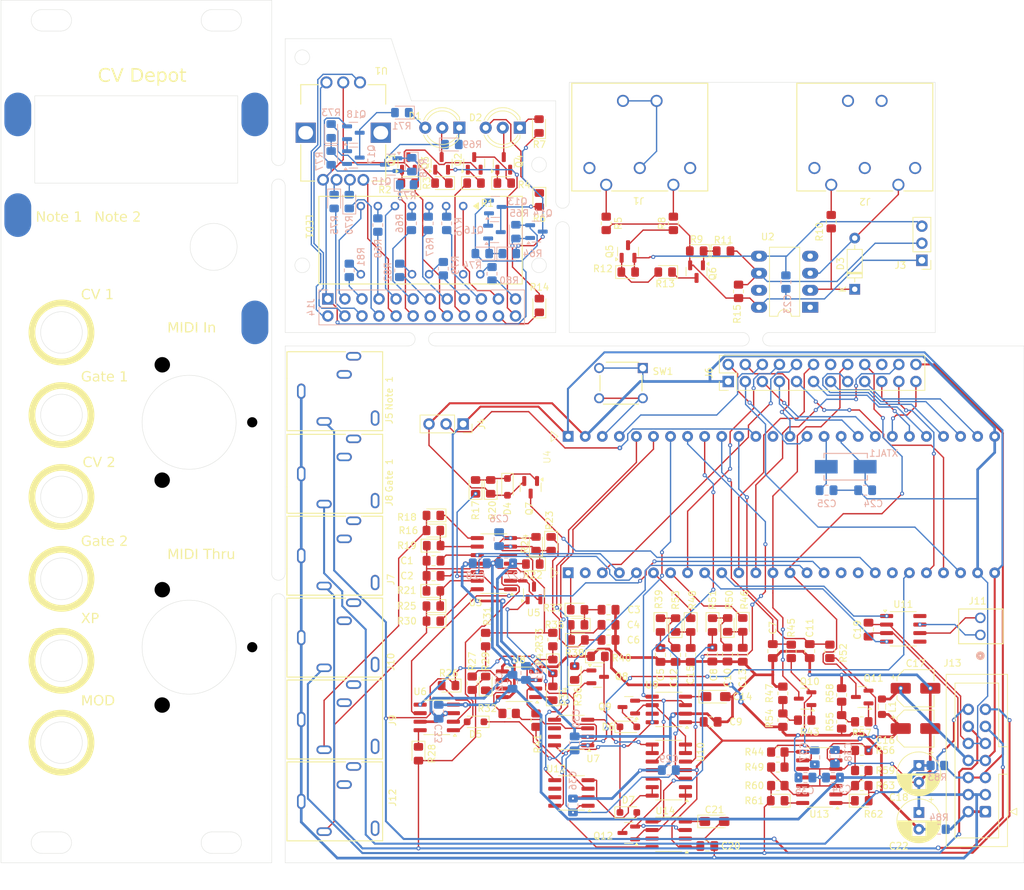
<source format=kicad_pcb>
(kicad_pcb (version 20241229) (generator "pcbnew") (generator_version "9.0")
  (layers (0 "F.Cu" signal) (2 "B.Cu" signal) (13 "F.Paste" user) (15 "B.Paste" user) (5 "F.SilkS" user "F.Silkscreen") (7 "B.SilkS" user "B.Silkscreen") (1 "F.Mask" user) (3 "B.Mask" user) (25 "Edge.Cuts" user))
  (net 0 "")
  (net 1 "/Velocity 1")
  (net 2 "/Velocity 2")
  (net 3 "+A12V")
  (net 4 "Net-(C3-Pad2)")
  (net 5 "Net-(U10A-+)")
  (net 6 "Net-(C4-Pad2)")
  (net 7 "Net-(C6-Pad2)")
  (net 8 "Net-(C10-Pad2)")
  (net 9 "Net-(U9-W)")
  (net 10 "Net-(U10B-+)")
  (net 11 "-A12V")
  (net 12 "-12V")
  (net 13 "+A5V")
  (net 14 "Net-(C12-Pad2)")
  (net 15 "/Modulation")
  (net 16 "/Expression")
  (net 17 "Net-(C13-Pad2)")
  (net 18 "Net-(C15-Pad2)")
  (net 19 "Net-(U4-P15_0)")
  (net 20 "Net-(U4-P15_1)")
  (net 21 "Net-(D1-A)")
  (net 22 "Net-(D2-K1)")
  (net 23 "Net-(D2-K2)")
  (net 24 "Net-(D3-K)")
  (net 25 "Net-(D3-A)")
  (net 26 "Net-(J1-E-Pad6)")
  (net 27 "Net-(D1-K1)")
  (net 28 "Net-(D1-K2)")
  (net 29 "Net-(D2-A)")
  (net 30 "/Gate 1 Out")
  (net 31 "Net-(D4-K)")
  (net 32 "/Note 1 Out")
  (net 33 "/Gate 2 Out")
  (net 34 "/Note 2 Out")
  (net 35 "Net-(D5-A)")
  (net 36 "Net-(D6-K)")
  (net 37 "Net-(D6-A)")
  (net 38 "GND")
  (net 39 "Net-(D7-A)")
  (net 41 "Net-(J1-Pad5)")
  (net 42 "+5V")
  (net 43 "Net-(J1-Pad4)")
  (net 47 "Net-(J2-Pad4)")
  (net 50 "+12V")
  (net 55 "Net-(J3-Pin_2)")
  (net 68 "/Common 2")
  (net 70 "/Common 3")
  (net 71 "/Common 1")
  (net 74 "Net-(U11-CANH)")
  (net 75 "/Adjust In")
  (net 76 "Net-(Q2-B)")
  (net 77 "Net-(Q3-B)")
  (net 78 "/MIDI Rx")
  (net 79 "/A")
  (net 80 "/B")
  (net 81 "/C")
  (net 82 "/D")
  (net 83 "/E")
  (net 84 "/F")
  (net 85 "/G")
  (net 86 "/DP")
  (net 87 "Net-(U11-CANL)")
  (net 92 "/Gate 1")
  (net 93 "/Gate 2")
  (net 94 "+12V-2")
  (net 96 "Net-(Q1-B)")
  (net 97 "Net-(U14-W)")
  (net 98 "Net-(U3A--)")
  (net 99 "Net-(Q8-B)")
  (net 100 "/Note 1")
  (net 101 "/Note 2")
  (net 102 "/Bend")
  (net 103 "Net-(Q13-B)")
  (net 104 "Net-(Q13-C)")
  (net 105 "Net-(U5-OUT)")
  (net 106 "Net-(Q2-C)")
  (net 107 "Net-(Q11-S)")
  (net 108 "Net-(Q11-D)")
  (net 109 "Net-(Q12-D)")
  (net 110 "Net-(Q5-B)")
  (net 111 "Net-(Q12-S)")
  (net 112 "Net-(Q14-B)")
  (net 113 "/Indicator 1")
  (net 114 "/Indicator 2")
  (net 115 "Net-(Q14-C)")
  (net 116 "/Encoder LED 2")
  (net 117 "/Encoder LED 1")
  (net 118 "Net-(Q15-C)")
  (net 119 "Net-(Q15-B)")
  (net 120 "/Adjust En")
  (net 121 "/Encoder B")
  (net 122 "Net-(Q16-B)")
  (net 123 "/CAN Rx")
  (net 124 "/Resistor N2")
  (net 125 "Net-(Q5-C)")
  (net 126 "/Resistor N1")
  (net 127 "/CAN Tx")
  (net 128 "/Resistor U{slash}D")
  (net 129 "/Encoder A")
  (net 130 "/SW")
  (net 131 "Net-(Q9-S)")
  (net 132 "/Adjust S0")
  (net 133 "Net-(Q9-D)")
  (net 134 "Net-(Q10-S)")
  (net 135 "Net-(R17-Pad1)")
  (net 136 "Net-(Q10-D)")
  (net 137 "Net-(Q17-E)")
  (net 138 "Net-(Q17-C)")
  (net 139 "Net-(C37-Pad1)")
  (net 140 "Net-(Q17-B)")
  (net 141 "Net-(C38-Pad1)")
  (net 142 "Net-(Q1-C)")
  (net 143 "/Portament En")
  (net 144 "Net-(U3C--)")
  (net 145 "Net-(LED1-C)")
  (net 146 "Net-(LED1-A)")
  (net 147 "Net-(LED1-D)")
  (net 148 "Net-(LED1-B)")
  (net 149 "Net-(LED1-F)")
  (net 150 "Net-(LED1-G)")
  (net 151 "Net-(LED1-E)")
  (net 152 "Net-(LED1-DP)")
  (net 153 "/Bx")
  (net 154 "/Gx")
  (net 155 "/Dx")
  (net 156 "/Ex")
  (net 157 "/DPx")
  (net 158 "/Cx")
  (net 159 "/Fx")
  (net 160 "/Ax")
  (net 161 "/Common 3x")
  (net 162 "/Common 2x")
  (net 163 "/Common 1x")
  (net 164 "/Indicator 1 x")
  (net 165 "/Gate 1 x")
  (net 166 "/Encoder LED 1x")
  (net 167 "/Encoder LED 2x")
  (net 168 "/Gate 2x")
  (net 169 "/Encoder Bx")
  (net 170 "/Indicator 2 x")
  (net 171 "/Encoder Ax")
  (net 172 "GND-2")
  (net 173 "Net-(U3D--)")
  (net 174 "/SWx")
  (net 175 "Net-(U3B--)")
  (net 176 "Net-(U8B--)")
  (net 177 "Net-(Q4-B)")
  (net 178 "Net-(R18-Pad1)")
  (net 179 "Net-(R29-Pad1)")
  (net 180 "Net-(R26-Pad2)")
  (net 181 "+5V-3")
  (net 182 "GND-3")
  (net 183 "Net-(U7-A)")
  (net 184 "Net-(R28-Pad1)")
  (net 185 "Net-(U8A--)")
  (net 186 "Net-(U10C--)")
  (net 187 "Net-(U10D--)")
  (net 188 "Net-(Q6-B)")
  (net 189 "Net-(Q6-C)")
  (net 190 "Net-(U12-A)")
  (net 191 "Net-(R30-Pad1)")
  (net 192 "DGND")
  (net 193 "/Bend Out")
  (net 194 "/Expression Out")
  (net 195 "/Modulation Out")
  (net 196 "Net-(R34-Pad1)")
  (net 197 "Net-(R43-Pad2)")
  (net 198 "Net-(U13D--)")
  (net 199 "Net-(R55-Pad1)")
  (net 200 "Net-(U13A--)")
  (net 201 "Net-(R62-Pad1)")
  (net 202 "Net-(R61-Pad1)")
  (net 206 "Net-(R70-Pad2)")
  (net 207 "Net-(U4-~{RESET})")
  (net 216 "/Resistor P1")
  (net 217 "/Resistor P2")
  (net 218 "Net-(R75-Pad1)")
  (footprint "Diode_SMD:D_0805_2012Metric_Pad1.15x1.40mm_HandSolder" (layer "F.Cu") (at 79.725 103.5 180)
    (property "Reference" "R16")
    (property "Value" "100k" (hide yes))
  )
  (footprint "MountingHole:MountingHole_3.2mm_M3" (layer "F.Cu") (at 90.65 135.630502)
    (property "Reference" "H4" (hide yes))
    (property "Value" "MountingHole" (hide yes))
  )
  (footprint "Diode_SMD:D_0805_2012Metric_Pad1.15x1.40mm_HandSolder" (layer "F.Cu") (at 85.775 51.75)
    (property "Reference" "R1")
    (property "Value" "10k" (hide yes))
  )
  (footprint "Resistor_SMD:R_0805_2012Metric_Pad1.20x1.40mm_HandSolder" (layer "F.Cu") (at 140.5 128 -90)
    (property "Reference" "R58")
    (property "Value" "22k")
  )
  (footprint "Panel Utilities:3.5mm single channel" (layer "F.Cu") (at 24.352365 135.1)
    (property "Reference" "P11" (hide yes))
    (property "Value" "3.5mm single channel" (hide yes))
    (fp_circle (center 0 0) (end 3.1 0) (stroke (width 0.05)) (fill no) (layer "Edge.Cuts"))
  )
  (footprint "Inductor_SMD:L_0805_2012Metric_Pad1.05x1.20mm_HandSolder" (layer "F.Cu") (at 146.5 129.75 -90)
    (property "Reference" "L1")
    (property "Value" "22u")
  )
  (footprint "Capacitor_SMD:C_0805_2012Metric_Pad1.18x1.45mm_HandSolder" (layer "F.Cu") (at 130.25 121.4625 -90)
    (property "Reference" "C7")
    (property "Value" "2.5n" (hide yes))
  )
  (footprint "Resistor_SMD:R_0805_2012Metric_Pad1.20x1.40mm_HandSolder" (layer "F.Cu") (at 97.5 119.75 -90)
    (property "Reference" "R33")
    (property "Value" "200k 0.1%" (hide yes))
  )
  (footprint "Resistor_SMD:R_0805_2012Metric_Pad1.20x1.40mm_HandSolder" (layer "F.Cu") (at 135 131.75 180)
    (property "Reference" "R43")
    (property "Value" "470k")
  )
  (footprint "Panelization:mouse-bite-2mm-slot" (layer "F.Cu") (at 56.65 111.908305 90)
    (property "Reference" "MB5" (hide yes))
    (property "Value" "MB5" (hide yes))
  )
  (footprint "Diode_SMD:D_SOD-323_HandSoldering" (layer "F.Cu") (at 108.75 145.5)
    (property "Reference" "D7")
    (property "Value" "1N4448WS")
  )
  (footprint "35RAPC4BH3:CONN_35RAPC4BH3_SWC" (layer "F.Cu") (at 70.032201 107.25)
    (property "Reference" "J7")
    (property "Value" "Note 2")
  )
  (footprint "Diode_SMD:D_0805_2012Metric_Pad1.15x1.40mm_HandSolder" (layer "F.Cu") (at 79.725 101.25 180)
    (property "Reference" "R18")
    (property "Value" "1k" (hide yes))
  )
  (footprint "Diode_SMD:D_0805_2012Metric_Pad1.15x1.40mm_HandSolder" (layer "F.Cu") (at 97.5 123.75 -90)
    (property "Reference" "R42")
    (property "Value" "200k 0.1%" (hide yes))
  )
  (footprint "Resistor_SMD:R_0805_2012Metric_Pad1.20x1.40mm_HandSolder" (layer "F.Cu") (at 115.45 57.75 90)
    (property "Reference" "R8")
    (property "Value" "220")
  )
  (footprint "Package_SO:SOIC-8_3.9x4.9mm_P1.27mm" (layer "F.Cu") (at 100.225 133.595 180)
    (property "Reference" "U7")
    (property "Value" "MCP4011-103E/SN" (hide yes))
  )
  (footprint "Diode_SMD:D_0805_2012Metric_Pad1.15x1.40mm_HandSolder" (layer "F.Cu") (at 88.25 97 90)
    (property "Reference" "R20")
    (property "Value" "22k" (hide yes))
  )
  (footprint "Diode_SMD:D_0805_2012Metric_Pad1.15x1.40mm_HandSolder" (layer "F.Cu") (at 115.77942 117.5875 90)
    (property "Reference" "R53")
    (property "Value" "10k" (hide yes))
  )
  (footprint "Capacitor_SMD:C_0805_2012Metric_Pad1.18x1.45mm_HandSolder" (layer "F.Cu") (at 105.7875 117.55 180)
    (property "Reference" "C4")
    (property "Value" "0.47u" (hide yes))
  )
  (footprint "Panel Utilities:DIN 5 pin" (layer "F.Cu") (at 43.352 87.380502 -90)
    (property "Reference" "P7" (hide yes))
    (property "Value" "DIN 5 pin" (hide yes))
    (fp_circle (center 0 0) (end 7 0) (stroke (width 0.05)) (fill no) (layer "Edge.Cuts"))
  )
  (footprint "Package_SO:SOIC-14_3.9x8.7mm_P1.27mm" (layer "F.Cu") (at 137.175 140.28 180)
    (property "Reference" "U13")
    (property "Value" "TL074")
  )
  (footprint "Resistor_SMD:R_0805_2012Metric_Pad1.20x1.40mm_HandSolder" (layer "F.Cu") (at 138.75 121.5 -90)
    (property "Reference" "R52")
    (property "Value" "200k")
  )
  (footprint "Panel Utilities:LTC-4724JR_LTO" (layer "F.Cu") (at 29.14 50.33 90)
    (property "Reference" "P3" (hide yes))
    (property "Value" "LTC-4724JR_LTO" (hide yes))
    (fp_rect (start -1.42 -8.76) (end 11.58 21.46) (stroke (width 0.05)) (fill no) (layer "Edge.Cuts"))
  )
  (footprint "Connector_PinSocket_2.54mm:PinSocket_1x03_P2.54mm_Vertical" (layer "F.Cu") (at 84.15 87.630502 -90)
    (property "Reference" "J4")
    (property "Value" "MIDI" (hide yes))
  )
  (footprint "Diode_SMD:D_0805_2012Metric_Pad1.15x1.40mm_HandSolder" (layer "F.Cu") (at 101.1875 117.55 180)
    (property "Reference" "R35")
    (property "Value" "10k 1%" (hide yes))
  )
  (footprint "Package_SO:SOIC-14_3.9x8.7mm_P1.27mm" (layer "F.Cu") (at 114.775 139.19 180)
    (property "Reference" "U10")
    (property "Value" "LMV324A" (hide yes))
  )
  (footprint "Package_SO:SOIC-8_3.9x4.9mm_P1.27mm" (layer "F.Cu") (at 114.775 130.155 180)
    (property "Reference" "U9")
    (property "Value" "MCP4011-503E/SN")
  )
  (footprint "Package_TO_SOT_SMD:SOT-23" (layer "F.Cu") (at 108.8125 148.55 180)
    (property "Reference" "Q12")
    (property "Value" "MMBFJ112")
  )
  (footprint "Capacitor_THT:CP_Radial_D6.3mm_P2.50mm" (layer "F.Cu") (at 152 145.5 -90)
    (property "Reference" "C22")
    (property "Value" "100u")
  )
  (footprint "MountingHole:MountingHole_3.2mm_M3" (layer "F.Cu") (at 104.45 69.75 -90)
    (property "Reference" "H1" (hide yes))
    (property "Value" "MountingHole" (hide yes))
  )
  (footprint "Capacitor_SMD:C_0805_2012Metric_Pad1.18x1.45mm_HandSolder" (layer "F.Cu") (at 118.02942 122.0375 90)
    (property "Reference" "C15")
    (property "Value" "22n" (hide yes))
  )
  (footprint "Capacitor_Tantalum_SMD:CP_EIA-3216-10_Kemet-I_Pad1.58x1.35mm_HandSolder" (layer "F.Cu") (at 121.75 128.25)
    (property "Reference" "C14")
    (property "Value" "4.7u tantal")
  )
  (footprint "Diode_SMD:D_0805_2012Metric_Pad1.15x1.40mm_HandSolder" (layer "F.Cu") (at 123.52942 117.5625 90)
    (property "Reference" "R50")
    (property "Value" "10k" (hide yes))
  )
  (footprint "Resistor_SMD:R_0805_2012Metric_Pad1.20x1.40mm_HandSolder" (layer "F.Cu") (at 131 138.75 180)
    (property "Reference" "R49")
    (property "Value" "100k" (hide yes))
  )
  (footprint "Resistor_SMD:R_0805_2012Metric_Pad1.20x1.40mm_HandSolder" (layer "F.Cu") (at 138.95 57.5 90)
    (property "Reference" "R10")
    (property "Value" "220" (hide yes))
  )
  (footprint "Diode_SMD:D_0805_2012Metric_Pad1.15x1.40mm_HandSolder" (layer "F.Cu") (at 94.525 108.5 180)
    (property "Reference" "R22")
    (property "Value" "806k 1%")
  )
  (footprint "Connector_IDC:IDC-Header_2x07_P2.54mm_Vertical" (layer "F.Cu") (at 161.9 145.38 180)
    (property "Reference" "J13")
    (property "Value" "Bus Connector")
  )
  (footprint "Diode_SMD:D_SOD-323_HandSoldering" (layer "F.Cu") (at 108.75 132.75)
    (property "Reference" "D6")
    (property "Value" "1N4448WS")
  )
  (footprint "Capacitor_SMD:C_0805_2012Metric_Pad1.18x1.45mm_HandSolder" (layer "F.Cu") (at 125.77942 122.0125 90)
    (property "Reference" "C13")
    (property "Value" "22n" (hide yes))
  )
  (footprint "NetTie:NetTie-2_SMD_Pad0.5mm" (layer "F.Cu") (at 93 111 180)
    (property "Reference" "NT1" (hide yes))
    (property "Value" "NetTie_2" (hide yes))
  )
  (footprint "Diode_SMD:D_0805_2012Metric_Pad1.15x1.40mm_HandSolder" (layer "F.Cu") (at 118.02942 117.5875 -90)
    (property "Reference" "R48")
    (property "Value" "10k" (hide yes))
  )
  (footprint "Diode_SMD:D_0805_2012Metric_Pad1.15x1.40mm_HandSolder" (layer "F.Cu") (at 90.275 51.75)
    (property "Reference" "R4")
    (property "Value" "10k" (hide yes))
  )
  (footprint "Resistor_SMD:R_0805_2012Metric_Pad1.20x1.40mm_HandSolder" (layer "F.Cu") (at 140.5 132 -90)
    (property "Reference" "R55")
    (property "Value" "100k")
  )
  (footprint "35RAPC4BH3:CONN_35RAPC4BH3_SWC" (layer "F.Cu") (at 70.032201 82.75)
    (property "Reference" "J5")
    (property "Value" "Note 1")
  )
  (footprint "Capacitor_SMD:C_0805_2012Metric_Pad1.18x1.45mm_HandSolder" (layer "F.Cu") (at 115.77942 122.0375 90)
    (property "Reference" "C12")
    (property "Value" "22n" (hide yes))
  )
  (footprint "35RAPC4BH3:CONN_35RAPC4BH3_SWC" (layer "F.Cu") (at 70.032201 95.05)
    (property "Reference" "J8")
    (property "Value" "Gate 1")
  )
  (footprint "Diode_SMD:D_0805_2012Metric_Pad1.15x1.40mm_HandSolder" (layer "F.Cu") (at 81 51.75 180)
    (property "Reference" "R3")
    (property "Value" "10k" (hide yes))
  )
  (footprint "Package_TO_SOT_SMD:SOT-23" (layer "F.Cu") (at 135.0625 128.55 180)
    (property "Reference" "Q10")
    (property "Value" "MMBFJ176")
  )
  (footprint "Resistor_SMD:R_0805_2012Metric_Pad1.20x1.40mm_HandSolder" (layer "F.Cu") (at 143.5 136.25 180)
    (property "Reference" "R56")
    (property "Value" "470k")
  )
  (footprint "Diode_SMD:D_0805_2012Metric_Pad1.15x1.40mm_HandSolder" (layer "F.Cu") (at 118.925 61.875 180)
    (property "Reference" "R9")
    (property "Value" "10k")
  )
  (footprint "Package_TO_SOT_SMD:SOT-23" (layer "F.Cu") (at 108.7 61.9375 90)
    (property "Reference" "Q5")
    (property "Value" "BC847B" (hide yes))
  )
  (footprint "35RAPC4BH3:CONN_35RAPC4BH3_SWC" (layer "F.Cu") (at 70.032201 143.85)
    (property "Reference" "J12")
    (property "Value" "Modulation CV")
  )
  (footprint "Diode_SMD:D_0805_2012Metric_Pad1.15x1.40mm_HandSolder" (layer "F.Cu") (at 125.77942 117.5625 -90)
    (property "Reference" "R46")
    (property "Value" "10k" (hide yes))
  )
  (footprint "Capacitor_SMD:C_0805_2012Metric_Pad1.18x1.45mm_HandSolder" (layer "F.Cu") (at 113.52942 122.0375 90)
    (property "Reference" "C5")
    (property "Value" "22n" (hide yes))
  )
  (footprint "Panelization:mouse-bite-2mm-slot" (layer "F.Cu") (at 56.65 50.138195 90)
    (property "Reference" "MB1" (hide yes))
    (property "Value" "MB1" (hide yes))
  )
  (footprint "Resistor_SMD:R_0805_2012Metric_Pad1.20x1.40mm_HandSolder" (layer "F.Cu") (at 143.5 132 180)
    (property "Reference" "R57")
    (property "Value" "470k")
  )
  (footprint "Resistor_SMD:R_0805_2012Metric_Pad1.20x1.40mm_HandSolder" (layer "F.Cu") (at 105.45 57.75 -90)
    (property "Reference" "R5")
    (property "Value" "220")
  )
  (footprint "Capacitor_SMD:C_0805_2012Metric_Pad1.18x1.45mm_HandSolder" (layer "F.Cu") (at 123.503495 121.975 90)
    (property "Reference" "C10")
    (property "Value" "22n" (hide yes))
  )
  (footprint "Resistor_SMD:R_0805_2012Metric_Pad1.20x1.40mm_HandSolder" (layer "F.Cu") (at 91 130.75 180)
    (property "Reference" "R32")
    (property "Value" "95.3k" (hide yes))
  )
  (footprint "Package_TO_SOT_SMD:SOT-23" (layer "F.Cu") (at 118.9 64.9375 -90)
    (property "Reference" "Q6")
    (property "Value" "BC857B" (hide yes))
  )
  (footprint "Diode_SMD:D_0805_2012Metric_Pad1.15x1.40mm_HandSolder" (layer "F.Cu") (at 95 105.475 90)
    (property "Reference" "R24")
    (property "Value" "500k 1%" (hide yes))
  )
  (footprint "Resistor_SMD:R_0805_2012Metric_Pad1.20x1.40mm_HandSolder" (layer "F.Cu") (at 85.5 126.25 -90)
    (property "Reference" "R27")
    (property "Value" "200k 0.1%" (hide yes))
  )
  (footprint "MountingHole:MountingHole_3.2mm_M3" (layer "F.Cu") (at 90.65 89.880502)
    (property "Reference" "H3" (hide yes))
    (property "Value" "MountingHole" (hide yes))
  )
  (footprint "Capacitor_SMD:C_0805_2012Metric_Pad1.18x1.45mm_HandSolder" (layer "F.Cu") (at 121.253495 121.975 90)
    (property "Reference" "C8")
    (property "Value" "22n" (hide yes))
  )
  (footprint "Resistor_SMD:R_0805_2012Metric_Pad1.20x1.40mm_HandSolder" (layer "F.Cu") (at 131 141.5 180)
    (property "Reference" "R60")
    (property "Value" "100k" (hide yes))
  )
  (footprint "Tactile_Switches:SW4_1825910-B_TEC" (layer "F.Cu") (at 110.9 83.8)
    (property "Reference" "SW1")
    (property "Value" "Reset")
  )
  (footprint "Package_SO:SOIC-14_3.9x8.7mm_P1.27mm" (layer "F.Cu") (at 88.725 108.44 180)
    (property "Reference" "U3")
    (property "Value" "TL074" (hide yes))
  )
  (footprint "Diode_SMD:D_0805_2012Metric_Pad1.15x1.40mm_HandSolder" (layer "F.Cu") (at 97.25 105.475 -90)
    (property "Reference" "R23")
    (property "Value" "470k 1%" (hide yes))
  )
  (footprint "Resistor_SMD:R_0805_2012Metric_Pad1.20x1.40mm_HandSolder" (layer "F.Cu") (at 131 136.5)
    (property "Reference" "R44")
    (property "Value" "470k" (hide yes))
  )
  (footprint "Diode_SMD:D_0805_2012Metric_Pad1.15x1.40mm_HandSolder" (layer "F.Cu") (at 130.975 143.75 180)
    (property "Reference" "R61")
    (property "Value" "1k" (hide yes))
  )
  (footprint "35RAPC4BH3:CONN_35RAPC4BH3_SWC" (layer "F.Cu") (at 70.032201 131.65)
    (property "Reference" "J9")
    (property "Value" "Expression CV")
  )
  (footprint "Diode_SMD:D_0805_2012Metric_Pad1.15x1.40mm_HandSolder" (layer "F.Cu") (at 121.27942 117.5875 -90)
    (property "Reference" "R51")
    (property "Value" "10k" (hide yes))
  )
  (footprint "Package_TO_SOT_SMD:SOT-23" (layer "F.Cu") (at 104.1875 125.3)
    (property "Reference" "Q8")
    (property "Value" "BC857B")
  )
  (footprint "Connector_PinHeader_2.54mm:PinHeader_1x03_P2.54mm_Vertical" (layer "F.Cu") (at 152.45 63.25 180)
    (property "Reference" "J3")
    (property "Value" "MIDI")
  )
  (footprint "Diode_SMD:D_SOD-323_HandSoldering" (layer "F.Cu") (at 90.75 97 -90)
    (property "Reference" "D4")
    (property "Value" "1N4448WS")
  )
  (footprint "Panel Utilities:LED Window 5mm" (layer "F.Cu") (at 23.25 62)
    (property "Reference" "P2" (hide yes))
    (property "Value" "LED Window 5mm" (hide yes))
  )
  (footprint "Panel Utilities:3.5mm single channel" (layer "F.Cu") (at 24.352365 110.7)
    (property "Reference" "P9" (hide yes))
    (property "Value" "3.5mm single channel" (hide yes))
    (fp_circle (center 0 0) (end 3.1 0) (stroke (width 0.05)) (fill no) (layer "Edge.Cuts"))
  )
  (footprint "Resistor_SMD:R_0805_2012Metric_Pad1.20x1.40mm_HandSolder" (layer "F.Cu") (at 143.5 139.25)
    (property "Reference" "R59")
    (property "Value" "100k" (hide yes))
  )
  (footprint "Molex_KK254_2pin:CONN_A-6373-02A_MOL" (layer "F.Cu") (at 161.15 119.05 90)
    (property "Reference" "J11")
    (property "Value" "CAN")
  )
  (footprint "Diode_SMD:D_SOD-323_HandSoldering" (layer "F.Cu") (at 86 132 180)
    (property "Reference" "D5")
    (property "Value" "1N4448WS")
  )
  (footprint "LED_THT:LED_D5.0mm-3" (layer "F.Cu") (at 92.59 43.5 180)
    (property "Reference" "D2")
    (property "Value" "Note 1")
  )
  (footprint "Diode_SMD:D_0805_2012Metric_Pad1.15x1.40mm_HandSolder" (layer "F.Cu") (at 77.5 136.75 -90)
    (property "Reference" "R28")
    (property "Value" "220k")
  )
  (footprint "Panel Utilities:3.5mm single channel" (layer "F.Cu") (at 24.352365 86.3)
    (property "Reference" "P5" (hide yes))
    (property "Value" "3.5mm single channel" (hide yes))
    (fp_circle (center 0 0) (end 3.1 0) (stroke (width 0.05)) (fill no) (layer "Edge.Cuts"))
  )
  (footprint "Diode_SMD:D_0805_2012Metric_Pad1.15x1.40mm_HandSolder" (layer "F.Cu") (at 79.725 112.5)
    (property "Reference" "R21")
    (property "Value" "100k" (hide yes))
  )
  (footprint "Package_SO:SOIC-8_3.9x4.9mm_P1.27mm" (layer "F.Cu") (at 92.475 126.405 180)
    (property "Reference" "U8")
    (property "Value" "TL072")
  )
  (footprint "Package_TO_SOT_SMD:SOT-23" (layer "F.Cu") (at 94.7 112.8125 90)
    (property "Reference" "U5")
    (property "Value" "REF3030" (hide yes))
  )
  (footprint "din5:CONN5_SDS-50J_CUD" (layer "F.Cu") (at 136.45 49.5 180)
    (property "Reference" "J2")
    (property "Value" "MIDI IN")
  )
  (footprint "Panelization:mouse-bite-2mm-slot" (layer "F.Cu") (at 78 75)
    (property "Reference" "MB3" (hide yes))
    (property "Value" "mb3" (hide yes))
  )
  (footprint "Package_SO:SOIC-8_3.9x4.9mm_P1.27mm" (layer "F.Cu") (at 100.275 142.595 180)
    (property "Reference" "U12")
    (property "Value" "MCP4011-103E/SN" (hide yes))
  )
  (footprint "PSoC:CY8KIT-059" (layer "F.Cu") (at 99.79 109.8 90)
    (property "Reference" "U4")
    (property "Value" "~" (hide yes))
  )
  (footprint "Diode_SMD:D_0805_2012Metric_Pad1.15x1.40mm_HandSolder" (layer "F.Cu") (at 87.5 126.275 90)
    (property "Reference" "R29")
    (property "Value" "1k" (hide yes))
  )
  (footprint "Diode_SMD:D_0805_2012Metric_Pad1.15x1.40mm_HandSolder" (layer "F.Cu") (at 79.725 117 180)
    (property "Reference" "R30")
    (property "Value" "1k" (hide yes))
  )
  (footprint "Capacitor_SMD:C_0805_2012Metric_Pad1.18x1.45mm_HandSolder" (layer "F.Cu") (at 144.5 118.2625 -90)
    (property "Reference" "C19")
    (property "Value" "0.1u" (hide yes))
  )
  (footprint "Diode_SMD:D_0805_2012Metric_Pad1.15x1.40mm_HandSolder" (layer "F.Cu") (at 97.5 127.75 90)
    (property "Reference" "R34")
    (property "Value" "1k" (hide yes))
  )
  (footprint "Capacitor_SMD:C_0805_2012Metric_Pad1.18x1.45mm_HandSolder" (layer "F.Cu") (at 121 132 180)
    (property "Reference" "C9")
    (property "Value" "0.1u")
  )
  (footprint "Panel Utilities:3.5mm single channel" (layer "F.Cu") (at 24.352365 74)
    (property "Reference" "P6" (hide yes))
    (property "Value" "3.5mm single channel" (hide yes))
    (fp_circle (center 0 0) (end 3.1 0) (stroke (width 0.05)) (fill no) (layer "Edge.Cuts"))
  )
  (footprint "Capacitor_SMD:C_0805_2012Metric_Pad1.18x1.45mm_HandSolder" (layer "F.Cu") (at 105.794361 119.8 180)
    (property "Reference" "C6")
    (property "Value" "0.47u" (hide yes))
  )
  (footprint "Diode_SMD:D_0805_2012Metric_Pad1.15x1.40mm_HandSolder" (layer "F.Cu") (at 101.1875 115.3)
    (property "Reference" "R37")
    (property "Value" "10k 1%" (hide yes))
  )
  (footprint "Capacitor_SMD:C_0805_2012Metric_Pad1.18x1.45mm_HandSolder" (layer "F.Cu") (at 135.75 121.4625 -90)
    (property "Reference" "C11")
    (property "Value" "2.5n" (hide yes))
  )
  (footprint "Connector_PinHeader_2.54mm:PinHeader_2x12_P2.54mm_Vertical" (layer "F.Cu") (at 123.62 81.3 90)
    (property "Reference" "J6")
    (property "Value" "bus (board)")
  )
  (footprint "Package_TO_SOT_SMD:SOT-23" (layer "F.Cu") (at 94.2 97.0625 -90)
    (property "Reference" "Q7")
    (property "Value" "BC847B" (hide yes))
  )
  (footprint "Package_TO_SOT_SMD:SOT-23" (layer "F.Cu") (at 76 48.8125 90)
    (property "Reference" "Q1")
    (property "Value" "BC847B" (hide yes))
  )
  (footprint "Diode_SMD:D_0805_2012Metric_Pad1.15x1.40mm_HandSolder" (layer "F.Cu") (at 95.5 54.25 -90)
    (property "Reference" "R6")
    (property "Value" "2.2k" (hide yes))
  )
  (footprint "Package_TO_SOT_SMD:SOT-23" (layer "F.Cu") (at 108.8125 129.8 180)
    (property "Reference" "Q9")
    (property "Value" "MMBFJ112")
  )
  (footprint "Package_SO:SOIC-8_3.9x4.9mm_P1.27mm" (layer "F.Cu") (at 149.675 118.145)
    (property "Reference" "U11")
    (property "Value" "SN65HVD1050D")
  )
  (footprint "Resistor_SMD:R_0805_2012Metric_Pad1.20x1.40mm_HandSolder" (layer "F.Cu") (at 131.75 127.75 -90)
    (property "Reference" "R47")
    (property "Value" "22k")
  )
  (footprint "LED_THT:LED_D5.0mm-3" (layer "F.Cu") (at 83.59 43.5 180)
    (property "Reference" "D1")
    (property "Value" "Note 1")
  )
  (footprint "LED_Displays:LTC-4724JR_LTO" (layer "F.Cu") (at 84.16 55.17 -90)
    (property "Reference" "LED1")
    (property "Value" "LTC-4724JR")
  )
  (footprint "Package_DIP:DIP-8_W7.62mm_LongPads" (layer "F.Cu") (at 135.82 70.25 180)
    (property "Reference" "U2")
    (property "Value" "6N138")
  )
  (footprint "Capacitor_SMD:CP_Elec_5x5.3" (layer "F.Cu") (at 151.5 127)
    (property "Reference" "C17")
    (property "Value" "100u")
  )
  (footprint "Diode_SMD:D_0805_2012Metric_Pad1.15x1.40mm_HandSolder" (layer "F.Cu") (at 100.75 124.725 90)
    (property "Reference" "R36")
    (property "Value" "10k" (hide yes))
  )
  (footprint "Resistor_SMD:R_0805_2012Metric_Pad1.20x1.40mm_HandSolder" (layer "F.Cu") (at 143.5 141.5)
    (property "Reference" "R63")
    (property "Value" "100k" (hide yes))
  )
  (footprint "Diode_SMD:D_0805_2012Metric_Pad1.15x1.40mm_HandSolder" (layer "F.Cu") (at 143.5 143.75)
    (property "Reference" "R62")
    (property "Value" "1k" (hide yes))
  )
  (footprint "Diode_SMD:D_0805_2012Metric_Pad1.15x1.40mm_HandSolder" (layer "F.Cu") (at 79.761598 105.75)
    (property "Reference" "R19")
    (property "Value" "100k" (hide yes))
  )
  (footprint "Diode_SMD:D_0805_2012Metric_Pad1.15x1.40mm_HandSolder" (layer "F.Cu") (at 114.225 65 180)
    (property "Reference" "R13")
    (property "Value" "10k")
  )
  (footprint "Diode_SMD:D_0805_2012Metric_Pad1.15x1.40mm_HandSolder" (layer "F.Cu") (at 86 97 90)
    (property "Reference" "R17")
    (property "Value" "100k" (hide yes))
  )
  (footprint "35RAPC4BH3:CONN_35RAPC4BH3_SWC" (layer "F.Cu") (at 70.032201 119.45)
    (property "Reference" "J10")
    (property "Value" "Gate 2")
  )
  (footprint "Panel Utilities:3.5mm single channel" (layer "F.Cu") (at 24.352365 122.9)
    (property "Reference" "P10" (hide yes))
    (property "Value" "3.5mm single channel" (hide yes))
    (fp_circle (center 0 0) (end 3.1 0) (stroke (width 0.05)) (fill no) (layer "Edge.Cuts"))
  )
  (footprint "Diode_SMD:D_0805_2012Metric_Pad1.15x1.40mm_HandSolder" (layer "F.Cu") (at 95.45 43.25 90)
    (property "Reference" "R7")
    (property "Value" "2.2k" (hide yes))
  )
  (footprint "Capacitor_SMD:C_0805_2012Metric_Pad1.18x1.45mm_HandSolder" (layer "F.Cu") (at 79.746974 110.25 180)
    (property "Reference" "C2")
    (property "Value" "2.5n" (hide yes))
  )
  (footprint "Resistor_SMD:R_0805_2012Metric_Pad1.20x1.40mm_HandSolder" (layer "F.Cu") (at 87.5 119.75 90)
    (property "Reference" "R31")
    (property "Value" "200k 0.1%" (hide yes))
  )
  (footprint "Package_SO:SOIC-8_3.9x4.9mm_P1.27mm" (layer "F.Cu") (at 80.225 131.345 180)
    (property "Reference" "U6")
    (property "Value" "DG419LDY")
  )
  (footprint "Package_SO:SOIC-8_3.9x4.9mm_P1.27mm" (layer "F.Cu") (at 114.75 148.75 180)
    (property "Reference" "U14")
    (property "Value" "MCP4011-503E/SN")
  )
  (footprint "Capacitor_SMD:C_0805_2012Metric_Pad1.18x1.45mm_HandSolder" (layer "F.Cu") (at 120.5 150.5 180)
    (property "Reference" "C20")
    (property "Value" "0.1u")
  )
  (footprint "Diode_SMD:D_0805_2012Metric_Pad1.15x1.40mm_HandSolder" (layer "F.Cu") (at 79.716315 114.75 180)
    (property "Reference" "R25")
    (property "Value" "100k" (hide yes))
  )
  (footprint "Panel Utilities:PEL12D" (layer "F.Cu") (at 47 61.25)
    (property "Reference" "P4" (hide yes))
    (property "Value" "PEL12D" (hide yes))
    (fp_circle (center 0 0) (end 3.5 0) (stroke (width 0.05)) (fill no) (layer "Edge.Cuts"))
  )
  (footprint "Package_TO_SOT_SMD:SOT-23" (layer "F.Cu") (at 90.2 48.8125 90)
    (property "Reference" "Q4")
    (property "Value" "BC857B" (hide yes))
  )
  (footprint "Diode_SMD:D_0805_2012Metric_Pad1.15x1.40mm_HandSolder" (layer "F.Cu") (at 122.925 61.875)
    (property "Reference" "R11")
    (property "Value" "10k")
  )
  (footprint "Capacitor_THT:CP_Radial_D6.3mm_P2.50mm" (layer "F.Cu") (at 152 138.5 -90)
    (property "Reference" "C18")
    (property "Value" "100u")
  )
  (footprint "MountingHole:MountingHole_3.2mm_M3" (layer "F.Cu") (at 150.2 69.75 -90)
    (property "Reference" "H2" (hide yes))
    (property "Value" "MountingHole" (hide yes))
  )
  (footprint "din5:CONN5_SDS-50J_CUD" (layer "F.Cu") (at 102.95 49.5 180)
    (property "Reference" "J1")
    (property "Value" "MIDI THRU")
  )
  (footprint "Package_TO_SOT_SMD:SOT-23" (layer "F.Cu") (at 80.95 48.8125 90)
    (property "Reference" "Q3")
    (property "Value" "BC857B" (hide yes))
  )
  (footprint "Resistor_SMD:R_0805_2012Metric_Pad1.20x1.40mm_HandSolder" (layer "F.Cu") (at 125.15 67.875 -90)
    (property "Reference" "R15")
    (property "Value" "1k")
  )
  (footprint "Panel Utilities:3.5mm single channel" (layer "F.Cu") (at 24.352365 98.5)
    (property "Reference" "P8" (hide yes))
    (property "Value" "3.5mm single channel" (hide yes))
    (fp_circle (center 0 0) (end 3.1 0) (stroke (width 0.05)) (fill no) (layer "Edge.Cuts"))
  )
  (footprint "Diode_SMD:D_0805_2012Metric_Pad1.15x1.40mm_HandSolder" (layer "F.Cu") (at 75.975 51.75 180)
    (property "Reference" "R2")
    (property "Value" "10k" (hide yes))
  )
  (footprint "Capacitor_Tantalum_SMD:CP_EIA-3216-10_Kemet-I_Pad1.58x1.35mm_HandSolder" (layer "F.Cu") (at 121.574309 146.838981)
    (property "Reference" "C21")
    (property "Value" "4.7u tantal")
  )
  (footprint "Package_TO_SOT_SMD:SOT-23" (layer "F.Cu") (at 85.8 48.8125 90)
    (property "Reference" "Q2")
    (property "Value" "BC847B" (hide yes))
  )
  (footprint "Resistor_SMD:R_0805_2012Metric_Pad1.20x1.40mm_HandSolder" (layer "F.Cu") (at 95 131.75 90)
    (property "Reference" "R41")
    (property "Value" "95.3k" (hide yes))
  )
  (footprint "Diode_SMD:D_0805_2012Metric_Pad1.15x1.40mm_HandSolder" (layer "F.Cu") (at 101.25 119.803659)
    (property "Reference" "R38")
    (property "Value" "10k 1%" (hide yes))
  )
  (footprint "PEL12D:TO_4225S-S2024" (layer "F.Cu") (at 66.3 44.25 180)
    (property "Reference" "U1")
    (property "Value" "PEL12D-4225S-S2024" (hide yes))
  )
  (footprint "Panel Utilities:LED Window 5mm" (layer "F.Cu") (at 32.25 62)
    (property "Reference" "P1" (hide yes))
    (property "Value" "LED Window 5mm" (hide yes))
  )
  (footprint "Capacitor_SMD:C_0805_2012Metric_Pad1.18x1.45mm_HandSolder" (layer "F.Cu") (at 105.798273 115.3043 180)
    (property "Reference" "C3")
    (property "Value" "0.47u" (hide yes))
  )
  (footprint "Panelization:mouse-bite-2mm-slot" (layer "F.Cu") (at 127.75 75)
    (property "Reference" "MB4" (hide yes))
    (property "Value" "MB4" (hide yes))
  )
  (footprint "Resistor_SMD:R_0805_2012Metric_Pad1.20x1.40mm_HandSolder" (layer "F.Cu") (at 131.75 131.75 -90)
    (property "Reference" "R54")
    (property "Value" "100k")
  )
  (footprint "Diode_SMD:D_0805_2012Metric_Pad1.15x1.40mm_HandSolder" (layer "F.Cu") (at 104.225 122.25)
    (property "Reference" "R40")
    (property "Value" "220k")
  )
  (footprint "Package_TO_SOT_SMD:SOT-23" (layer "F.Cu") (at 143.5625 128.3 180)
    (property "Reference" "Q11")
    (property "Value" "MMBFJ176")
  )
  (footprint "Capacitor_SMD:C_0805_2012Metric_Pad1.18x1.45mm_HandSolder" (layer "F.Cu") (at 79.746974 108 180)
    (property "Reference" "C1")
    (property "Value" "2.5n" (hide yes))
  )
  (footprint "Panelization:mouse-bite-2mm-slot" (layer "F.Cu") (at 98.95 56.5 90)
    (property "Reference" "MB2" (hide yes))
    (property "Value" "MB2" (hide yes))
  )
  (footprint "Diode_SMD:D_0805_2012Metric_Pad1.15x1.40mm_HandSolder" (layer "F.Cu") (at 113.52942 117.5875 -90)
    (property "Reference" "R39")
    (property "Value" "10k" (hide yes))
  )
  (footprint "Panel Utilities:DIN 5 pin" (layer "F.Cu") (at 43.352 120.880502 -90)
    (property "Reference" "P12" (hide yes))
    (property "Value" "DIN 5 pin" (hide yes))
    (fp_circle (center 0 0) (end 7 0) (stroke (width 0.05)) (fill no) (layer "Edge.Cuts"))
  )
  (footprint "Capacitor_SMD:CP_Elec_5x5.3" (layer "F.Cu") (at 151.5 133)
    (property "Reference" "C16")
    (property "Value" "100u")
  )
  (footprint "Diode_SMD:D_0805_2012Metric_Pad1.15x1.40mm_HandSolder" (layer "F.Cu") (at 95.5 69.975 90)
    (property "Reference" "R14")
    (property "Value" "22k" (hide yes))
  )
  (footprint "Diode_SMD:D_0805_2012Metric_Pad1.15x1.40mm_HandSolder" (layer "F.Cu") (at 108.725 65)
    (property "Reference" "R12")
    (property "Value" "10k" (hide yes))
  )
  (footprint "Diode_SMD:D_0805_2012Metric_Pad1.15x1.40mm_HandSolder" (layer "F.Cu") (at 81.975 126.595 180)
    (property "Reference" "R26")
    (property "Value" "220k" (hide yes))
  )
  (footprint "Resistor_SMD:R_0805_2012Metric_Pad1.20x1.40mm_HandSolder" (layer "F.Cu") (at 133 121.5 -90)
    (property "Reference" "R45")
    (property "Value" "200k" (hide yes))
  )
  (footprint "Diode_THT:D_DO-35_SOD27_P7.62mm_Horizontal" (layer "F.Cu") (at 142.45 67.56 90)
    (property "Reference" "D3")
    (property "Value" "1N4148")
  )
  (footprint "Capacitor_SMD:C_0805_2012Metric_Pad1.18x1.45mm_HandSolder" (layer "B.Cu") (at 100.75 135.2125 -90)
    (property "Reference" "C30")
    (property "Value" "0.1u" (hide yes))
  )
  (footprint "Resistor_SMD:R_0805_2012Metric_Pad1.20x1.40mm_HandSolder" (layer "B.Cu") (at 78.95 57.75 -90)
    (property "Reference" "R67")
    (property "Value" "120" (hide yes))
  )
  (footprint "Resistor_SMD:R_0805_2012Metric_Pad1.20x1.40mm_HandSolder" (layer "B.Cu") (at 71.45 58 -90)
    (property "Reference" "R68")
    (property "Value" "120" (hide yes))
  )
  (footprint "Diode_SMD:D_0805_2012Metric_Pad1.15x1.40mm_HandSolder" (layer "B.Cu") (at 82.475 46)
    (property "Reference" "R69")
    (property "Value" "2.2k" (hide yes))
  )
  (footprint "Capacitor_SMD:C_0805_2012Metric_Pad1.18x1.45mm_HandSolder" (layer "B.Cu") (at 80.5 130.5 -90)
    (property "Reference" "C33")
    (property "Value" "0.1u" (hide yes))
  )
  (footprint "MyCrystal:XTAL_ABM7_ABR_handsoldering" (layer "B.Cu") (at 141.1037 94 180)
    (property "Reference" "XTAL1")
    (property "Value" "ABM7-24.000MHZ-D2Y-T")
  )
  (footprint "Capacitor_SMD:C_0805_2012Metric_Pad1.18x1.45mm_HandSolder" (layer "B.Cu") (at 114.775 139.19 180)
    (property "Reference" "C29")
    (property "Value" "0.1u" (hide yes))
  )
  (footprint "Package_TO_SOT_SMD:SOT-23" (layer "B.Cu") (at 73.4375 49 180)
    (property "Reference" "Q15")
    (property "Value" "BC847B" (hide yes))
  )
  (footprint "Panel Utilities:Spacer 2M without hole" (layer "B.Cu") (at 17.85 41.52 180)
    (property "Reference" "P14" (hide yes))
    (property "Value" "Spacer 2M without hole" (hide yes))
  )
  (footprint "Capacitor_SMD:C_0805_2012Metric_Pad1.18x1.45mm_HandSolder" (layer "B.Cu") (at 93.5 124.7125 90)
    (property "Reference" "C31")
    (property "Value" "0.1u")
  )
  (footprint "Capacitor_SMD:C_0805_2012Metric_Pad1.18x1.45mm_HandSolder" (layer "B.Cu") (at 136.5 137.2875 -90)
    (property "Reference" "C37")
    (property "Value" "56p")
  )
  (footprint "Package_TO_SOT_SMD:SOT-23" (layer "B.Cu") (at 95.0625 58.975)
    (property "Reference" "Q14")
    (property "Value" "BC847B" (hide yes))
  )
  (footprint "Capacitor_SMD:C_0805_2012Metric_Pad1.18x1.45mm_HandSolder" (layer "B.Cu") (at 90.55 108.38 180)
    (property "Reference" "C27")
    (property "Value" "0.1u" (hide yes))
  )
  (footprint "Resistor_SMD:R_0805_2012Metric_Pad1.20x1.40mm_HandSolder" (layer "B.Cu") (at 154.75 138.5 180)
    (property "Reference" "R83")
    (property "Value" "5" (hide yes))
  )
  (footprint "Package_TO_SOT_SMD:SOT-23" (layer "B.Cu") (at 88.8125 59.05)
    (property "Reference" "Q16")
    (property "Value" "BC847B" (hide yes))
  )
  (footprint "Diode_SMD:D_0805_2012Metric_Pad1.15x1.40mm_HandSolder" (layer "B.Cu") (at 91.025 62.25)
    (property "Reference" "R64")
    (property "Value" "220k" (hide yes))
  )
  (footprint "Diode_SMD:D_0805_2012Metric_Pad1.15x1.40mm_HandSolder" (layer "B.Cu") (at 87 62.25 180)
    (property "Reference" "R74")
    (property "Value" "47k")
  )
  (footprint "Panel Utilities:Spacer 2M without hole" (layer "B.Cu") (at 53.15 41.52 180)
    (property "Reference" "P13" (hide yes))
    (property "Value" "Spacer 2M without hole" (hide yes))
  )
  (footprint "Diode_SMD:D_0805_2012Metric_Pad1.15x1.40mm_HandSolder" (layer "B.Cu") (at 64.95 54.5 -90)
    (property "Reference" "R75")
    (property "Value" "220")
  )
  (footprint "Resistor_SMD:R_0805_2012Metric_Pad1.20x1.40mm_HandSolder" (layer "B.Cu") (at 81.7 57.75 -90)
    (property "Reference" "R76")
    (property "Value" "120" (hide yes))
  )
  (footprint "Package_TO_SOT_SMD:SOT-23" (layer "B.Cu") (at 67.8125 47.95)
    (property "Reference" "Q17")
    (property "Value" "BC847B" (hide yes))
  )
  (footprint "Capacitor_SMD:C_0805_2012Metric_Pad1.18x1.45mm_HandSolder" (layer "B.Cu") (at 139.5 137.2125 -90)
    (property "Reference" "C38")
    (property "Value" "56p")
  )
  (footprint "Diode_SMD:D_0805_2012Metric_Pad1.15x1.40mm_HandSolder" (layer "B.Cu") (at 64.5 48 -90)
    (property "Reference" "R77")
    (property "Value" "47k" (hide yes))
  )
  (footprint "Connector_PinHeader_2.54mm:PinHeader_2x12_P2.54mm_Vertical" (layer "B.Cu") (at 64.01 69 -90)
    (property "Reference" "J14")
    (property "Value" "bus (controller)")
  )
  (footprint "Capacitor_SMD:C_0805_2012Metric_Pad1.18x1.45mm_HandSolder" (layer "B.Cu") (at 89.5 104.7875 -90)
    (property "Reference" "C26")
    (property "Value" "56p")
  )
  (footprint "Diode_SMD:D_0805_2012Metric_Pad1.15x1.40mm_HandSolder" (layer "B.Cu") (at 67.2 54.5 90)
    (property "Reference" "R70")
    (property "Value" "1k" (hide yes))
  )
  (footprint "Panel Utilities:Spacer 2M without hole" (layer "B.Cu") (at 17.85 56.52 180)
    (property "Reference" "P15" (hide yes))
    (property "Value" "Spacer 2M without hole" (hide yes))
  )
  (footprint "Diode_SMD:D_0805_2012Metric_Pad1.15x1.40mm_HandSolder" (layer "B.Cu") (at 64.5 43.975 90)
    (property "Reference" "R73")
    (property "Value" "220k" (hide yes))
  )
  (footprint "Resistor_SMD:R_0805_2012Metric_Pad1.20x1.40mm_HandSolder" (layer "B.Cu") (at 132.2 66.5 90)
    (property "Reference" "C23")
    (property "Value" "0.1u")
  )
  (footprint "Diode_SMD:D_0805_2012Metric_Pad1.15x1.40mm_HandSolder" (layer "B.Cu") (at 75.75 52)
    (property "Reference" "R72")
    (property "Value" "22k" (hide yes))
  )
  (footprint "Capacitor_SMD:C_0805_2012Metric_Pad1.18x1.45mm_HandSolder" (layer "B.Cu") (at 91.5 126.0375 90)
    (property "Reference" "C32")
    (property "Value" "0.1u")
  )
  (footprint "Diode_SMD:D_0805_2012Metric_Pad1.15x1.40mm_HandSolder" (layer "B.Cu") (at 75.025 41.25 180)
    (property "Reference" "R71")
    (property "Value" "2.2k" (hide yes))
  )
  (footprint "Capacitor_SMD:C_0805_2012Metric_Pad1.18x1.45mm_HandSolder" (layer "B.Cu") (at 139.2125 140.3 180)
    (property "Reference" "C34")
    (property "Value" "0.1u")
  )
  (footprint "Package_TO_SOT_SMD:SOT-23" (layer "B.Cu") (at 88.9375 55.3)
    (property "Reference" "Q13")
    (property "Value" "BC847B")
  )
  (footprint "Resistor_SMD:R_0805_2012Metric_Pad1.20x1.40mm_HandSolder" (layer "B.Cu") (at 76.45 57.75 -90)
    (property "Reference" "R66")
    (property "Value" "120" (hide yes))
  )
  (footprint "Resistor_SMD:R_0805_2012Metric_Pad1.20x1.40mm_HandSolder" (layer "B.Cu") (at 155 148 180)
    (property "Reference" "R84")
    (property "Value" "5" (hide yes))
  )
  (footprint "Capacitor_SMD:C_0805_2012Metric_Pad1.18x1.45mm_HandSolder" (layer "B.Cu") (at 135.1125 140.3 180)
    (property "Reference" "C35")
    (property "Value" "0.1u")
  )
  (footprint "Capacitor_SMD:C_0805_2012Metric_Pad1.18x1.45mm_HandSolder" (layer "B.Cu") (at 144 97.5 180)
    (property "Reference" "C24")
    (property "Value" "18p")
  )
  (footprint "Resistor_SMD:R_0805_2012Metric_Pad1.20x1.40mm_HandSolder" (layer "B.Cu") (at 81.2 64.5 -90)
    (property "Reference" "R79")
    (property "Value" "120")
  )
  (footprint "Package_TO_SOT_SMD:SOT-23" (layer "B.Cu") (at 67.8125 44.25)
    (property "Reference" "Q18")
    (property "Value" "BC847B" (hide yes))
  )
  (footprint "Capacitor_SMD:C_0805_2012Metric_Pad1.18x1.45mm_HandSolder" (layer "B.Cu") (at 86.625 108.38 180)
    (property "Reference" "C28")
    (property "Value" "0.1u" (hide yes))
  )
  (footprint "Panel Utilities:Spacer 2M without hole" (layer "B.Cu") (at 53.15 72.5 180)
    (property "Reference" "P16" (hide yes))
    (property "Value" "Spacer 2M without hole" (hide yes))
  )
  (footprint "Resistor_SMD:R_0805_2012Metric_Pad1.20x1.40mm_HandSolder" (layer "B.Cu") (at 88.45 65.25 -90)
    (property "Reference" "R80")
    (property "Value" "120" (hide yes))
  )
  (footprint "Diode_SMD:D_0805_2012Metric_Pad1.15x1.40mm_HandSolder" (layer "B.Cu") (at 92 58.975 90)
    (property "Reference" "R65")
    (property "Value" "10k" (hide yes))
  )
  (footprint "Capacitor_SMD:C_0805_2012Metric_Pad1.18x1.45mm_HandSolder" (layer "B.Cu") (at 138.25 97.5)
    (property "Reference" "C25")
    (property "Value" "18p")
  )
  (footprint "Diode_SMD:D_0805_2012Metric_Pad1.15x1.40mm_HandSolder" (layer "B.Cu") (at 76.5 49 -90)
    (property "Reference" "R78")
    (property "Value" "10k" (hide yes))
  )
  (footprint "Resistor_SMD:R_0805_2012Metric_Pad1.20x1.40mm_HandSolder" (layer "B.Cu") (at 67.2 64.75 -90)
    (property "Reference" "R81")
    (property "Value" "120" (hide yes))
  )
  (footprint "Resistor_SMD:R_0805_2012Metric_Pad1.20x1.40mm_HandSolder" (layer "B.Cu") (at 74.7 64.75 -90)
    (property "Reference" "R82")
    (property "Value" "120")
  )
  (footprint "Capacitor_SMD:C_0805_2012Metric_Pad1.18x1.45mm_HandSolder" (layer "B.Cu") (at 100.5 144.4625 -90)
    (property "Reference" "C36")
    (property "Value" "0.1u" (hide yes))
  )
  (gr_arc (start 46.75 151.6) (mid 45.15 150) (end 46.75 148.4) (stroke (width 0.05)) (layer "Edge.Cuts"))
  (gr_arc (start 24.25 25.9) (mid 25.85 27.5) (end 24.25 29.1) (stroke (width 0.05)) (layer "Edge.Cuts"))
  (gr_circle (center 95.45 49) (end 94.35 49) (stroke (width 0.05)) (fill no) (layer "Edge.Cuts"))
  (gr_line (start 97.95 39.5) (end 76.45 39.5) (stroke (width 0.05)) (layer "Edge.Cuts"))
  (gr_line (start 46.75 151.6) (end 49.55 151.6) (stroke (width 0.05)) (layer "Edge.Cuts"))
  (gr_arc (start 55.65 113.91) (mid 56.65 112.909999) (end 57.65 113.91) (stroke (width 0.05)) (layer "Edge.Cuts"))
  (gr_arc (start 99.95 54.499945) (mid 98.95 55.499945) (end 97.95 54.499945) (stroke (width 0.05)) (layer "Edge.Cuts"))
  (gr_arc (start 21.45 151.6) (mid 19.85 150) (end 21.45 148.4) (stroke (width 0.05)) (layer "Edge.Cuts"))
  (gr_arc (start 80 76) (mid 79 75) (end 80 74) (stroke (width 0.05)) (layer "Edge.Cuts"))
  (gr_arc (start 55.650001 52.14) (mid 56.650096 51.139905) (end 57.650192 52.14) (stroke (width 0.05)) (layer "Edge.Cuts"))
  (gr_line (start 57.65 153) (end 167.65 153) (stroke (width 0.05)) (layer "Edge.Cuts"))
  (gr_line (start 99.95 54.499945) (end 99.95 36.75) (stroke (width 0.05)) (layer "Edge.Cuts"))
  (gr_line (start 57.65 153) (end 57.65 113.91) (stroke (width 0.05)) (layer "Edge.Cuts"))
  (gr_line (start 57.65 74) (end 76 74) (stroke (width 0.05)) (layer "Edge.Cuts"))
  (gr_arc (start 21.45 29.1) (mid 19.85 27.5) (end 21.45 25.9) (stroke (width 0.05)) (layer "Edge.Cuts"))
  (gr_line (start 57.65 109.91) (end 57.65 76) (stroke (width 0.05)) (layer "Edge.Cuts"))
  (gr_line (start 15.35 24.5) (end 55.65 24.5) (stroke (width 0.05)) (layer "Edge.Cuts"))
  (gr_arc (start 46.75 29.1) (mid 45.15 27.5) (end 46.75 25.9) (stroke (width 0.05)) (layer "Edge.Cuts"))
  (gr_line (start 154.45 74) (end 129.75 74) (stroke (width 0.05)) (layer "Edge.Cuts"))
  (gr_line (start 97.95 74) (end 80 74) (stroke (width 0.05)) (layer "Edge.Cuts"))
  (gr_line (start 21.45 29.1) (end 24.25 29.1) (stroke (width 0.05)) (layer "Edge.Cuts"))
  (gr_line (start 46.75 29.1) (end 49.55 29.1) (stroke (width 0.05)) (layer "Edge.Cuts"))
  (gr_line (start 57.65 30.25) (end 57.65 48.135) (stroke (width 0.05)) (layer "Edge.Cuts"))
  (gr_circle (center 60.2 33) (end 59.1 33) (stroke (width 0.05)) (fill no) (layer "Edge.Cuts"))
  (gr_line (start 73.45 30.25) (end 57.65 30.25) (stroke (width 0.05)) (layer "Edge.Cuts"))
  (gr_arc (start 57.65 48.135) (mid 56.65 49.135) (end 55.65 48.135) (stroke (width 0.05)) (layer "Edge.Cuts"))
  (gr_line (start 80 76) (end 125.75 76) (stroke (width 0.05)) (layer "Edge.Cuts"))
  (gr_arc (start 76 74) (mid 77 75) (end 76 76) (stroke (width 0.05)) (layer "Edge.Cuts"))
  (gr_arc (start 57.65 109.91) (mid 56.65 110.91) (end 55.650001 109.91) (stroke (width 0.05)) (layer "Edge.Cuts"))
  (gr_line (start 57.65 76) (end 76 76) (stroke (width 0.05)) (layer "Edge.Cuts"))
  (gr_line (start 21.45 151.6) (end 24.25 151.6) (stroke (width 0.05)) (layer "Edge.Cuts"))
  (gr_line (start 154.45 74) (end 154.45 36.75) (stroke (width 0.05)) (layer "Edge.Cuts"))
  (gr_arc (start 97.95 58.5) (mid 98.95 57.5) (end 99.95 58.5) (stroke (width 0.05)) (layer "Edge.Cuts"))
  (gr_line (start 154.45 36.75) (end 99.95 36.75) (stroke (width 0.05)) (layer "Edge.Cuts"))
  (gr_arc (start 49.55 25.9) (mid 51.15 27.5) (end 49.55 29.1) (stroke (width 0.05)) (layer "Edge.Cuts"))
  (gr_line (start 76.45 39.5) (end 73.45 30.25) (stroke (width 0.05)) (layer "Edge.Cuts"))
  (gr_line (start 167.65 76) (end 129.75 76) (stroke (width 0.05)) (layer "Edge.Cuts"))
  (gr_arc (start 125.75 74) (mid 126.75 75) (end 125.75 76) (stroke (width 0.05)) (layer "Edge.Cuts"))
  (gr_line (start 21.45 148.4) (end 24.25 148.4) (stroke (width 0.05)) (layer "Edge.Cuts"))
  (gr_line (start 97.95 74) (end 97.95 58.5) (stroke (width 0.05)) (layer "Edge.Cuts"))
  (gr_line (start 21.45 25.9) (end 24.25 25.9) (stroke (width 0.05)) (layer "Edge.Cuts"))
  (gr_line (start 15.35 153) (end 15.35 24.5) (stroke (width 0.05)) (layer "Edge.Cuts"))
  (gr_arc (start 129.75 76) (mid 128.75 75) (end 129.75 74) (stroke (width 0.05)) (layer "Edge.Cuts"))
  (gr_circle (center 60.2 64) (end 59.1 64) (stroke (width 0.05)) (fill no) (layer "Edge.Cuts"))
  (gr_line (start 57.650192 52.14) (end 57.65 74) (stroke (width 0.05)) (layer "Edge.Cuts"))
  (gr_line (start 46.75 148.4) (end 49.55 148.4) (stroke (width 0.05)) (layer "Edge.Cuts"))
  (gr_circle (center 95.45 64) (end 94.35 64) (stroke (width 0.05)) (fill no) (layer "Edge.Cuts"))
  (gr_line (start 99.95 74) (end 99.95 58.5) (stroke (width 0.05)) (layer "Edge.Cuts"))
  (gr_line (start 46.75 25.9) (end 49.55 25.9) (stroke (width 0.05)) (layer "Edge.Cuts"))
  (gr_line (start 167.65 153) (end 167.65 76) (stroke (width 0.05)) (layer "Edge.Cuts"))
  (gr_line (start 55.65 24.5) (end 55.65 48.135) (stroke (width 0.05)) (layer "Edge.Cuts"))
  (gr_arc (start 24.25 148.4) (mid 25.85 150) (end 24.25 151.6) (stroke (width 0.05)) (layer "Edge.Cuts"))
  (gr_arc (start 49.55 148.4) (mid 51.15 150) (end 49.55 151.6) (stroke (width 0.05)) (layer "Edge.Cuts"))
  (gr_line (start 99.95 74) (end 125.75 74) (stroke (width 0.05)) (layer "Edge.Cuts"))
  (gr_line (start 55.65 153) (end 15.35 153) (stroke (width 0.05)) (layer "Edge.Cuts"))
  (gr_line (start 55.65 153) (end 55.65 113.91) (stroke (width 0.05)) (layer "Edge.Cuts"))
  (gr_line (start 55.650001 109.91) (end 55.650001 52.14) (stroke (width 0.05)) (layer "Edge.Cuts"))
  (gr_line (start 97.95 39.500001) (end 97.95 54.499945) (stroke (width 0.05)) (layer "Edge.Cuts"))
  (gr_text "MOD" (at 27.25 129.8 0) (layer "F.SilkS") (effects (font (size 1.5 1.5)) (justify left bottom)))
  (gr_text "MIDI Thru" (at 40.102 108 0) (layer "F.SilkS") (effects (font (size 1.5 1.5)) (justify left bottom)))
  (gr_text "CV Depot" (at 29.75 37 0) (layer "F.SilkS") (effects (font (size 2 2)) (justify left bottom)))
  (gr_text "CV 1" (at 27.25 69.3 0) (layer "F.SilkS") (effects (font (size 1.5 1.5)) (justify left bottom)))
  (gr_text "MIDI In" (at 40.102 74.25 0) (layer "F.SilkS") (effects (font (size 1.5 1.5)) (justify left bottom)))
  (gr_text "Note 1" (at 20.5 57.75 0) (layer "F.SilkS") (effects (font (size 1.5 1.5)) (justify left bottom)))
  (gr_text "XP" (at 27.25 117.55 0) (layer "F.SilkS") (effects (font (size 1.5 1.5)) (justify left bottom)))
  (gr_text "Gate 1" (at 27.25 81.55 0) (layer "F.SilkS") (effects (font (size 1.5 1.5)) (justify left bottom)))
  (gr_text "Gate 2" (at 27.25 106.05 0) (layer "F.SilkS") (effects (font (size 1.5 1.5)) (justify left bottom)))
  (gr_text "Note 2" (at 29.25 57.75 0) (layer "F.SilkS") (effects (font (size 1.5 1.5)) (justify left bottom)))
  (gr_text "CV 2" (at 27.5 94.3 0) (layer "F.SilkS") (effects (font (size 1.5 1.5)) (justify left bottom)))
  (segment (start 138.675 120.425) (end 138.75 120.5) (width 0.2) (layer "F.Cu") (net 1))
  (segment (start 134.925 119.6) (end 135.75 120.425) (width 0.2) (layer "F.Cu") (net 1))
  (segment (start 126.4 112.334314) (end 130.959744 116.894058) (width 0.2) (layer "F.Cu") (net 1))
  (segment (start 126.4 98.55) (end 126.4 112.334314) (width 0.2) (layer "F.Cu") (net 1))
  (segment (start 130.959744 118.459744) (end 132.1 119.6) (width 0.2) (layer "F.Cu") (net 1))
  (segment (start 135.75 120.425) (end 138.675 120.425) (width 0.2) (layer "F.Cu") (net 1))
  (segment (start 130.959744 116.894058) (end 130.959744 118.459744) (width 0.2) (layer "F.Cu") (net 1))
  (segment (start 132.1 119.6) (end 134.925 119.6) (width 0.2) (layer "F.Cu") (net 1))
  (via (at 126.4 98.55) (size 0.6) (drill 0.3) (layers "F.Cu" "B.Cu") (net 1))
  (segment (start 125.19 94.05) (end 125.19 89.48) (width 0.2) (layer "B.Cu") (net 1))
  (segment (start 125.19 97.34) (end 126.4 98.55) (width 0.2) (layer "B.Cu") (net 1))
  (segment (start 125.19 94.05) (end 125.19 97.34) (width 0.2) (layer "B.Cu") (net 1))
  (segment (start 124.09 96.28284) (end 123.77858 95.97142) (width 0.2) (layer "F.Cu") (net 2))
  (segment (start 124.09 110.59) (end 130.25 116.75) (width 0.2) (layer "F.Cu") (net 2))
  (segment (start 130.25 120.425) (end 132.925 120.425) (width 0.2) (layer "F.Cu") (net 2))
  (segment (start 124.09 109.344365) (end 124.09 110.59) (width 0.2) (layer "F.Cu") (net 2))
  (segment (start 124.09 109.344365) (end 124.09 96.28284) (width 0.2) (layer "F.Cu") (net 2))
  (segment (start 132.925 120.425) (end 133 120.5) (width 0.2) (layer "F.Cu") (net 2))
  (segment (start 130.25 116.75) (end 130.25 120.425) (width 0.2) (layer "F.Cu") (net 2))
  (via (at 123.77858 95.97142) (size 0.6) (drill 0.3) (layers "F.Cu" "B.Cu") (net 2))
  (segment (start 122.65 94.84284) (end 122.65 94.3) (width 0.2) (layer "B.Cu") (net 2))
  (segment (start 123.77858 95.97142) (end 122.65 94.84284) (width 0.2) (layer "B.Cu") (net 2))
  (segment (start 122.65 89.48) (end 122.65 94.3) (width 0.2) (layer "B.Cu") (net 2))
  (segment (start 91.775 123.079962) (end 91.775 127.587658) (width 0.4) (layer "F.Cu") (net 3))
  (segment (start 91.2 108.44) (end 91.5 108.44) (width 0.2) (layer "F.Cu") (net 3))
  (segment (start 91.052658 128.31) (end 90 128.31) (width 0.4) (layer "F.Cu") (net 3))
  (segment (start 91.722519 123.027481) (end 91.775 123.079962) (width 0.4) (layer "F.Cu") (net 3))
  (segment (start 140.23 140.28) (end 140.25 140.3) (width 0.2) (layer "F.Cu") (net 3))
  (segment (start 91.5 108.44) (end 93.44 108.44) (width 0.2) (layer "F.Cu") (net 3))
  (segment (start 139.67 140.3) (end 139.65 140.28) (width 0.2) (layer "F.Cu") (net 3))
  (segment (start 90 128.31) (end 89.84 128.31) (width 0.2) (layer "F.Cu") (net 3))
  (segment (start 84.4775 129.44) (end 84.5 129.4625) (width 0.4) (layer "F.Cu") (net 3))
  (segment (start 82.7 129.44) (end 84.4775 129.44) (width 0.4) (layer "F.Cu") (net 3))
  (segment (start 93.44 108.44) (end 93.5 108.5) (width 0.2) (layer "F.Cu") (net 3))
  (segment (start 139.65 140.28) (end 140.23 140.28) (width 0.2) (layer "F.Cu") (net 3))
  (segment (start 91.775 127.587658) (end 91.052658 128.31) (width 0.4) (layer "F.Cu") (net 3))
  (segment (start 89.84 128.31) (end 89.325 128.825) (width 0.2) (layer "F.Cu") (net 3))
  (via (at 140.25 140.3) (size 0.6) (drill 0.3) (layers "F.Cu" "B.Cu") (net 3))
  (via (at 84.5 129.4625) (size 0.8) (drill 0.4) (layers "F.Cu" "B.Cu") (net 3))
  (via (at 91.5 108.44) (size 0.6) (drill 0.3) (layers "F.Cu" "B.Cu") (net 3))
  (via (at 89.325 128.825) (size 0.6) (drill 0.3) (layers "F.Cu" "B.Cu") (net 3))
  (via (at 91.722519 123.027481) (size 0.8) (drill 0.4) (layers "F.Cu" "B.Cu") (net 3))
  (segment (start 89.25 111.25) (end 89.25 120.554962) (width 0.4) (layer "B.Cu") (net 3))
  (segment (start 89.25 110.7175) (end 89.25 111.25) (width 0.4) (layer "B.Cu") (net 3))
  (segment (start 140.3 140.25) (end 140.25 140.3) (width 0.2) (layer "B.Cu") (net 3))
  (segment (start 134.0625 146.4875) (end 99.748834 146.4875) (width 0.4) (layer "B.Cu") (net 3))
  (segment (start 99.748834 146.4875) (end 95.75 142.488666) (width 0.4) (layer "B.Cu") (net 3))
  (segment (start 84.5 129.4625) (end 80.5 129.4625) (width 0.4) (layer "B.Cu") (net 3))
  (segment (start 95.75 142.488666) (end 95.75 131) (width 0.4) (layer "B.Cu") (net 3))
  (segment (start 149.95 140.3) (end 140.25 140.3) (width 0.4) (layer "B.Cu") (net 3))
  (segment (start 95.75 131) (end 91.825 127.075) (width 0.4) (layer "B.Cu") (net 3))
  (segment (start 88.6875 129.4625) (end 84.5 129.4625) (width 0.4) (layer "B.Cu") (net 3))
  (segment (start 91.5875 108.38) (end 89.25 110.7175) (width 0.4) (layer "B.Cu") (net 3))
  (segment (start 89.25 120.554962) (end 91.722519 123.027481) (width 0.4) (layer "B.Cu") (net 3))
  (segment (start 151.75 138.5) (end 149.95 140.3) (width 0.4) (layer "B.Cu") (net 3))
  (segment (start 152 138.5) (end 151.75 138.5) (width 0.4) (layer "B.Cu") (net 3))
  (segment (start 140.25 140.3) (end 134.0625 146.4875) (width 0.4) (layer "B.Cu") (net 3))
  (segment (start 89.7 128.45) (end 89.325 128.825) (width 0.4) (layer "B.Cu") (net 3))
  (segment (start 91.5 127.075) (end 91.075 127.075) (width 0.4) (layer "B.Cu") (net 3))
  (segment (start 152 138.5) (end 153.75 138.5) (width 0.4) (layer "B.Cu") (net 3))
  (segment (start 91.7075 108.5) (end 91.5875 108.38) (width 0.4) (layer "B.Cu") (net 3))
  (segment (start 89.325 128.825) (end 88.6875 129.4625) (width 0.4) (layer "B.Cu") (net 3))
  (segment (start 91.825 127.075) (end 91.5 127.075) (width 0.4) (layer "B.Cu") (net 3))
  (segment (start 91.075 127.075) (end 89.7 128.45) (width 0.4) (layer "B.Cu") (net 3))
  (segment (start 102.2125 115.3) (end 102.2125 117.55) (width 0.2) (layer "F.Cu") (net 4))
  (segment (start 104.756473 115.3) (end 104.760773 115.3043) (width 0.2) (layer "F.Cu") (net 4))
  (segment (start 102.2125 115.3) (end 104.756473 115.3) (width 0.2) (layer "F.Cu") (net 4))
  (segment (start 116.275001 140.46) (end 115.75 139.934999) (width 0.2) (layer "F.Cu") (net 5))
  (segment (start 113.52942 121) (end 113.52942 118.6125) (width 0.2) (layer "F.Cu") (net 5))
  (segment (start 115.75 139.934999) (end 115.75 133.75) (width 0.2) (layer "F.Cu") (net 5))
  (segment (start 117.25 140.46) (end 116.275001 140.46) (width 0.2) (layer "F.Cu") (net 5))
  (segment (start 113.550026 120.979394) (end 113.52942 121) (width 0.2) (layer "F.Cu") (net 5))
  (via (at 113.52942 121) (size 0.6) (drill 0.3) (layers "F.Cu" "B.Cu") (net 5))
  (via (at 115.75 133.75) (size 0.6) (drill 0.3) (layers "F.Cu" "B.Cu") (net 5))
  (segment (start 116.1 122.524974) (end 114.575026 121) (width 0.2) (layer "B.Cu") (net 5))
  (segment (start 116.1 133.4) (end 116.1 122.524974) (width 0.2) (layer "B.Cu") (net 5))
  (segment (start 115.75 133.75) (end 116.1 133.4) (width 0.2) (layer "B.Cu") (net 5))
  (segment (start 114.575026 121) (end 113.52942 121) (width 0.2) (layer "B.Cu") (net 5))
  (segment (start 104.75 117.55) (end 103.55 118.75) (width 0.2) (layer "F.Cu") (net 6))
  (segment (start 100.1625 119.741159) (end 100.225 119.803659) (width 0.2) (layer "F.Cu") (net 6))
  (segment (start 100.1625 118.75) (end 100.1625 119.741159) (width 0.2) (layer "F.Cu") (net 6))
  (segment (start 103.55 118.75) (end 100.1625 118.75) (width 0.2) (layer "F.Cu") (net 6))
  (segment (start 100.1625 117.55) (end 100.1625 118.75) (width 0.2) (layer "F.Cu") (net 6))
  (segment (start 101.275 120.803659) (end 99.665256 120.803659) (width 0.2) (layer "F.Cu") (net 7))
  (segment (start 102.275 119.803659) (end 101.275 120.803659) (width 0.2) (layer "F.Cu") (net 7))
  (segment (start 98.275 105.475) (end 97.25 104.45) (width 0.2) (layer "F.Cu") (net 7))
  (segment (start 97.49 115.705686) (end 97.49 108.01) (width 0.2) (layer "F.Cu") (net 7))
  (segment (start 98.5 116.715686) (end 97.49 115.705686) (width 0.2) (layer "F.Cu") (net 7))
  (segment (start 99.665256 120.803659) (end 98.5 119.638403) (width 0.2) (layer "F.Cu") (net 7))
  (segment (start 97.49 108.01) (end 98.275 107.225) (width 0.2) (layer "F.Cu") (net 7))
  (segment (start 102.275 119.803659) (end 104.753202 119.803659) (width 0.2) (layer "F.Cu") (net 7))
  (segment (start 98.275 107.225) (end 98.275 105.475) (width 0.2) (layer "F.Cu") (net 7))
  (segment (start 98.5 119.638403) (end 98.5 116.715686) (width 0.2) (layer "F.Cu") (net 7))
  (segment (start 104.753202 119.803659) (end 104.756861 119.8) (width 0.2) (layer "F.Cu") (net 7))
  (segment (start 122.52942 119.963425) (end 122.52942 117.5375) (width 0.2) (layer "F.Cu") (net 8))
  (segment (start 123.503495 120.9375) (end 122.52942 119.963425) (width 0.2) (layer "F.Cu") (net 8))
  (segment (start 121.27942 116.5625) (end 121.30442 116.5375) (width 0.2) (layer "F.Cu") (net 8))
  (segment (start 121.30442 116.5375) (end 123.52942 116.5375) (width 0.2) (layer "F.Cu") (net 8))
  (segment (start 122.52942 117.5375) (end 123.52942 116.5375) (width 0.2) (layer "F.Cu") (net 8))
  (segment (start 117.25 128.25) (end 120.3125 128.25) (width 0.2) (layer "F.Cu") (net 9))
  (segment (start 120.940995 121.25) (end 121.253495 120.9375) (width 0.2) (layer "F.Cu") (net 10))
  (segment (start 118.75 137.394999) (end 118.75 132.75) (width 0.2) (layer "F.Cu") (net 10))
  (segment (start 117.25 137.92) (end 118.224999 137.92) (width 0.2) (layer "F.Cu") (net 10))
  (segment (start 121.253495 120.9375) (end 121.253495 118.638425) (width 0.2) (layer "F.Cu") (net 10))
  (segment (start 121.253495 118.638425) (end 121.27942 118.6125) (width 0.2) (layer "F.Cu") (net 10))
  (segment (start 118.224999 137.92) (end 118.75 137.394999) (width 0.2) (layer "F.Cu") (net 10))
  (segment (start 121.27942 118.6125) (end 121.27942 118.252756) (width 0.2) (layer "F.Cu") (net 10))
  (via (at 121.253495 120.9375) (size 0.6) (drill 0.3) (layers "F.Cu" "B.Cu") (net 10))
  (via (at 118.75 132.75) (size 0.6) (drill 0.3) (layers "F.Cu" "B.Cu") (net 10))
  (segment (start 118.75 122.5) (end 120.3125 120.9375) (width 0.2) (layer "B.Cu") (net 10))
  (segment (start 118.75 132.75) (end 118.75 122.5) (width 0.2) (layer "B.Cu") (net 10))
  (segment (start 120.3125 120.9375) (end 121.253495 120.9375) (width 0.2) (layer "B.Cu") (net 10))
  (segment (start 124 126.5) (end 108.75 126.5) (width 0.4) (layer "F.Cu") (net 11))
  (segment (start 99.676166 122.25) (end 98.126166 123.8) (width 0.4) (layer "F.Cu") (net 11))
  (segment (start 84.56 108.44) (end 84.5 108.5) (width 0.4) (layer "F.Cu") (net 11))
  (segment (start 140.5 134) (end 134 134) (width 0.4) (layer "F.Cu") (net 11))
  (segment (start 142 133.75) (end 141.75 134) (width 0.4) (layer "F.Cu") (net 11))
  (segment (start 90.05 114.025603) (end 90.024397 114) (width 0.4) (layer "F.Cu") (net 11))
  (segment (start 141.75 134) (end 140.5 134) (width 0.4) (layer "F.Cu") (net 11))
  (segment (start 106.225 121.523834) (end 105.851166 121.15) (width 0.4) (layer "F.Cu") (net 11))
  (segment (start 143.726166 133.75) (end 142 133.75) (width 0.4) (layer "F.Cu") (net 11))
  (segment (start 103.2 122.25) (end 99.676166 122.25) (width 0.4) (layer "F.Cu") (net 11))
  (segment (start 134.095 140.28) (end 134.075 140.3) (width 0.2) (layer "F.Cu") (net 11))
  (segment (start 132.25 134) (end 131.75 133.5) (width 0.4) (layer "F.Cu") (net 11))
  (segment (start 134.7 140.28) (end 134.095 140.28) (width 0.2) (layer "F.Cu") (net 11))
  (segment (start 140.5 133) (end 140.5 134) (width 0.2) (layer "F.Cu") (net 11))
  (segment (start 131.75 132.75) (end 129.25 132.75) (width 0.4) (layer "F.Cu") (net 11))
  (segment (start 86.25 108.44) (end 84.56 108.44) (width 0.4) (layer "F.Cu") (net 11))
  (segment (start 104.3 121.15) (end 103.2 122.25) (width 0.4) (layer "F.Cu") (net 11))
  (segment (start 129.25 132.75) (end 125.5 129) (width 0.4) (layer "F.Cu") (net 11))
  (segment (start 146.425 142.425) (end 146.425 136.448834) (width 0.4) (layer "F.Cu") (net 11))
  (segment (start 90.024397 114) (end 86.25 114) (width 0.4) (layer "F.Cu") (net 11))
  (segment (start 95.65 123.8) (end 94.95 124.5) (width 0.4) (layer "F.Cu") (net 11))
  (segment (start 106.225 123.975) (end 106.225 121.523834) (width 0.4) (layer "F.Cu") (net 11))
  (segment (start 108.75 126.5) (end 106.225 123.975) (width 0.4) (layer "F.Cu") (net 11))
  (segment (start 134.683343 140.263343) (end 134.7 140.28) (width 0.2) (layer "F.Cu") (net 11))
  (segment (start 131.75 133.5) (end 131.75 132.75) (width 0.4) (layer "F.Cu") (net 11))
  (segment (start 152 148) (end 146.425 142.425) (width 0.4) (layer "F.Cu") (net 11))
  (segment (start 134 134) (end 132.25 134) (width 0.4) (layer "F.Cu") (net 11))
  (segment (start 98.126166 123.8) (end 95.65 123.8) (width 0.4) (layer "F.Cu") (net 11))
  (segment (start 146.425 136.448834) (end 143.726166 133.75) (width 0.4) (layer "F.Cu") (net 11))
  (segment (start 105.851166 121.15) (end 104.3 121.15) (width 0.4) (layer "F.Cu") (net 11))
  (via (at 86.25 114) (size 0.6) (drill 0.3) (layers "F.Cu" "B.Cu") (net 11))
  (via (at 90.05 114.025603) (size 0.8) (drill 0.4) (layers "F.Cu" "B.Cu") (net 11))
  (via (at 125.5 129) (size 0.8) (drill 0.4) (layers "F.Cu" "B.Cu") (net 11))
  (via (at 134 134) (size 0.6) (drill 0.3) (layers "F.Cu" "B.Cu") (net 11))
  (via (at 94.95 124.5) (size 0.6) (drill 0.3) (layers "F.Cu" "B.Cu") (net 11))
  (via (at 84.5 108.5) (size 0.8) (drill 0.4) (layers "F.Cu" "B.Cu") (net 11))
  (via (at 124 126.5) (size 0.8) (drill 0.4) (layers "F.Cu" "B.Cu") (net 11))
  (via (at 134.075 140.3) (size 0.6) (drill 0.3) (layers "F.Cu" "B.Cu") (net 11))
  (segment (start 134.075 140.3) (end 134.075 139.825) (width 0.2) (layer "B.Cu") (net 11))
  (segment (start 134.075 139.825) (end 133.5 139.25) (width 0.2) (layer "B.Cu") (net 11))
  (segment (start 134.025 140.25) (end 134.075 140.3) (width 0.2) (layer "B.Cu") (net 11))
  (segment (start 84 109) (end 84.5 108.5) (width 0.4) (layer "B.Cu") (net 11))
  (segment (start 86.25 114) (end 84 111.75) (width 0.4) (layer "B.Cu") (net 11))
  (segment (start 90.05 114.025603) (end 89.85 114.225603) (width 0.4) (layer "B.Cu") (net 11))
  (segment (start 93.5 123.65) (end 93.5 123.675) (width 0.4) (layer "B.Cu") (net 11))
  (segment (start 125.5 128) (end 124 126.5) (width 0.4) (layer "B.Cu") (net 11))
  (segment (start 94.125 123.675) (end 94.95 124.5) (width 0.4) (layer "B.Cu") (net 11))
  (segment (start 154 148) (end 152 148) (width 0.4) (layer "B.Cu") (net 11))
  (segment (start 125.5 129) (end 125.5 128) (width 0.4) (layer "B.Cu") (net 11))
  (segment (start 84.5 108.5) (end 85.4675 108.5) (width 0.4) (layer "B.Cu") (net 11))
  (segment (start 85.4675 108.5) (end 85.5875 108.38) (width 0.4) (layer "B.Cu") (net 11))
  (segment (start 84 111.75) (end 84 109) (width 0.4) (layer "B.Cu") (net 11))
  (segment (start 133.5 134.5) (end 134 134) (width 0.2) (layer "B.Cu") (net 11))
  (segment (start 93.5 123.675) (end 94.125 123.675) (width 0.4) (layer "B.Cu") (net 11))
  (segment (start 89.85 114.225603) (end 89.85 120) (width 0.4) (layer "B.Cu") (net 11))
  (segment (start 89.85 120) (end 93.5 123.65) (width 0.4) (layer "B.Cu") (net 11))
  (segment (start 133.5 139.25) (end 133.5 134.5) (width 0.2) (layer "B.Cu") (net 11))
  (segment (start 159.36 145.38) (end 161.9 145.38) (width 0.4) (layer "F.Cu") (net 12))
  (segment (start 159.36 145.38) (end 156.74 148) (width 0.4) (layer "B.Cu") (net 12))
  (segment (start 156.74 148) (end 156 148) (width 0.4) (layer "B.Cu") (net 12))
  (segment (start 117.225 150.655) (end 119.3075 150.655) (width 0.2) (layer "F.Cu") (net 13))
  (segment (start 143.25 134.5) (end 142.95 134.8) (width 0.3) (layer "F.Cu") (net 13))
  (segment (start 118.94 139.19) (end 117.25 139.19) (width 0.2) (layer "F.Cu") (net 13))
  (segment (start 147.45 130.9) (end 149.3 132.75) (width 0.4) (layer "F.Cu") (net 13))
  (segment (start 96.449155 125.949264) (end 96.449155 127.233899) (width 0.2) (layer "F.Cu") (net 13))
  (segment (start 102.7 135.5) (end 103.045552 135.5) (width 0.2) (layer "F.Cu") (net 13))
  (segment (start 122.7625 134.8) (end 118.94 138.6225) (width 0.3) (layer "F.Cu") (net 13))
  (segment (start 99.73995 127.75) (end 100.619975 128.630025) (width 0.2) (layer "F.Cu") (net 13))
  (segment (start 149.3 133) (end 148.068414 134.231586) (width 0.4) (layer "F.Cu") (net 13))
  (segment (start 116.250001 150.655) (end 117.225 150.655) (width 0.2) (layer "F.Cu") (net 13))
  (segment (start 118.94 143.514448) (end 115.25 147.204448) (width 0.2) (layer "F.Cu") (net 13))
  (segment (start 148.068414 134.231586) (end 145.268414 134.231586) (width 0.4) (layer "F.Cu") (net 13))
  (segment (start 102.25 126.25) (end 103.25 126.25) (width 0.2) (layer "F.Cu") (net 13))
  (segment (start 103.715552 132.36) (end 101.09995 132.36) (width 0.2) (layer "F.Cu") (net 13))
  (segment (start 119.9025 132.06) (end 119.9625 132) (width 0.2) (layer "F.Cu") (net 13))
  (segment (start 115.25 147.204448) (end 115.25 149.654999) (width 0.2) (layer "F.Cu") (net 13))
  (segment (start 103.975 134.570552) (end 103.975 132.619448) (width 0.2) (layer "F.Cu") (net 13))
  (segment (start 142.95 134.8) (end 122.7625 134.8) (width 0.3) (layer "F.Cu") (net 13))
  (segment (start 92.25 115.25) (end 93.75 113.75) (width 0.2) (layer "F.Cu") (net 13))
  (segment (start 90.75 115.25) (end 92.25 115.25) (width 0.2) (layer "F.Cu") (net 13))
  (segment (start 100.619975 128.75) (end 100.619975 131.880025) (width 0.2) (layer "F.Cu") (net 13))
  (segment (start 118.94 139.19) (end 118.94 143.514448) (width 0.2) (layer "F.Cu") (net 13))
  (segment (start 119.3075 150.655) (end 119.4625 150.5) (width 0.2) (layer "F.Cu") (net 13))
  (segment (start 149.3 132.75) (end 149.3 133) (width 0.4) (layer "F.Cu") (net 13))
  (segment (start 101.09995 132.36) (end 100.619975 131.880025) (width 0.2) (layer "F.Cu") (net 13))
  (segment (start 96.965256 127.75) (end 99.73995 127.75) (width 0.2) (layer "F.Cu") (net 13))
  (segment (start 146.5 130.9) (end 147.45 130.9) (width 0.4) (layer "F.Cu") (net 13))
  (segment (start 103.045552 135.5) (end 103.975 134.570552) (width 0.2) (layer "F.Cu") (net 13))
  (segment (start 96.449155 127.233899) (end 96.965256 127.75) (width 0.2) (layer "F.Cu") (net 13))
  (segment (start 90.75 115.1) (end 90.75 115.25) (width 0.2) (layer "F.Cu") (net 13))
  (segment (start 115.25 149.654999) (end 116.250001 150.655) (width 0.2) (layer "F.Cu") (net 13))
  (segment (start 100.619975 127.880025) (end 102.25 126.25) (width 0.2) (layer "F.Cu") (net 13))
  (segment (start 100.619975 128.630025) (end 100.619975 128.75) (width 0.2) (layer "F.Cu") (net 13))
  (segment (start 118.94 138.6225) (end 118.94 139.19) (width 0.3) (layer "F.Cu") (net 13))
  (segment (start 103.975 132.619448) (end 103.715552 132.36) (width 0.2) (layer "F.Cu") (net 13))
  (segment (start 102.75 144.5) (end 101.5 144.5) (width 0.2) (layer "F.Cu") (net 13))
  (segment (start 101.5 144.5) (end 100.5 145.5) (width 0.2) (layer "F.Cu") (net 13))
  (segment (start 117.25 132.06) (end 119.9025 132.06) (width 0.2) (layer "F.Cu") (net 13))
  (segment (start 100.619975 128.75) (end 100.619975 127.880025) (width 0.2) (layer "F.Cu") (net 13))
  (segment (start 122.7625 134.8) (end 119.9625 132) (width 0.3) (layer "F.Cu") (net 13))
  (via (at 102.7 135.5) (size 0.6) (drill 0.3) (layers "F.Cu" "B.Cu") (net 13))
  (via (at 118.94 139.19) (size 0.6) (drill 0.3) (layers "F.Cu" "B.Cu") (net 13))
  (via (at 90.75 115.25) (size 0.6) (drill 0.3) (layers "F.Cu" "B.Cu") (net 13))
  (via (at 96.449155 125.949264) (size 0.6) (drill 0.3) (layers "F.Cu" "B.Cu") (net 13))
  (via (at 143.25 134.5) (size 0.7) (drill 0.3) (layers "F.Cu" "B.Cu") (net 13))
  (via (at 100.5 145.5) (size 0.6) (drill 0.3) (layers "F.Cu" "B.Cu") (net 13))
  (via (at 145.268414 134.231586) (size 0.7) (drill 0.3) (layers "F.Cu" "B.Cu") (net 13))
  (segment (start 143.518414 134.231586) (end 143.25 134.5) (width 0.3) (layer "B.Cu") (net 13))
  (segment (start 99.475 144.475) (end 99.475 137.525) (width 0.2) (layer "B.Cu") (net 13))
  (segment (start 115.8125 139.19) (end 114.7525 140.25) (width 0.2) (layer "B.Cu") (net 13))
  (segment (start 90.75 119.327756) (end 94.525 123.102756) (width 0.2) (layer "B.Cu") (net 13))
  (segment (start 110.75 140.25) (end 105.5 145.5) (width 0.2) (layer "B.Cu") (net 13))
  (segment (start 100.75 136.25) (end 101.5 135.5) (width 0.2) (layer "B.Cu") (net 13))
  (segment (start 100.5 145.5) (end 99.475 144.475) (width 0.2) (layer "B.Cu") (net 13))
  (segment (start 145.268414 134.231586) (end 143.518414 134.231586) (width 0.3) (layer "B.Cu") (net 13))
  (segment (start 101.5 135.5) (end 102.7 135.5) (width 0.2) (layer "B.Cu") (net 13))
  (segment (start 118.94 139.19) (end 115.8125 139.19) (width 0.2) (layer "B.Cu") (net 13))
  (segment (start 90.75 115.25) (end 90.75 119.327756) (width 0.2) (layer "B.Cu") (net 13))
  (segment (start 94.525 123.102756) (end 96.449155 125.026911) (width 0.2) (layer "B.Cu") (net 13))
  (segment (start 96.449155 125.026911) (end 96.449155 125.949264) (width 0.2) (layer "B.Cu") (net 13))
  (segment (start 99.475 137.525) (end 100.75 136.25) (width 0.2) (layer "B.Cu") (net 13))
  (segment (start 114.7525 140.25) (end 110.75 140.25) (width 0.2) (layer "B.Cu") (net 13))
  (segment (start 105.5 145.5) (end 100.5 145.5) (width 0.2) (layer "B.Cu") (net 13))
  (segment (start 114.77942 117.5625) (end 114.77942 120) (width 0.2) (layer "F.Cu") (net 14))
  (segment (start 115.77942 116.5625) (end 114.77942 117.5625) (width 0.2) (layer "F.Cu") (net 14))
  (segment (start 113.52942 116.5625) (end 115.77942 116.5625) (width 0.2) (layer "F.Cu") (net 14))
  (segment (start 114.77942 120) (end 115.77942 121) (width 0.2) (layer "F.Cu") (net 14))
  (segment (start 82.25 110.25) (end 80.784474 110.25) (width 0.2) (layer "F.Cu") (net 15))
  (segment (start 86.25 109.71) (end 82.79 109.71) (width 0.2) (layer "F.Cu") (net 15))
  (segment (start 82.79 109.71) (end 82.25 110.25) (width 0.2) (layer "F.Cu") (net 15))
  (via (at 86.25 109.71) (size 0.6) (drill 0.3) (layers "F.Cu" "B.Cu") (net 15))
  (segment (start 86.5 107.945256) (end 86.5 109.46) (width 0.2) (layer "B.Cu") (net 15))
  (segment (start 86.5 109.46) (end 86.25 109.71) (width 0.2) (layer "B.Cu") (net 15))
  (segment (start 109.95 109.8) (end 108.85 110.9) (width 0.2) (layer "B.Cu") (net 15))
  (segment (start 103.980635 107.355) (end 87.090256 107.355) (width 0.2) (layer "B.Cu") (net 15))
  (segment (start 108.85 110.9) (end 106.9 110.9) (width 0.2) (layer "B.Cu") (net 15))
  (segment (start 105.97 109.97) (end 105.97 109.344365) (width 0.2) (layer "B.Cu") (net 15))
  (segment (start 106.9 110.9) (end 105.97 109.97) (width 0.2) (layer "B.Cu") (net 15))
  (segment (start 105.97 109.344365) (end 103.980635 107.355) (width 0.2) (layer "B.Cu") (net 15))
  (segment (start 87.090256 107.355) (end 86.5 107.945256) (width 0.2) (layer "B.Cu") (net 15))
  (segment (start 80.784474 108) (end 81.614474 107.17) (width 0.2) (layer "F.Cu") (net 16))
  (segment (start 81.614474 107.17) (end 86.25 107.17) (width 0.2) (layer "F.Cu") (net 16))
  (via (at 86.25 107.17) (size 0.6) (drill 0.3) (layers "F.Cu" "B.Cu") (net 16))
  (segment (start 86.465 106.955) (end 86.25 107.17) (width 0.2) (layer "B.Cu") (net 16))
  (segment (start 107.41 109.8) (end 104.565 106.955) (width 0.2) (layer "B.Cu") (net 16))
  (segment (start 104.565 106.955) (end 86.465 106.955) (width 0.2) (layer "B.Cu") (net 16))
  (segment (start 123.52942 118.5875) (end 125.77942 118.5875) (width 0.2) (layer "F.Cu") (net 17))
  (segment (start 125.77942 120.975) (end 125.77942 118.5875) (width 0.2) (layer "F.Cu") (net 17))
  (segment (start 115.77942 118.6125) (end 118.02942 118.6125) (width 0.2) (layer "F.Cu") (net 18))
  (segment (start 118.02942 118.6125) (end 118.02942 121) (width 0.2) (layer "F.Cu") (net 18))
  (segment (start 140.4 89.51) (end 140.43 89.48) (width 0.2) (layer "B.Cu") (net 19))
  (segment (start 144 96.4625) (end 145.0375 97.5) (width 0.2) (layer "B.Cu") (net 19))
  (segment (start 140.43 90.43) (end 140.43 89.48) (width 0.2) (layer "B.Cu") (net 19))
  (segment (start 144 94) (end 144 96.4625) (width 0.2) (layer "B.Cu") (net 19))
  (segment (start 144 94) (end 140.43 90.43) (width 0.2) (layer "B.Cu") (net 19))
  (segment (start 137.22 89.48) (end 137.89 89.48) (width 0.2) (layer "B.Cu") (net 20))
  (segment (start 138.2074 89.7974) (end 137.89 89.48) (width 0.2) (layer "B.Cu") (net 20))
  (segment (start 138.2074 94) (end 138.2074 89.7974) (width 0.2) (layer "B.Cu") (net 20))
  (segment (start 138.2074 94) (end 138.2074 96.5051) (width 0.2) (layer "B.Cu") (net 20))
  (segment (start 138.2074 96.5051) (end 137.2125 97.5) (width 0.2) (layer "B.Cu") (net 20))
  (segment (start 80.95 47.875) (end 80.95 43.6) (width 0.2) (layer "F.Cu") (net 21))
  (segment (start 81.05 47.65) (end 80.95 47.75) (width 0.2) (layer "F.Cu") (net 21))
  (segment (start 80.95 43.6) (end 81.05 43.5) (width 0.2) (layer "F.Cu") (net 21))
  (segment (start 92.59 43.5) (end 92.59 43.61) (width 0.2) (layer "F.Cu") (net 22))
  (segment (start 93.34 44.25) (end 92.59 43.5) (width 0.2) (layer "F.Cu") (net 22))
  (segment (start 95.45 42.225) (end 93.865 42.225) (width 0.2) (layer "F.Cu") (net 22))
  (segment (start 93.865 42.225) (end 92.59 43.5) (width 0.2) (layer "F.Cu") (net 22))
  (segment (start 90.547057 42.3) (end 88.71 42.3) (width 0.2) (layer "F.Cu") (net 23))
  (segment (start 88.71 42.3) (end 87.51 43.5) (width 0.2) (layer "F.Cu") (net 23))
  (segment (start 91.25 43.002943) (end 90.547057 42.3) (width 0.2) (layer "F.Cu") (net 23))
  (segment (start 95.225 53.225) (end 92.75 50.75) (width 0.2) (layer "F.Cu") (net 23))
  (segment (start 92.75 47) (end 91.25 45.5) (width 0.2) (layer "F.Cu") (net 23))
  (segment (start 91.25 45.5) (end 91.25 43.002943) (width 0.2) (layer "F.Cu") (net 23))
  (segment (start 92.75 50.75) (end 92.75 47) (width 0.2) (layer "F.Cu") (net 23))
  (segment (start 95.5 53.225) (end 95.225 53.225) (width 0.2) (layer "F.Cu") (net 23))
  (segment (start 135.97 67.56) (end 135.82 67.71) (width 0.2) (layer "F.Cu") (net 24))
  (segment (start 142.45 67.56) (end 138.95 67.56) (width 0.2) (layer "F.Cu") (net 24))
  (segment (start 138.95 58.5) (end 138.95 67.56) (width 0.2) (layer "F.Cu") (net 24))
  (segment (start 138.95 67.56) (end 135.97 67.56) (width 0.2) (layer "F.Cu") (net 24))
  (segment (start 148.95 52) (end 148.95 53.44) (width 0.2) (layer "F.Cu") (net 25))
  (segment (start 148.95 53.44) (end 142.45 59.94) (width 0.2) (layer "F.Cu") (net 25))
  (segment (start 142.45 59.94) (end 137.22 65.17) (width 0.2) (layer "B.Cu") (net 25))
  (segment (start 137.22 65.17) (end 135.82 65.17) (width 0.2) (layer "B.Cu") (net 25))
  (segment (start 110.45 49.5) (end 112.95 47) (width 0.2) (layer "B.Cu") (net 26))
  (segment (start 107.95 39.5) (end 112.95 39.5) (width 0.2) (layer "B.Cu") (net 26))
  (segment (start 112.95 47) (end 112.95 39.5) (width 0.2) (layer "B.Cu") (net 26))
  (segment (start 83.5 46) (end 83.5 43.59) (width 0.2) (layer "B.Cu") (net 27))
  (segment (start 83.5 43.59) (end 83.59 43.5) (width 0.2) (layer "B.Cu") (net 27))
  (segment (start 76.26 41.25) (end 78.51 43.5) (width 0.2) (layer "B.Cu") (net 28))
  (segment (start 76.05 41.25) (end 76.26 41.25) (width 0.2) (layer "B.Cu") (net 28))
  (segment (start 90.2 47.875) (end 90.2 43.65) (width 0.2) (layer "F.Cu") (net 29))
  (segment (start 90.2 43.65) (end 90.05 43.5) (width 0.2) (layer "F.Cu") (net 29))
  (segment (start 145.7 142.5) (end 145.725 142.475) (width 0.2) (layer "F.Cu") (net 30))
  (segment (start 144.525 142.5) (end 145.7 142.5) (width 0.2) (layer "F.Cu") (net 30))
  (segment (start 144.525 143.75) (end 144.525 142.5) (width 0.2) (layer "F.Cu") (net 30))
  (segment (start 144.525 141.525) (end 144.5 141.5) (width 0.2) (layer "F.Cu") (net 30))
  (segment (start 155.75 136.25) (end 157.21 134.79) (width 0.3) (layer "F.Cu") (net 30))
  (segment (start 157.21 134.79) (end 157.21 131.75) (width 0.3) (layer "F.Cu") (net 30))
  (segment (start 144.525 142.5) (end 144.525 141.525) (width 0.2) (layer "F.Cu") (net 30))
  (via (at 157.21 131.75) (size 0.6) (drill 0.3) (layers "F.Cu" "B.Cu") (net 30))
  (via (at 155.75 136.25) (size 0.6) (drill 0.3) (layers "F.Cu" "B.Cu") (net 30))
  (via (at 145.725 142.475) (size 0.6) (drill 0.3) (layers "F.Cu" "B.Cu") (net 30))
  (segment (start 71 150.15) (end 138.05 150.15) (width 0.3) (layer "B.Cu") (net 30))
  (segment (start 63.450002 99.5552) (end 63.450002 109.8542) (width 0.3) (layer "B.Cu") (net 30))
  (segment (start 66.15 114.750798) (end 69.65 118.250798) (width 0.3) (layer "B.Cu") (net 30))
  (segment (start 157.21 131.75) (end 157.21 131.54) (width 0.3) (layer "B.Cu") (net 30))
  (segment (start 145.725 142.475) (end 148.898654 142.475) (width 0.3) (layer "B.Cu") (net 30))
  (segment (start 138.05 150.15) (end 145.725 142.475) (width 0.3) (layer "B.Cu") (net 30))
  (segment (start 154.75 139.155456) (end 154.75 137.25) (width 0.3) (layer "B.Cu") (net 30))
  (segment (start 151.723654 139.65) (end 154.255456 139.65) (width 0.3) (layer "B.Cu") (net 30))
  (segment (start 158.61 130.14) (end 159.36 130.14) (width 0.3) (layer "B.Cu") (net 30))
  (segment (start 157.21 131.54) (end 158.61 130.14) (width 0.3) (layer "B.Cu") (net 30))
  (segment (start 154.75 137.25) (end 155.75 136.25) (width 0.3) (layer "B.Cu") (net 30))
  (segment (start 69.65 118.250798) (end 69.65 148.8) (width 0.3) (layer "B.Cu") (net 30))
  (segment (start 66.15 112.554198) (end 66.15 114.750798) (width 0.3) (layer "B.Cu") (net 30))
  (segment (start 63.450002 109.8542) (end 66.15 112.554198) (width 0.3) (layer "B.Cu") (net 30))
  (segment (start 69.65 148.8) (end 71 150.15) (width 0.3) (layer "B.Cu") (net 30))
  (segment (start 148.898654 142.475) (end 151.723654 139.65) (width 0.3) (layer "B.Cu") (net 30))
  (segment (start 154.255456 139.65) (end 154.75 139.155456) (width 0.3) (layer "B.Cu") (net 30))
  (segment (start 91.4125 95.0875) (end 90.75 95.75) (width 0.2) (layer "F.Cu") (net 31))
  (segment (start 86 95.975) (end 88.25 95.975) (width 0.2) (layer "F.Cu") (net 31))
  (segment (start 88.25 95.975) (end 88.725 95.975) (width 0.2) (layer "F.Cu") (net 31))
  (segment (start 88.725 95.975) (end 88.95 95.75) (width 0.2) (layer "F.Cu") (net 31))
  (segment (start 94.1125 95.0875) (end 91.4125 95.0875) (width 0.2) (layer "F.Cu") (net 31))
  (segment (start 88.95 95.75) (end 90.75 95.75) (width 0.2) (layer "F.Cu") (net 31))
  (segment (start 95.15 96.125) (end 94.1125 95.0875) (width 0.2) (layer "F.Cu") (net 31))
  (segment (start 79.25 130.825552) (end 78.695552 131.38) (width 0.2) (layer "F.Cu") (net 32))
  (segment (start 97.5 124.775) (end 97.5 126.725) (width 0.2) (layer "F.Cu") (net 32))
  (segment (start 80.390256 125.595) (end 79.25 126.735256) (width 0.2) (layer "F.Cu") (net 32))
  (segment (start 132.5 151.5) (end 160 151.5) (width 0.3) (layer "F.Cu") (net 32))
  (segment (start 165.5 146) (end 165.5 131.75) (width 0.3) (layer "F.Cu") (net 32))
  (segment (start 160 151.5) (end 165.5 146) (width 0.3) (layer "F.Cu") (net 32))
  (segment (start 83 124.75) (end 83.75 124) (width 0.2) (layer "F.Cu") (net 32))
  (segment (start 83 126.595) (end 82 125.595) (width 0.2) (layer "F.Cu") (net 32))
  (segment (start 78.695552 131.38) (end 72.77 131.38) (width 0.2) (layer "F.Cu") (net 32))
  (segment (start 72.77 131.38) (end 72.65 131.5) (width 0.2) (layer "F.Cu") (net 32))
  (segment (start 79.25 126.735256) (end 79.25 130.825552) (width 0.2) (layer "F.Cu") (net 32))
  (segment (start 130.45 149.45) (end 132.5 151.5) (width 0.3) (layer "F.Cu") (net 32))
  (segment (start 83 126.595) (end 83 124.75) (width 0.2) (layer "F.Cu") (net 32))
  (segment (start 82 125.595) (end 80.390256 125.595) (width 0.2) (layer "F.Cu") (net 32))
  (segment (start 90.010387 122.239613) (end 94.510387 122.239613) (width 0.2) (layer "F.Cu") (net 32))
  (segment (start 89.25 123) (end 90.010387 122.239613) (width 0.2) (layer "F.Cu") (net 32))
  (via (at 83.75 124) (size 0.6) (drill 0.3) (layers "F.Cu" "B.Cu") (net 32))
  (via (at 89.25 123) (size 0.6) (drill 0.3) (layers "F.Cu" "B.Cu") (net 32))
  (via (at 130.45 149.45) (size 0.7) (drill 0.4) (layers "F.Cu" "B.Cu") (net 32))
  (via (at 72.65 131.5) (size 0.6) (drill 0.3) (layers "F.Cu" "B.Cu") (net 32))
  (via (at 97.5 124.775) (size 0.6) (drill 0.3) (layers "F.Cu" "B.Cu") (net 32))
  (via (at 94.510387 122.239613) (size 0.6) (drill 0.3) (layers "F.Cu" "B.Cu") (net 32))
  (via (at 165.5 131.75) (size 0.6) (drill 0.3) (layers "F.Cu" "B.Cu") (net 32))
  (segment (start 88.25 124) (end 89.25 123) (width 0.2) (layer "B.Cu") (net 32))
  (segment (start 94.964613 122.239613) (end 97.5 124.775) (width 0.2) (layer "B.Cu") (net 32))
  (segment (start 165.5 131.75) (end 163.89 130.14) (width 0.3) (layer "B.Cu") (net 32))
  (segment (start 72.65 117.155798) (end 64.943002 109.4488) (width 0.3) (layer "B.Cu") (net 32))
  (segment (start 64.943002 109.4488) (end 64.943002 88.7482) (width 0.3) (layer "B.Cu") (net 32))
  (segment (start 72.65 146.8) (end 72.65 131.5) (width 0.3) (layer "B.Cu") (net 32))
  (segment (start 72.65 131.5) (end 72.65 117.155798) (width 0.3) (layer "B.Cu") (net 32))
  (segment (start 163.89 130.14) (end 161.9 130.14) (width 0.3) (layer "B.Cu") (net 32))
  (segment (start 130.45 149.45) (end 75.3 149.45) (width 0.3) (layer "B.Cu") (net 32))
  (segment (start 94.510387 122.239613) (end 94.964613 122.239613) (width 0.2) (layer "B.Cu") (net 32))
  (segment (start 83.75 124) (end 88.25 124) (width 0.2) (layer "B.Cu") (net 32))
  (segment (start 75.3 149.45) (end 72.65 146.8) (width 0.3) (layer "B.Cu") (net 32))
  (segment (start 64.943002 88.7482) (end 63.450002 87.2552) (width 0.3) (layer "B.Cu") (net 32))
  (segment (start 158.5 139) (end 159.817057 139) (width 0.3) (layer "F.Cu") (net 33))
  (segment (start 129 144.7) (end 129 151.55) (width 0.2) (layer "F.Cu") (net 33))
  (segment (start 158 139.5) (end 158.5 139) (width 0.3) (layer "F.Cu") (net 33))
  (segment (start 160.7 134.02) (end 159.36 132.68) (width 0.3) (layer "F.Cu") (net 33))
  (segment (start 130 141.5) (end 130 143.7) (width 0.2) (layer "F.Cu") (net 33))
  (segment (start 158 148.75) (end 158 139.5) (width 0.3) (layer "F.Cu") (net 33))
  (segment (start 129.95 143.75) (end 129 144.7) (width 0.2) (layer "F.Cu") (net 33))
  (segment (start 130 143.7) (end 129.95 143.75) (width 0.2) (layer "F.Cu") (net 33))
  (segment (start 160.7 138.117057) (end 160.7 134.02) (width 0.3) (layer "F.Cu") (net 33))
  (segment (start 159.817057 139) (end 160.7 138.117057) (width 0.3) (layer "F.Cu") (net 33))
  (via (at 129 151.55) (size 0.6) (drill 0.3) (layers "F.Cu" "B.Cu") (net 33))
  (via (at 158 148.75) (size 0.6) (drill 0.3) (layers "F.Cu" "B.Cu") (net 33))
  (segment (start 69.15 151.55) (end 61.035001 143.435001) (width 0.3) (layer "B.Cu") (net 33))
  (segment (start 129 151.55) (end 69.15 151.55) (width 0.3) (layer "B.Cu") (net 33))
  (segment (start 129.05 151.5) (end 129 151.55) (width 0.3) (layer "B.Cu") (net 33))
  (segment (start 158 148.75) (end 157.889338 148.75) (width 0.3) (layer "B.Cu") (net 33))
  (segment (start 155.139338 151.5) (end 129.05 151.5) (width 0.3) (layer "B.Cu") (net 33))
  (segment (start 61.035001 143.435001) (end 61.035001 126.370201) (width 0.3) (layer "B.Cu") (net 33))
  (segment (start 61.035001 126.370201) (end 63.450002 123.9552) (width 0.3) (layer "B.Cu") (net 33))
  (segment (start 157.889338 148.75) (end 155.139338 151.5) (width 0.3) (layer "B.Cu") (net 33))
  (segment (start 77.5 137.775) (end 77.5 150.85) (width 0.2) (layer "F.Cu") (net 34))
  (segment (start 86 134.284744) (end 86 127.75) (width 0.2) (layer "F.Cu") (net 34))
  (segment (start 159.95 150.8) (end 164.5 146.25) (width 0.3) (layer "F.Cu") (net 34))
  (segment (start 77.5 137.775) (end 82.509744 137.775) (width 0.2) (layer "F.Cu") (net 34))
  (segment (start 82.509744 137.775) (end 86 134.284744) (width 0.2) (layer "F.Cu") (net 34))
  (segment (start 164.5 146.25) (end 164.5 138.75) (width 0.3) (layer "F.Cu") (net 34))
  (segment (start 85.5 127.25) (end 87.5 125.25) (width 0.2) (layer "F.Cu") (net 34))
  (segment (start 86 127.75) (end 85.5 127.25) (width 0.2) (layer "F.Cu") (net 34))
  (segment (start 158.374694 150.774694) (end 158.4 150.8) (width 0.3) (layer "F.Cu") (net 34))
  (segment (start 158.4 150.8) (end 159.95 150.8) (width 0.3) (layer "F.Cu") (net 34))
  (segment (start 154.874694 150.774694) (end 158.374694 150.774694) (width 0.3) (layer "F.Cu") (net 34))
  (via (at 154.874694 150.774694) (size 0.7) (drill 0.4) (layers "F.Cu" "B.Cu") (net 34))
  (via (at 77.5 150.85) (size 0.6) (drill 0.3) (layers "F.Cu" "B.Cu") (net 34))
  (via (at 164.5 138.75) (size 0.6) (drill 0.3) (layers "F.Cu" "B.Cu") (net 34))
  (segment (start 68.9 150.55) (end 68.9 150.592894) (width 0.3) (layer "B.Cu") (net 34))
  (segment (start 77.5 150.85) (end 154.799388 150.85) (width 0.3) (layer "B.Cu") (net 34))
  (segment (start 64.943002 113.2482) (end 64.943002 146.593002) (width 0.3) (layer "B.Cu") (net 34))
  (segment (start 154.799388 150.85) (end 154.874694 150.774694) (width 0.3) (layer "B.Cu") (net 34))
  (segment (start 64.943002 146.593002) (end 68.9 150.55) (width 0.3) (layer "B.Cu") (net 34))
  (segment (start 68.9 150.592894) (end 69.157106 150.85) (width 0.3) (layer "B.Cu") (net 34))
  (segment (start 69.157106 150.85) (end 77.5 150.85) (width 0.3) (layer "B.Cu") (net 34))
  (segment (start 164.5 135.28) (end 161.9 132.68) (width 0.3) (layer "B.Cu") (net 34))
  (segment (start 164.5 138.75) (end 164.5 135.28) (width 0.3) (layer "B.Cu") (net 34))
  (segment (start 63.450002 111.7552) (end 64.943002 113.2482) (width 0.3) (layer "B.Cu") (net 34))
  (segment (start 90.184448 111.65) (end 92.215552 111.65) (width 0.2) (layer "F.Cu") (net 35))
  (segment (start 90.225001 109.71) (end 89.925 110.010001) (width 0.2) (layer "F.Cu") (net 35))
  (segment (start 85.6 131.15) (end 85.6 128.934744) (width 0.2) (layer "F.Cu") (net 35))
  (segment (start 91.2 109.71) (end 90.225001 109.71) (width 0.2) (layer "F.Cu") (net 35))
  (segment (start 86.915256 117.75) (end 84.5 120.165256) (width 0.2) (layer "F.Cu") (net 35))
  (segment (start 82.7 133.25) (end 83.5 133.25) (width 0.2) (layer "F.Cu") (net 35))
  (segment (start 85.6 128.934744) (end 84.5 127.834744) (width 0.2) (layer "F.Cu") (net 35))
  (segment (start 87.315552 117.75) (end 86.915256 117.75) (width 0.2) (layer "F.Cu") (net 35))
  (segment (start 92.215552 111.65) (end 92.5 111.934448) (width 0.2) (layer "F.Cu") (net 35))
  (segment (start 89.925 111.390552) (end 90.184448 111.65) (width 0.2) (layer "F.Cu") (net 35))
  (segment (start 92.5 111.934448) (end 92.5 112.565552) (width 0.2) (layer "F.Cu") (net 35))
  (segment (start 89.925 110.010001) (end 89.925 111.390552) (width 0.2) (layer "F.Cu") (net 35))
  (segment (start 84.75 132) (end 85.6 131.15) (width 0.2) (layer "F.Cu") (net 35))
  (segment (start 84.5 120.165256) (end 84.5 127.834744) (width 0.2) (layer "F.Cu") (net 35))
  (segment (start 83.5 133.25) (end 84.75 132) (width 0.2) (layer "F.Cu") (net 35))
  (segment (start 92.5 112.565552) (end 87.315552 117.75) (width 0.2) (layer "F.Cu") (net 35))
  (segment (start 107.5 132.75) (end 107.5 145.5) (width 0.2) (layer "F.Cu") (net 36))
  (segment (start 107.5 132.75) (end 105.125 130.375) (width 0.2) (layer "F.Cu") (net 36))
  (segment (start 105.125 122.375) (end 105.25 122.25) (width 0.2) (layer "F.Cu") (net 36))
  (segment (start 105.125 130.375) (end 105.125 125.3) (width 0.2) (layer "F.Cu") (net 36))
  (segment (start 105.125 125.3) (end 105.125 122.375) (width 0.2) (layer "F.Cu") (net 36))
  (segment (start 107.875 129.8) (end 107.875 130.625) (width 0.2) (layer "F.Cu") (net 37))
  (segment (start 107.875 130.625) (end 110 132.75) (width 0.2) (layer "F.Cu") (net 37))
  (segment (start 106.825 117.55) (end 106.825 117.725) (width 0.2) (layer "F.Cu") (net 38))
  (segment (start 121.25 150.5) (end 120.125 149.375) (width 0.2) (layer "F.Cu") (net 38))
  (segment (start 127.61471 124.88529) (end 125.77942 123.05) (width 0.4) (layer "F.Cu") (net 38))
  (segment (start 102.75 143.23) (end 100.695 143.23) (width 0.2) (layer "F.Cu") (net 38))
  (segment (start 120.491166 130.79) (end 117.25 130.79) (width 0.4) (layer "F.Cu") (net 38))
  (segment (start 121.535377 152.2) (end 121.5375 152.197877) (width 0.2) (layer "F.Cu") (net 38))
  (segment (start 153.7 132.75) (end 153.7 127) (width 0.4) (layer "F.Cu") (net 38))
  (segment (start 123 146.5) (end 120.125 149.375) (width 0.2) (layer "F.Cu") (net 38))
  (segment (start 92.730552 109.625) (end 92.215552 109.11) (width 0.2) (layer "F.Cu") (net 38))
  (segment (start 137.25 140.25) (end 137.25 139.01) (width 0.2) (layer "F.Cu") (net 38))
  (segment (start 106.831861 117.556861) (end 106.825 117.55) (width 0.2) (layer "F.Cu") (net 38))
  (segment (start 92.215552 109.11) (end 89.35 109.11) (width 0.2) (layer "F.Cu") (net 38))
  (segment (start 124.25 128.25) (end 124.25 131.25) (width 0.4) (layer "F.Cu") (net 38))
  (segment (start 137.25 139.01) (end 139.65 139.01) (width 0.2) (layer "F.Cu") (net 38))
  (segment (start 81.54 130.71) (end 81.5 130.75) (width 0.4) (layer "F.Cu") (net 38))
  (segment (start 78.7 110.3) (end 78.7 112.5) (width 0.2) (layer "F.Cu") (net 38))
  (segment (start 100.695 143.23) (end 100.5 143.425) (width 0.2) (layer "F.Cu") (net 38))
  (segment (start 134.75 121.5) (end 135.75 122.5) (width 0.4) (layer "F.Cu") (net 38))
  (segment (start 120.125 149.375) (end 120.115 149.385) (width 0.2) (layer "F.Cu") (net 38))
  (segment (start 137.25 141.55) (end 137.25 140.25) (width 0.2) (layer "F.Cu") (net 38))
  (segment (start 140.894345 139.01) (end 141.717123 138.187222) (width 0.2) (layer "F.Cu") (net 38))
  (segment (start 137.25 141.55) (end 139.65 141.55) (width 0.2) (layer "F.Cu") (net 38))
  (segment (start 121.701166 132) (end 120.491166 130.79) (width 0.4) (layer "F.Cu") (net 38))
  (segment (start 124.25 131.25) (end 123.5 132) (width 0.4) (layer "F.Cu") (net 38))
  (segment (start 89.35 109.11) (end 88.62 108.38) (width 0.2) (layer "F.Cu") (net 38))
  (segment (start 106.825 117.325) (end 106.835773 117.314227) (width 0.2) (layer "F.Cu") (net 38))
  (segment (start 110.56 139.19) (end 110.5 139.25) (width 0.2) (layer "F.Cu") (net 38))
  (segment (start 93.187499 109.625) (end 92.730552 109.625) (width 0.2) (layer "F.Cu") (net 38))
  (segment (start 123.1875 123.328495) (end 123.503495 123.0125) (width 0.2) (layer "F.Cu") (net 38))
  (segment (start 78.736598 105.75) (end 78.736598 107.972876) (width 0.2) (layer "F.Cu") (net 38))
  (segment (start 130.25 125) (end 130.25 126.25) (width 0.4) (layer "F.Cu") (net 38))
  (segment (start 106.825 117.725) (end 106.831861 117.731861) (width 0.2) (layer "F.Cu") (net 38))
  (segment (start 78.709474 110.290526) (end 78.7 110.3) (width 0.2) (layer "F.Cu") (net 38))
  (segment (start 90 123.75) (end 90.656833 123.093167) (width 0.4) (layer "F.Cu") (net 38))
  (segment (start 78.759474 109.2) (end 78.709474 109.25) (width 0.2) (layer "F.Cu") (net 38))
  (segment (start 91.2 107.17) (end 89.83 107.17) (width 0.4) (layer "F.Cu") (net 38))
  (segment (start 135.75 125) (end 135.75 122.5) (width 0.4) (layer "F.Cu") (net 38))
  (segment (start 113.52942 123.075) (end 112.87942 122.425) (width 0.4) (layer "F.Cu") (net 38))
  (segment (start 140.5 125) (end 140.5 127) (width 0.4) (layer "F.Cu") (net 38))
  (segment (start 130.75 126.75) (end 131.75 126.75) (width 0.4) (layer "F.Cu") (net 38))
  (segment (start 150.75 141) (end 152 141) (width 0.2) (layer "F.Cu") (net 38))
  (segment (start 115.61 130.79) (end 115.4 131) (width 0.4) (layer "F.Cu") (net 38))
  (segment (start 124.25 128.25) (end 123.1875 128.25) (width 0.4) (layer "F.Cu") (net 38))
  (segment (start 130.5 122.5) (end 131.5 121.5) (width 0.4) (layer "F.Cu") (net 38))
  (segment (start 153.7 139.3) (end 153.7 132.75) (width 0.4) (layer "F.Cu") (net 38))
  (segment (start 78.736598 107.972876) (end 78.709474 108) (width 0.2) (layer "F.Cu") (net 38))
  (segment (start 107.925 122.425) (end 106.835773 121.335773) (width 0.4) (layer "F.Cu") (net 38))
  (segment (start 123.503495 123.0125) (end 113.59192 123.0125) (width 0.4) (layer "F.Cu") (net 38))
  (segment (start 130.25 125) (end 130.25 122.5) (width 0.4) (layer "F.Cu") (net 38))
  (segment (start 123.5 132) (end 122.0375 132) (width 0.4) (layer "F.Cu") (net 38))
  (segment (start 112.87942 122.425) (end 107.925 122.425) (width 0.4) (layer "F.Cu") (net 38))
  (segment (start 121.5375 152.197877) (end 121.5375 150.5) (width 0.2) (layer "F.Cu") (net 38))
  (segment (start 127.61471 124.88529) (end 124.25 128.25) (width 0.4) (layer "F.Cu") (net 38))
  (segment (start 120.115 149.385) (end 117.225 149.385) (width 0.2) (layer "F.Cu") (net 38))
  (segment (start 113.59192 123.0125) (end 113.52942 123.075) (width 0.4) (layer "F.Cu") (net 38))
  (segment (start 106.835773 121.335773) (end 106.835773 115.3043) (width 0.4) (layer "F.Cu") (net 38))
  (segment (start 112.3 139.19) (end 110.56 139.19) (width 0.2) (layer "F.Cu") (net 38))
  (segment (start 80.27 131.98) (end 81.5 130.75) (width 0.4) (layer "F.Cu") (net 38))
  (segment (start 127.72942 125) (end 127.61471 124.88529) (width 0.4) (layer "F.Cu") (net 38))
  (segment (start 121.5375 150.5) (end 121.25 150.5) (width 0.2) (layer "F.Cu") (net 38))
  (segment (start 78.709474 108) (end 78.709474 109.25) (width 0.2) (layer "F.Cu") (net 38))
  (segment (start 89.83 107.17) (end 88.62 108.38) (width 0.4) (layer "F.Cu") (net 38))
  (segment (start 134.7 139.01) (end 137.25 139.01) (width 0.2) (layer "F.Cu") (net 38))
  (segment (start 123.1875 128.43) (end 123.1875 128.25) (width 0.2) (layer "F.Cu") (net 38))
  (segment (start 125.77942 123.05) (end 125.74192 123.0125) (width 0.2) (layer "F.Cu") (net 38))
  (segment (start 77.75 131.98) (end 80.27 131.98) (width 0.4) (layer "F.Cu") (net 38))
  (segment (start 82.7 130.71) (end 81.54 130.71) (width 0.4) (layer "F.Cu") (net 38))
  (segment (start 85.304448 109.04) (end 85.144448 109.2) (width 0.2) (layer "F.Cu") (net 38))
  (segment (start 85.144448 109.2) (end 78.759474 109.2) (width 0.2) (layer "F.Cu") (net 38))
  (segment (start 122.0375 132) (end 121.701166 132) (width 0.4) (layer "F.Cu") (net 38))
  (segment (start 94.7 111.875) (end 94.7 111.137501) (width 0.2) (layer "F.Cu") (net 38))
  (segment (start 85.304448 109.04) (end 87.96 109.04) (width 0.2) (layer "F.Cu") (net 38))
  (segment (start 112.970579 122.516159) (end 113.52942 123.075) (width 0.2) (layer "F.Cu") (net 38))
  (segment (start 139.65 139.01) (end 140.894345 139.01) (width 0.2) (layer "F.Cu") (net 38))
  (segment (start 94.7 111.137501) (end 93.187499 109.625) (width 0.2) (layer "F.Cu") (net 38))
  (segment (start 125.77942 123.05) (end 123.540995 123.05) (width 0.4) (layer "F.Cu") (net 38))
  (segment (start 130.25 125) (end 127.72942 125) (width 0.4) (layer "F.Cu") (net 38))
  (segment (start 106.831861 119.8) (end 106.825 119.793139) (width 0.2) (layer "F.Cu") (net 38))
  (segment (start 152 141) (end 153.7 139.3) (width 0.4) (layer "F.Cu") (net 38))
  (segment (start 130.25 122.5) (end 130.5 122.5) (width 0.4) (layer "F.Cu") (net 38))
  (segment (start 113.52942 123.075) (end 113.07942 122.625) (width 0.2) (layer "F.Cu") (net 38))
  (segment (start 90 124.5) (end 90 123.75) (width 0.4) (layer "F.Cu") (net 38))
  (segment (start 134.7 141.55) (end 137.25 141.55) (width 0.2) (layer "F.Cu") (net 38))
  (segment (start 117.25 130.79) (end 115.61 130.79) (width 0.4) (layer "F.Cu") (net 38))
  (segment (start 121.228495 123.075) (end 121.253495 123.05) (width 0.2) (layer "F.Cu") (net 38))
  (segment (start 121.253495 123.0125) (end 121.190995 123.075) (width 0.2) (layer "F.Cu") (net 38))
  (segment (start 148 138.25) (end 150.75 141) (width 0.2) (layer "F.Cu") (net 38))
  (segment (start 87.96 109.04) (end 88.62 108.38) (width 0.2) (layer "F.Cu") (net 38))
  (segment (start 106.825 117.55) (end 106.825 117.325) (width 0.2) (layer "F.Cu") (net 38))
  (segment (start 123.540995 123.05) (end 123.503495 123.0125) (width 0.4) (layer "F.Cu") (net 38))
  (segment (start 130.25 126.25) (end 130.75 126.75) (width 0.4) (layer "F.Cu") (net 38))
  (segment (start 131.5 121.5) (end 134.75 121.5) (width 0.4) (layer "F.Cu") (net 38))
  (segment (start 78.709474 109.25) (end 78.709474 110.25) (width 0.2) (layer "F.Cu") (net 38))
  (segment (start 78.709474 110.25) (end 78.709474 110.290526) (width 0.2) (layer "F.Cu") (net 38))
  (via (at 115.4 131) (size 0.8) (drill 0.4) (layers "F.Cu" "B.Cu") (net 38))
  (via (at 140.5 125) (size 0.6) (drill 0.3) (layers "F.Cu" "B.Cu") (net 38))
  (via (at 135.75 125) (size 0.6) (drill 0.3) (layers "F.Cu" "B.Cu") (net 38))
  (via (at 148 138.25) (size 0.6) (drill 0.3) (layers "F.Cu" "B.Cu") (net 38))
  (via (at 102.7 134.23) (size 0.6) (drill 0.3) (layers "F.Cu" "B.Cu") (net 38))
  (via (at 88.62 108.38) (size 0.8) (drill 0.4) (layers "F.Cu" "B.Cu") (net 38))
  (via (at 110.5 139.25) (size 0.6) (drill 0.3) (layers "F.Cu" "B.Cu") (net 38))
  (via (at 81.5 130.75) (size 0.8) (drill 0.4) (layers "F.Cu" "B.Cu") (net 38))
  (via (at 137.25 140.25) (size 0.6) (drill 0.3) (layers "F.Cu" "B.Cu") (net 38))
  (via (at 94.95 125.77) (size 0.6) (drill 0.3) (layers "F.Cu" "B.Cu") (net 38))
  (via (at 141.717123 138.187222) (size 0.6) (drill 0.3) (layers "F.Cu" "B.Cu") (net 38))
  (via (at 153.7 127) (size 0.7) (drill 0.4) (layers "F.Cu" "B.Cu") (net 38))
  (via (at 100.5 143.425) (size 0.6) (drill 0.3) (layers "F.Cu" "B.Cu") (net 38))
  (via (at 90.656833 123.093167) (size 0.8) (drill 0.4) (layers "F.Cu" "B.Cu") (net 38))
  (via (at 121.535377 152.2) (size 0.6) (drill 0.3) (layers "F.Cu" "B.Cu") (net 38))
  (segment (start 94.93 125.75) (end 94.95 125.77) (width 0.4) (layer "B.Cu") (net 38))
  (segment (start 152.09 142.84) (end 152 142.75) (width 0.4) (layer "B.Cu") (net 38))
  (segment (start 60.050001 95.05) (end 60.050001 107.25) (width 0.4) (layer "B.Cu") (net 38))
  (segment (start 113.7375 139.19) (end 110.56 139.19) (width 0.4) (layer "B.Cu") (net 38))
  (segment (start 160.61 150.39) (end 160.61 142.95) (width 0.4) (layer "B.Cu") (net 38))
  (segment (start 160.61 142.95) (end 160.5 142.84) (width 0.4) (layer "B.Cu") (net 38))
  (segment (start 159.36 142.84) (end 152.09 142.84) (width 0.4) (layer "B.Cu") (net 38))
  (segment (start 115 134.25) (end 115 137.9275) (width 0.4) (layer "B.Cu") (net 38))
  (segment (start 147.812778 138.187222) (end 147.875556 138.25) (width 0.2) (layer "B.Cu") (net 38))
  (segment (start 93.5 125.75) (end 94.93 125.75) (width 0.4) (layer "B.Cu") (net 38))
  (segment (start 161.69 143.05) (end 161.9 142.84) (width 0.4) (layer "B.Cu") (net 38))
  (segment (start 158.7 152.3) (end 160.61 150.39) (width 0.4) (layer "B.Cu") (net 38))
  (segment (start 93.5 125.75) (end 92.25 125.75) (width 0.4) (layer "B.Cu") (net 38))
  (segment (start 60.050001 143.85) (end 60.050001 131.65) (width 0.4) (layer "B.Cu") (net 38))
  (segment (start 102.75 134.175) (end 114.925 134.175) (width 0.4) (layer "B.Cu") (net 38))
  (segment (start 90.75 125) (end 91.5 125) (width 0.4) (layer "B.Cu") (net 38))
  (segment (start 100.75 133) (end 93.5 125.75) (width 0.4) (layer "B.Cu") (net 38))
  (segment (start 88.5 108.5) (end 88.62 108.38) (width 0.4) (layer "B.Cu") (net 38))
  (segment (start 60.050001 82.75) (end 60.050001 95.05) (width 0.4) (layer "B.Cu") (net 38))
  (segment (start 60.050001 119.45) (end 60.050001 131.65) (width 0.4) (layer "B.Cu") (net 38))
  (segment (start 91.5 125) (end 91.5 123.936334) (width 0.4) (layer "B.Cu") (net 38))
  (segment (start 79.375 130.4125) (end 79.375 128.848834) (width 0.4) (layer "B.Cu") (net 38))
  (segment (start 87.25 128.5) (end 90.75 125) (width 0.4) (layer "B.Cu") (net 38))
  (segment (start 79.375 128.848834) (end 79.748834 128.475) (width 0.4) (layer "B.Cu") (net 38))
  (segment (start 140.5 125) (end 151.7 125) (width 0.4) (layer "B.Cu") (net 38))
  (segment (start 110.75 139.25) (end 110.81 139.19) (width 0.2) (layer "B.Cu") (net 38))
  (segment (start 100.75 134.175) (end 100.75 133) (width 0.4) (layer "B.Cu") (net 38))
  (segment (start 88.62 108.38) (end 89.5125 108.38) (width 0.4) (layer "B.Cu") (net 38))
  (segment (start 114.925 134.175) (end 115 134.25) (width 0.4) (layer "B.Cu") (net 38))
  (segment (start 100.5 143.425) (end 106.325 143.425) (width 0.4) (layer "B.Cu") (net 38))
  (segment (start 141.717123 138.187222) (end 147.812778 138.187222) (width 0.2) (layer "B.Cu") (net 38))
  (segment (start 60.050001 107.25) (end 60.050001 119.45) (width 0.4) (layer "B.Cu") (net 38))
  (segment (start 136.15 140.3) (end 138.1125 140.3) (width 0.2) (layer "B.Cu") (net 38))
  (segment (start 81.2875 130.75) (end 80.5 131.5375) (width 0.4) (layer "B.Cu") (net 38))
  (segment (start 106.325 143.425) (end 110.5 139.25) (width 0.4) (layer "B.Cu") (net 38))
  (segment (start 81.5 130.75) (end 81.2875 130.75) (width 0.4) (layer "B.Cu") (net 38))
  (segment (start 79.748834 128.475) (end 87.225 128.475) (width 0.4) (layer "B.Cu") (net 38))
  (segment (start 160.5 142.84) (end 161.9 142.84) (width 0.4) (layer "B.Cu") (net 38))
  (segment (start 91.5 123.936334) (end 90.656833 123.093167) (width 0.4) (layer "B.Cu") (net 38))
  (segment (start 88.5 120.936334) (end 88.5 108.5) (width 0.4) (layer "B.Cu") (net 38))
  (segment (start 80.5 131.5375) (end 79.375 130.4125) (width 0.4) (layer "B.Cu") (net 38))
  (segment (start 115 131.4) (end 115 134.25) (width 0.4) (layer "B.Cu") (net 38))
  (segment (start 140.5 125) (end 135.75 125) (width 0.4) (layer "B.Cu") (net 38))
  (segment (start 90.656833 123.093167) (end 88.5 120.936334) (width 0.4) (layer "B.Cu") (net 38))
  (segment (start 159.57 143.05) (end 159.36 142.84) (width 0.4) (layer "B.Cu") (net 38))
  (segment (start 152 141) (end 152 142.75) (width 0.4) (layer "B.Cu") (net 38))
  (segment (start 92.25 125.75) (end 91.5 125) (width 0.4) (layer "B.Cu") (net 38))
  (segment (start 88.38 108.38) (end 87.6625 108.38) (width 0.4) (layer "B.Cu") (net 38))
  (segment (start 115 137.9275) (end 113.7375 139.19) (width 0.4) (layer "B.Cu") (net 38))
  (segment (start 60.050001 146.92691) (end 65.423091 152.3) (width 0.4) (layer "B.Cu") (net 38))
  (segment (start 88.5 108.5) (end 88.38 108.38) (width 0.4) (layer "B.Cu") (net 38))
  (segment (start 65.423091 152.3) (end 158.7 152.3) (width 0.4) (layer "B.Cu") (net 38))
  (segment (start 110.56 139.19) (end 110.5 139.25) (width 0.4) (layer "B.Cu") (net 38))
  (segment (start 60.050001 143.85) (end 60.050001 146.92691) (width 0.4) (layer "B.Cu") (net 38))
  (segment (start 87.225 128.475) (end 87.25 128.5) (width 0.4) (layer "B.Cu") (net 38))
  (segment (start 159.36 142.84) (end 160.5 142.84) (width 0.4) (layer "B.Cu") (net 38))
  (segment (start 110.5 139.25) (end 110.75 139.25) (width 0.2) (layer "B.Cu") (net 38))
  (segment (start 151.7 125) (end 153.7 127) (width 0.4) (layer "B.Cu") (net 38))
  (segment (start 147.875556 138.25) (end 148 138.25) (width 0.2) (layer "B.Cu") (net 38))
  (segment (start 102.7 134.225) (end 102.7 134.23) (width 0.4) (layer "B.Cu") (net 38))
  (segment (start 115.4 131) (end 115 131.4) (width 0.4) (layer "B.Cu") (net 38))
  (segment (start 152 142.75) (end 152 145.5) (width 0.4) (layer "B.Cu") (net 38))
  (segment (start 100.75 134.175) (end 102.75 134.175) (width 0.4) (layer "B.Cu") (net 38))
  (segment (start 102.75 134.175) (end 102.7 134.225) (width 0.4) (layer "B.Cu") (net 38))
  (segment (start 110 145.971948) (end 110 145.5) (width 0.2) (layer "F.Cu") (net 39))
  (segment (start 107.875 148.096948) (end 110 145.971948) (width 0.2) (layer "F.Cu") (net 39))
  (segment (start 107.875 148.55) (end 107.875 148.096948) (width 0.2) (layer "F.Cu") (net 39))
  (segment (start 115.45 56.75) (end 115.45 52) (width 0.2) (layer "F.Cu") (net 41))
  (segment (start 147.2 118.78) (end 145.02 118.78) (width 0.2) (layer "F.Cu") (net 42))
  (segment (start 84.15 87.630502) (end 86.730502 85.05) (width 0.3) (layer "F.Cu") (net 42))
  (segment (start 157.81 128.415001) (end 157.81 136.21) (width 0.2) (layer "F.Cu") (net 42))
  (segment (start 157.81 136.21) (end 159.36 137.76) (width 0.2) (layer "F.Cu") (net 42))
  (segment (start 148.174999 118.78) (end 157.81 128.415001) (width 0.2) (layer "F.Cu") (net 42))
  (segment (start 163.29 109.8) (end 163.29 136.37) (width 0.3) (layer "F.Cu") (net 42))
  (segment (start 95.36 85.05) (end 99.79 89.48) (width 0.3) (layer "F.Cu") (net 42))
  (segment (start 163.29 136.37) (end 161.9 137.76) (width 0.3) (layer "F.Cu") (net 42))
  (segment (start 86.730502 85.05) (end 95.36 85.05) (width 0.3) (layer "F.Cu") (net 42))
  (segment (start 147.7 128.6) (end 149.3 127) (width 0.4) (layer "F.Cu") (net 42))
  (segment (start 146.5 128.6) (end 147.7 128.6) (width 0.4) (layer "F.Cu") (net 42))
  (segment (start 147.2 118.78) (end 148.174999 118.78) (width 0.2) (layer "F.Cu") (net 42))
  (segment (start 145.02 118.78) (end 144.5 119.3) (width 0.2) (layer "F.Cu") (net 42))
  (via (at 149.3 127) (size 0.7) (drill 0.4) (layers "F.Cu" "B.Cu") (net 42))
  (via (at 77.75 129.44) (size 0.6) (drill 0.3) (layers "F.Cu" "B.Cu") (net 42))
  (segment (start 84.15 87.630502) (end 82.6 89.180502) (width 0.3) (layer "B.Cu") (net 42))
  (segment (start 159.36 137.76) (end 149.3 127.7) (width 0.4) (layer "B.Cu") (net 42))
  (segment (start 149.3 127.7) (end 149.3 127) (width 0.4) (layer "B.Cu") (net 42))
  (segment (start 164.44 108.65) (end 164.44 88.562182) (width 0.3) (layer "B.Cu") (net 42))
  (segment (start 105.185353 76.96) (end 99.75 82.395353) (width 0.3) (layer "B.Cu") (net 42))
  (segment (start 164.44 88.562182) (end 152.837818 76.96) (width 0.3) (layer "B.Cu") (net 42))
  (segment (start 152.837818 76.96) (end 105.185353 76.96) (width 0.3) (layer "B.Cu") (net 42))
  (segment (start 163.29 109.8) (end 164.44 108.65) (width 0.3) (layer "B.Cu") (net 42))
  (segment (start 159.36 137.76) (end 161.9 137.76) (width 0.2) (layer "B.Cu") (net 42))
  (segment (start 82.6 89.180502) (end 82.6 124.59) (width 0.3) (layer "B.Cu") (net 42))
  (segment (start 99.75 82.395353) (end 99.75 89.5) (width 0.3) (layer "B.Cu") (net 42))
  (segment (start 82.6 124.59) (end 77.75 129.44) (width 0.3) (layer "B.Cu") (net 42))
  (segment (start 105.45 56.75) (end 105.45 52) (width 0.2) (layer "F.Cu") (net 43))
  (segment (start 138.95 56.5) (end 138.95 52) (width 0.2) (layer "F.Cu") (net 47))
  (segment (start 161.9 140.3) (end 161.057057 140.3) (width 0.3) (layer "F.Cu") (net 50))
  (segment (start 164.5 136.857057) (end 164.5 89) (width 0.3) (layer "F.Cu") (net 50))
  (segment (start 159.36 140.3) (end 161.9 140.3) (width 0.3) (layer "F.Cu") (net 50))
  (segment (start 164.5 89) (end 154.26 78.76) (width 0.3) (layer "F.Cu") (net 50))
  (segment (start 154.26 78.76) (end 151.56 78.76) (width 0.3) (layer "F.Cu") (net 50))
  (segment (start 161.057057 140.3) (end 164.5 136.857057) (width 0.3) (layer "F.Cu") (net 50))
  (segment (start 157.55 140.3) (end 155.75 138.5) (width 0.3) (layer "B.Cu") (net 50))
  (segment (start 159.36 140.3) (end 157.55 140.3) (width 0.3) (layer "B.Cu") (net 50))
  (segment (start 152.36 78.76) (end 151.56 78.76) (width 0.2) (layer "B.Cu") (net 50))
  (segment (start 124.905 61.875) (end 128.2 65.17) (width 0.2) (layer "F.Cu") (net 55))
  (segment (start 126.495 66.875) (end 128.2 65.17) (width 0.2) (layer "F.Cu") (net 55))
  (segment (start 125.15 66.875) (end 126.495 66.875) (width 0.2) (layer "F.Cu") (net 55))
  (segment (start 123.95 61.875) (end 124.905 61.875) (width 0.2) (layer "F.Cu") (net 55))
  (segment (start 139.8 66.4) (end 145.49 60.71) (width 0.2) (layer "B.Cu") (net 55))
  (segment (start 128.2 65.17) (end 129.43 66.4) (width 0.2) (layer "B.Cu") (net 55))
  (segment (start 145.49 60.71) (end 152.45 60.71) (width 0.2) (layer "B.Cu") (net 55))
  (segment (start 129.43 66.4) (end 139.8 66.4) (width 0.2) (layer "B.Cu") (net 55))
  (segment (start 153.828529 90.8) (end 155.67 92.641471) (width 0.2) (layer "F.Cu") (net 68))
  (segment (start 147.814365 90.8) (end 153.828529 90.8) (width 0.2) (layer "F.Cu") (net 68))
  (segment (start 143.15 85.55) (end 146.75 89.15) (width 0.2) (layer "F.Cu") (net 68))
  (segment (start 146.75 89.735635) (end 147.814365 90.8) (width 0.2) (layer "F.Cu") (net 68))
  (segment (start 141.65 85.55) (end 143.15 85.55) (width 0.2) (layer "F.Cu") (net 68))
  (segment (start 155.67 92.641471) (end 155.67 109.8) (width 0.2) (layer "F.Cu") (net 68))
  (segment (start 136.65 84.3) (end 137.9 85.55) (width 0.2) (layer "F.Cu") (net 68))
  (segment (start 146.75 89.15) (end 146.75 89.735635) (width 0.2) (layer "F.Cu") (net 68))
  (via (at 141.65 85.55) (size 0.6) (drill 0.3) (layers "F.Cu" "B.Cu") (net 68))
  (via (at 137.9 85.55) (size 0.6) (drill 0.3) (layers "F.Cu" "B.Cu") (net 68))
  (via (at 136.65 84.3) (size 0.6) (drill 0.3) (layers "F.Cu" "B.Cu") (net 68))
  (segment (start 133.78 81.3) (end 136.65 84.17) (width 0.2) (layer "B.Cu") (net 68))
  (segment (start 136.65 84.17) (end 136.65 84.3) (width 0.2) (layer "B.Cu") (net 68))
  (segment (start 137.9 85.55) (end 141.65 85.55) (width 0.2) (layer "B.Cu") (net 68))
  (segment (start 137 103) (end 151.41 103) (width 0.2) (layer "B.Cu") (net 70))
  (segment (start 126.16 81.3) (end 126.2 81.34) (width 0.2) (layer "B.Cu") (net 70))
  (segment (start 126.2 84.69853) (end 129.17 87.66853) (width 0.2) (layer "B.Cu") (net 70))
  (segment (start 129.17 87.66853) (end 129.17 95.17) (width 0.2) (layer "B.Cu") (net 70))
  (segment (start 126.2 81.34) (end 126.2 84.69853) (width 0.2) (layer "B.Cu") (net 70))
  (segment (start 129.17 95.17) (end 137 103) (width 0.2) (layer "B.Cu") (net 70))
  (segment (start 151.41 103) (end 158.21 109.8) (width 0.2) (layer "B.Cu") (net 70))
  (segment (start 149.02 84.52147) (end 150.099265 85.600735) (width 0.2) (layer "F.Cu") (net 71))
  (segment (start 154.23 108.7) (end 153.13 109.8) (width 0.2) (layer "F.Cu") (net 71))
  (segment (start 154.23 92.05) (end 154.23 108.7) (width 0.2) (layer "F.Cu") (net 71))
  (segment (start 149.02 81.3) (end 149.02 84.52147) (width 0.2) (layer "F.Cu") (net 71))
  (via (at 154.23 92.05) (size 0.6) (drill 0.3) (layers "F.Cu" "B.Cu") (net 71))
  (via (at 150.099265 85.600735) (size 0.6) (drill 0.3) (layers "F.Cu" "B.Cu") (net 71))
  (segment (start 154.23 92.05) (end 154.23 88.88) (width 0.2) (layer "B.Cu") (net 71))
  (segment (start 150.950735 85.600735) (end 150.099265 85.600735) (width 0.2) (layer "B.Cu") (net 71))
  (segment (start 154.23 88.88) (end 150.950735 85.600735) (width 0.2) (layer "B.Cu") (net 71))
  (via (at 152.15 117.51) (size 0.6) (drill 0.3) (layers "F.Cu" "B.Cu") (net 74))
  (segment (start 152.15 117.51) (end 157.36 117.51) (width 0.2) (layer "B.Cu") (net 74))
  (segment (start 157.36 117.51) (end 158.9 119.05) (width 0.2) (layer "B.Cu") (net 74))
  (segment (start 158.9 119.05) (end 161.15 119.05) (width 0.2) (layer "B.Cu") (net 74))
  (segment (start 94.2 99.840256) (end 94.2 98) (width 0.2) (layer "F.Cu") (net 75))
  (segment (start 99.1 104.740256) (end 94.2 99.840256) (width 0.2) (layer "F.Cu") (net 75))
  (via (at 99.1 104.740256) (size 0.6) (drill 0.3) (layers "F.Cu" "B.Cu") (net 75))
  (segment (start 143.21 107.5) (end 145.51 109.8) (width 0.2) (layer "B.Cu") (net 75))
  (segment (start 99.1 104.740256) (end 100.914744 106.555) (width 0.2) (layer "B.Cu") (net 75))
  (segment (start 112.055 106.555) (end 113 107.5) (width 0.2) (layer "B.Cu") (net 75))
  (segment (start 100.914744 106.555) (end 112.055 106.555) (width 0.2) (layer "B.Cu") (net 75))
  (segment (start 113 107.5) (end 143.21 107.5) (width 0.2) (layer "B.Cu") (net 75))
  (segment (start 87 51.7) (end 86.95 51.75) (width 0.2) (layer "F.Cu") (net 76))
  (segment (start 86.8 51.7) (end 84.85 49.75) (width 0.2) (layer "F.Cu") (net 76))
  (segment (start 86.8 51.75) (end 86.8 51.7) (width 0.2) (layer "F.Cu") (net 76))
  (segment (start 82 51.75) (end 80 49.75) (width 0.2) (layer "F.Cu") (net 77))
  (segment (start 82.025 51.75) (end 82 51.75) (width 0.2) (layer "F.Cu") (net 77))
  (segment (start 107.479511 91.2) (end 99.31 91.2) (width 0.2) (layer "F.Cu") (net 78))
  (segment (start 93.91 85.8) (end 88.4 85.8) (width 0.2) (layer "F.Cu") (net 78))
  (segment (start 82.76 88.780502) (end 81.61 87.630502) (width 0.2) (layer "F.Cu") (net 78))
  (segment (start 99.31 91.2) (end 93.91 85.8) (width 0.2) (layer "F.Cu") (net 78))
  (segment (start 85.419498 88.780502) (end 82.76 88.780502) (width 0.2) (layer "F.Cu") (net 78))
  (segment (start 88.4 85.8) (end 85.419498 88.780502) (width 0.2) (layer "F.Cu") (net 78))
  (via (at 107.479511 91.2) (size 0.7) (drill 0.3) (layers "F.Cu" "B.Cu") (net 78))
  (segment (start 126.63 88.38) (end 127.73 89.48) (width 0.2) (layer "B.Cu") (net 78))
  (segment (start 109.407183 88.38) (end 126.63 88.38) (width 0.2) (layer "B.Cu") (net 78))
  (segment (start 107.479511 91.2) (end 108.65 90.029511) (width 0.2) (layer "B.Cu") (net 78))
  (segment (start 108.65 89.137183) (end 109.407183 88.38) (width 0.2) (layer "B.Cu") (net 78))
  (segment (start 107.479511 91.2) (end 107.479511 90.99582) (width 0.2) (layer "B.Cu") (net 78))
  (segment (start 108.65 90.029511) (end 108.65 89.137183) (width 0.2) (layer "B.Cu") (net 78))
  (segment (start 146.54 83.9) (end 155.17 83.9) (width 0.2) (layer "B.Cu") (net 79))
  (segment (start 155.17 83.9) (end 160.75 89.48) (width 0.2) (layer "B.Cu") (net 79))
  (segment (start 143.94 81.3) (end 146.54 83.9) (width 0.2) (layer "B.Cu") (net 79))
  (segment (start 140.11 82.55) (end 144.624314 82.55) (width 0.2) (layer "B.Cu") (net 80))
  (segment (start 144.624314 82.55) (end 146.374314 84.3) (width 0.2) (layer "B.Cu") (net 80))
  (segment (start 138.86 81.3) (end 140.11 82.55) (width 0.2) (layer "B.Cu") (net 80))
  (segment (start 153.03 84.3) (end 158.21 89.48) (width 0.2) (layer "B.Cu") (net 80))
  (segment (start 146.374314 84.3) (end 153.03 84.3) (width 0.2) (layer "B.Cu") (net 80))
  (segment (start 137.71 81.86) (end 138.8 82.95) (width 0.2) (layer "B.Cu") (net 81))
  (segment (start 150.89 84.7) (end 155.67 89.48) (width 0.2) (layer "B.Cu") (net 81))
  (segment (start 140.25 80.15) (end 138.383654 80.15) (width 0.2) (layer "B.Cu") (net 81))
  (segment (start 141.4 81.3) (end 140.25 80.15) (width 0.2) (layer "B.Cu") (net 81))
  (segment (start 138.383654 80.15) (end 137.71 80.823654) (width 0.2) (layer "B.Cu") (net 81))
  (segment (start 144.458628 82.95) (end 146.208628 84.7) (width 0.2) (layer "B.Cu") (net 81))
  (segment (start 138.8 82.95) (end 144.458628 82.95) (width 0.2) (layer "B.Cu") (net 81))
  (segment (start 146.208628 84.7) (end 150.89 84.7) (width 0.2) (layer "B.Cu") (net 81))
  (segment (start 137.71 80.823654) (end 137.71 81.86) (width 0.2) (layer "B.Cu") (net 81))
  (segment (start 144.292942 83.35) (end 146.042942 85.1) (width 0.2) (layer "B.Cu") (net 82))
  (segment (start 136.32 81.3) (end 138.37 83.35) (width 0.2) (layer "B.Cu") (net 82))
  (segment (start 148.75 85.1) (end 153.13 89.48) (width 0.2) (layer "B.Cu") (net 82))
  (segment (start 146.042942 85.1) (end 148.75 85.1) (width 0.2) (layer "B.Cu") (net 82))
  (segment (start 138.37 83.35) (end 144.292942 83.35) (width 0.2) (layer "B.Cu") (net 82))
  (segment (start 146.48 81.3) (end 146.48 83.78) (width 0.2) (layer "F.Cu") (net 83))
  (segment (start 146.48 83.78) (end 148.4 85.7) (width 0.2) (layer "F.Cu") (net 83))
  (via (at 148.4 85.7) (size 0.6) (drill 0.3) (layers "F.Cu" "B.Cu") (net 83))
  (segment (start 148.4 85.7) (end 150.59 87.89) (width 0.2) (layer "B.Cu") (net 83))
  (segment (start 150.59 87.89) (end 150.59 89.48) (width 0.2) (layer "B.Cu") (net 83))
  (segment (start 151.56 81.3) (end 151.56 84.988529) (width 0.2) (layer "F.Cu") (net 84))
  (segment (start 148.65 86.3) (end 148.15 86.8) (width 0.2) (layer "F.Cu") (net 84))
  (segment (start 151.56 84.988529) (end 150.248529 86.3) (width 0.2) (layer "F.Cu") (net 84))
  (segment (start 150.248529 86.3) (end 148.65 86.3) (width 0.2) (layer "F.Cu") (net 84))
  (via (at 148.15 86.8) (size 0.6) (drill 0.3) (layers "F.Cu" "B.Cu") (net 84))
  (segment (start 148.05 86.9) (end 148.05 89.48) (width 0.2) (layer "B.Cu") (net 84))
  (segment (start 148.15 86.8) (end 148.05 86.9) (width 0.2) (layer "B.Cu") (net 84))
  (segment (start 131.49853 84.05) (end 131.45 84.05) (width 0.2) (layer "F.Cu") (net 85))
  (segment (start 131.45 84.05) (end 128.7 81.3) (width 0.2) (layer "F.Cu") (net 85))
  (segment (start 131.949265 84.500735) (end 131.49853 84.05) (width 0.2) (layer "F.Cu") (net 85))
  (via (at 131.949265 84.500735) (size 0.6) (drill 0.3) (layers "F.Cu" "B.Cu") (net 85))
  (segment (start 133.99853 86.55) (end 131.949265 84.500735) (width 0.2) (layer "B.Cu") (net 85))
  (segment (start 134.65 86.55) (end 133.99853 86.55) (width 0.2) (layer "B.Cu") (net 85))
  (segment (start 142.58 86.55) (end 134.65 86.55) (width 0.2) (layer "B.Cu") (net 85))
  (segment (start 145.51 89.48) (end 142.58 86.55) (width 0.2) (layer "B.Cu") (net 85))
  (segment (start 131.24 81.3) (end 131.24 84.64) (width 0.2) (layer "B.Cu") (net 86))
  (segment (start 140.54 87.05) (end 142.97 89.48) (width 0.2) (layer "B.Cu") (net 86))
  (segment (start 133.65 87.05) (end 140.54 87.05) (width 0.2) (layer "B.Cu") (net 86))
  (segment (start 131.24 84.64) (end 133.65 87.05) (width 0.2) (layer "B.Cu") (net 86))
  (segment (start 156.67 118.78) (end 158.94 116.51) (width 0.2) (layer "F.Cu") (net 87))
  (segment (start 152.15 118.78) (end 156.67 118.78) (width 0.2) (layer "F.Cu") (net 87))
  (segment (start 158.94 116.51) (end 161.15 116.51) (width 0.2) (layer "F.Cu") (net 87))
  (segment (start 138.065256 123.4) (end 139.748529 123.4) (width 0.2) (layer "F.Cu") (net 92))
  (segment (start 132.81 109.8) (end 132.81 108.94) (width 0.2) (layer "F.Cu") (net 92))
  (segment (start 143.94 78.76) (end 145.33 80.15) (width 0.2) (layer "F.Cu") (net 92))
  (segment (start 138.065256 121.6) (end 137.75 121.915256) (width 0.2) (layer "F.Cu") (net 92))
  (segment (start 139.234744 121.6) (end 138.065256 121.6) (width 0.2) (layer "F.Cu") (net 92))
  (segment (start 142.625 126.276471) (end 142.625 128.3) (width 0.2) (layer "F.Cu") (net 92))
  (segment (start 145.33 80.15) (end 145.33 85.43) (width 0.2) (layer "F.Cu") (net 92))
  (segment (start 139.75 121.084744) (end 139.234744 121.6) (width 0.2) (layer "F.Cu") (net 92))
  (segment (start 139.75 116.74) (end 139.75 121.084744) (width 0.2) (layer "F.Cu") (net 92))
  (segment (start 132.81 109.8) (end 139.75 116.74) (width 0.2) (layer "F.Cu") (net 92))
  (segment (start 132.81 108.94) (end 140.75 101) (width 0.2) (layer "F.Cu") (net 92))
  (segment (start 137.75 121.915256) (end 137.75 123.084744) (width 0.2) (layer "F.Cu") (net 92))
  (segment (start 145.33 85.43) (end 146.65 86.75) (width 0.2) (layer "F.Cu") (net 92))
  (segment (start 139.748529 123.4) (end 142.625 126.276471) (width 0.2) (layer "F.Cu") (net 92))
  (segment (start 137.75 123.084744) (end 138.065256 123.4) (width 0.2) (layer "F.Cu") (net 92))
  (segment (start 146.5 101) (end 149.5 98) (width 0.2) (layer "F.Cu") (net 92))
  (segment (start 140.75 101) (end 146.5 101) (width 0.2) (layer "F.Cu") (net 92))
  (via (at 149.5 98) (size 0.6) (drill 0.3) (layers "F.Cu" "B.Cu") (net 92))
  (via (at 146.65 86.75) (size 0.6) (drill 0.3) (layers "F.Cu" "B.Cu") (net 92))
  (segment (start 146.65 86.75) (end 146.65 89.635635) (width 0.2) (layer "B.Cu") (net 92))
  (segment (start 146.65 89.635635) (end 149.5 92.485635) (width 0.2) (layer "B.Cu") (net 92))
  (segment (start 149.5 92.485635) (end 149.5 98) (width 0.2) (layer "B.Cu") (net 92))
  (segment (start 135.224365 88.05) (end 133.91 89.364365) (width 0.2) (layer "F.Cu") (net 93))
  (segment (start 140.25 85.224365) (end 137.424365 88.05) (width 0.2) (layer "F.Cu") (net 93))
  (segment (start 134.125 128.55) (end 134.125 127.540256) (width 0.2) (layer "F.Cu") (net 93))
  (segment (start 140.25 79.91) (end 140.25 85.224365) (width 0.2) (layer "F.Cu") (net 93))
  (segment (start 141.4 78.76) (end 140.25 79.91) (width 0.2) (layer "F.Cu") (net 93))
  (segment (start 131.75 116.5) (end 130.27 115.02) (width 0.2) (layer "F.Cu") (net 93))
  (segment (start 137.424365 88.05) (end 135.224365 88.05) (width 0.2) (layer "F.Cu") (net 93))
  (segment (start 134.125 127.540256) (end 131.75 125.165256) (width 0.2) (layer "F.Cu") (net 93))
  (segment (start 133.91 89.364365) (end 133.91 94.724314) (width 0.2) (layer "F.Cu") (net 93))
  (segment (start 131.75 125.165256) (end 131.75 122.75) (width 0.2) (layer "F.Cu") (net 93))
  (segment (start 131.75 118.25) (end 131.75 116.5) (width 0.2) (layer "F.Cu") (net 93))
  (segment (start 130.27 115.02) (end 130.27 112.792808) (width 0.2) (layer "F.Cu") (net 93))
  (segment (start 133.91 94.724314) (end 130.27 98.364314) (width 0.2) (layer "F.Cu") (net 93))
  (segment (start 130.27 112.792808) (end 130.27 109.8) (width 0.2) (layer "F.Cu") (net 93))
  (segment (start 130.27 98.364314) (end 130.27 109.8) (width 0.2) (layer "F.Cu") (net 93))
  (via (at 131.75 118.25) (size 0.6) (drill 0.3) (layers "F.Cu" "B.Cu") (net 93))
  (via (at 131.75 122.75) (size 0.6) (drill 0.3) (layers "F.Cu" "B.Cu") (net 93))
  (segment (start 131.75 122.75) (end 131.75 118.25) (width 0.2) (layer "B.Cu") (net 93))
  (segment (start 92.175 52.434744) (end 92.175 50.525) (width 0.2) (layer "F.Cu") (net 94))
  (segment (start 83 49.75) (end 81.9 49.75) (width 0.2) (layer "F.Cu") (net 94))
  (segment (start 91.4 49.75) (end 92.15 50.5) (width 0.2) (layer "F.Cu") (net 94))
  (segment (start 90.740256 70.330256) (end 90.740256 53.869488) (width 0.2) (layer "F.Cu") (net 94))
  (segment (start 92.175 50.525) (end 92.15 50.5) (width 0.2) (layer "F.Cu") (net 94))
  (segment (start 91.15 49.75) (end 91.4 49.75) (width 0.2) (layer "F.Cu") (net 94))
  (segment (start 90.740256 53.869488) (end 92.175 52.434744) (width 0.2) (layer "F.Cu") (net 94))
  (segment (start 91.95 71.54) (end 90.740256 70.330256) (width 0.2) (layer "F.Cu") (net 94))
  (via (at 92.15 50.5) (size 0.6) (drill 0.3) (layers "F.Cu" "B.Cu") (net 94))
  (via (at 83 49.75) (size 0.6) (drill 0.3) (layers "F.Cu" "B.Cu") (net 94))
  (segment (start 91.4 49.75) (end 92.15 50.5) (width 0.2) (layer "B.Cu") (net 94))
  (segment (start 83 49.75) (end 91.4 49.75) (width 0.2) (layer "B.Cu") (net 94))
  (segment (start 75.05 51.65) (end 74.95 51.75) (width 0.2) (layer "F.Cu") (net 96))
  (segment (start 75.05 51.9) (end 74.95 52) (width 0.2) (layer "F.Cu") (net 96))
  (segment (start 75.05 49.75) (end 75.05 51.65) (width 0.2) (layer "F.Cu") (net 96))
  (segment (start 119.78 146.845) (end 120.125 146.5) (width 0.2) (layer "F.Cu") (net 97))
  (segment (start 117.225 146.845) (end 119.78 146.845) (width 0.2) (layer "F.Cu") (net 97))
  (segment (start 91.22 111) (end 91.2 110.98) (width 0.2) (layer "F.Cu") (net 98))
  (segment (start 92.5 111) (end 91.22 111) (width 0.2) (layer "F.Cu") (net 98))
  (segment (start 103.25 124.35) (end 102.15 124.35) (width 0.2) (layer "F.Cu") (net 99))
  (segment (start 102.15 124.35) (end 100.75 125.75) (width 0.2) (layer "F.Cu") (net 99))
  (segment (start 118.02942 115.33942) (end 112.49 109.8) (width 0.2) (layer "F.Cu") (net 100))
  (segment (start 118.02942 116.5625) (end 118.02942 115.33942) (width 0.2) (layer "F.Cu") (net 100))
  (segment (start 112.425 109.735) (end 112.49 109.8) (width 0.2) (layer "B.Cu") (net 100))
  (segment (start 119.98 114.75) (end 115.03 109.8) (width 0.2) (layer "F.Cu") (net 101))
  (segment (start 125.77942 116.5375) (end 123.99192 114.75) (width 0.2) (layer "F.Cu") (net 101))
  (segment (start 123.99192 114.75) (end 119.98 114.75) (width 0.2) (layer "F.Cu") (net 101))
  (segment (start 114.9 109.93) (end 115.03 109.8) (width 0.2) (layer "B.Cu") (net 101))
  (segment (start 100.1625 110.1725) (end 99.79 109.8) (width 0.2) (layer "F.Cu") (net 102))
  (segment (start 100.1625 115.3) (end 100.1625 110.1725) (width 0.2) (layer "F.Cu") (net 102))
  (segment (start 99.5625 110.0275) (end 99.79 109.8) (width 0.2) (layer "F.Cu") (net 102))
  (segment (start 87.875 56.375) (end 88 56.25) (width 0.2) (layer "B.Cu") (net 103))
  (segment (start 87.875 58.1) (end 87.875 56.375) (width 0.2) (layer "B.Cu") (net 103))
  (segment (start 95.475 55.25) (end 95.5 55.275) (width 0.2) (layer "F.Cu") (net 104))
  (segment (start 94.25 55.25) (end 95.475 55.25) (width 0.2) (layer "F.Cu") (net 104))
  (via (at 94.25 55.25) (size 0.6) (drill 0.3) (layers "F.Cu" "B.Cu") (net 104))
  (segment (start 89.75 55.425) (end 89.875 55.3) (width 0.2) (layer "B.Cu") (net 104))
  (segment (start 89.75 59.05) (end 89.75 55.425) (width 0.2) (layer "B.Cu") (net 104))
  (segment (start 89.875 55.3) (end 94.2 55.3) (width 0.2) (layer "B.Cu") (net 104))
  (segment (start 94.2 55.3) (end 94.25 55.25) (width 0.2) (layer "B.Cu") (net 104))
  (segment (start 95.196948 113.75) (end 94 112.553052) (width 0.2) (layer "F.Cu") (net 105))
  (segment (start 94 111.5) (end 93.5 111) (width 0.2) (layer "F.Cu") (net 105))
  (segment (start 95.65 113.75) (end 95.196948 113.75) (width 0.2) (layer "F.Cu") (net 105))
  (segment (start 93.5 110.971948) (end 93.5 111) (width 0.2) (layer "F.Cu") (net 105))
  (segment (start 94 112.553052) (end 94 111.5) (width 0.2) (layer "F.Cu") (net 105))
  (segment (start 90.55 51) (end 91.3 51.75) (width 0.2) (layer "F.Cu") (net 106))
  (segment (start 88.821948 47.875) (end 90.55 49.603052) (width 0.2) (layer "F.Cu") (net 106))
  (segment (start 90.55 49.603052) (end 90.55 51) (width 0.2) (layer "F.Cu") (net 106))
  (segment (start 85.8 47.875) (end 88.821948 47.875) (width 0.2) (layer "F.Cu") (net 106))
  (segment (start 138.675001 137.74) (end 138.375 137.439999) (width 0.2) (layer "F.Cu") (net 107))
  (segment (start 139.71 137.8) (end 139.65 137.74) (width 0.2) (layer "F.Cu") (net 107))
  (segment (start 145.5375 128.3875) (end 145.5375 132.764253) (width 0.2) (layer "F.Cu") (net 107))
  (segment (start 145.5375 132.764253) (end 145.53477 132.766983) (width 0.2) (layer "F.Cu") (net 107))
  (segment (start 143.5 135.25) (end 144.5 136.25) (width 0.2) (layer "F.Cu") (net 107))
  (segment (start 138.375 136.129448) (end 139.254448 135.25) (width 0.2) (layer "F.Cu") (net 107))
  (segment (start 138.375 137.439999) (end 138.375 136.129448) (width 0.2) (layer "F.Cu") (net 107))
  (segment (start 144.5 127.35) (end 139.65 122.5) (width 0.2) (layer "F.Cu") (net 107))
  (segment (start 144.5 127.35) (end 145.5375 128.3875) (width 0.2) (layer "F.Cu") (net 107))
  (segment (start 139.65 122.5) (end 138.75 122.5) (width 0.2) (layer "F.Cu") (net 107))
  (segment (start 139.65 137.74) (end 138.675001 137.74) (width 0.2) (layer "F.Cu") (net 107))
  (segment (start 139.254448 135.25) (end 143.5 135.25) (width 0.2) (layer "F.Cu") (net 107))
  (via (at 144.5 136.25) (size 0.6) (drill 0.3) (layers "F.Cu" "B.Cu") (net 107))
  (via (at 139.65 137.74) (size 0.6) (drill 0.3) (layers "F.Cu" "B.Cu") (net 107))
  (via (at 145.53477 132.766983) (size 0.6) (drill 0.3) (layers "F.Cu" "B.Cu") (net 107))
  (segment (start 145.918414 134.831586) (end 144.5 136.25) (width 0.2) (layer "B.Cu") (net 107))
  (segment (start 145.53477 132.766983) (end 145.918414 133.150627) (width 0.2) (layer "B.Cu") (net 107))
  (segment (start 139.5 137.89) (end 139.65 137.74) (width 0.2) (layer "B.Cu") (net 107))
  (segment (start 145.918414 133.150627) (end 145.918414 134.831586) (width 0.2) (layer "B.Cu") (net 107))
  (segment (start 139.5 138.25) (end 139.5 137.89) (width 0.2) (layer "B.Cu") (net 107))
  (segment (start 144.5 132) (end 144.5 129.25) (width 0.2) (layer "F.Cu") (net 108))
  (segment (start 111.135 148.115) (end 109.75 149.5) (width 0.2) (layer "F.Cu") (net 109))
  (segment (start 117.25 144.114999) (end 113.249999 148.115) (width 0.2) (layer "F.Cu") (net 109))
  (segment (start 112.275 148.115) (end 111.135 148.115) (width 0.2) (layer "F.Cu") (net 109))
  (segment (start 117.25 141.73) (end 117.25 143) (width 0.2) (layer "F.Cu") (net 109))
  (segment (start 117.25 143) (end 117.25 144.114999) (width 0.2) (layer "F.Cu") (net 109))
  (segment (start 113.249999 148.115) (end 112.275 148.115) (width 0.2) (layer "F.Cu") (net 109))
  (segment (start 113.2 65) (end 111.7 66.5) (width 0.2) (layer "F.Cu") (net 110))
  (segment (start 111.7 66.5) (end 109.2 66.5) (width 0.2) (layer "F.Cu") (net 110))
  (segment (start 109.2 66.5) (end 107.7 65) (width 0.2) (layer "F.Cu") (net 110))
  (segment (start 107.75 64.95) (end 107.7 65) (width 0.2) (layer "F.Cu") (net 110))
  (segment (start 107.75 62.875) (end 107.75 64.95) (width 0.2) (layer "F.Cu") (net 110))
  (segment (start 117.225 148.115) (end 116.215 148.115) (width 0.2) (layer "F.Cu") (net 111))
  (segment (start 113.575 140.760001) (end 113.575 143.775) (width 0.2) (layer "F.Cu") (net 111))
  (segment (start 113.575 143.775) (end 109.75 147.6) (width 0.2) (layer "F.Cu") (net 111))
  (segment (start 109.854205 147.495795) (end 109.75 147.6) (width 0.2) (layer "F.Cu") (net 111))
  (segment (start 116.215 148.115) (end 115.85 147.75) (width 0.2) (layer "F.Cu") (net 111))
  (segment (start 113.274999 140.46) (end 113.575 140.760001) (width 0.2) (layer "F.Cu") (net 111))
  (segment (start 112.3 140.46) (end 113.274999 140.46) (width 0.2) (layer "F.Cu") (net 111))
  (segment (start 110.995972 147.495795) (end 109.854205 147.495795) (width 0.2) (layer "F.Cu") (net 111))
  (via (at 110.995972 147.495795) (size 0.6) (drill 0.3) (layers "F.Cu" "B.Cu") (net 111))
  (via (at 115.85 147.75) (size 0.6) (drill 0.3) (layers "F.Cu" "B.Cu") (net 111))
  (segment (start 115.85 147.75) (end 115.595795 147.495795) (width 0.2) (layer "B.Cu") (net 111))
  (segment (start 115.595795 147.495795) (end 110.995972 147.495795) (width 0.2) (layer "B.Cu") (net 111))
  (segment (start 91.5 64.25) (end 91.5 61.104563) (width 0.2) (layer "F.Cu") (net 112))
  (segment (start 95.5 68.25) (end 91.5 64.25) (width 0.2) (layer "F.Cu") (net 112))
  (segment (start 91.5 61.104563) (end 91.481667 61.08623) (width 0.2) (layer "F.Cu") (net 112))
  (segment (start 95.5 68.95) (end 95.5 68.25) (width 0.2) (layer "F.Cu") (net 112))
  (via (at 91.481667 61.08623) (size 0.6) (drill 0.3) (layers "F.Cu" "B.Cu") (net 112))
  (segment (start 92 60) (end 94.05 60) (width 0.2) (layer "B.Cu") (net 112))
  (segment (start 94.05 60) (end 94.125 59.925) (width 0.2) (layer "B.Cu") (net 112))
  (segment (start 91.481667 61.08623) (end 91.481667 60.518333) (width 0.2) (layer "B.Cu") (net 112))
  (segment (start 91.481667 60.518333) (end 92 60) (width 0.2) (layer "B.Cu") (net 112))
  (segment (start 131.71 88.99) (end 131.71 92.74) (width 0.2) (layer "F.Cu") (net 113))
  (segment (start 142.65 81.95) (end 142.65 83.95) (width 0.2) (layer "F.Cu") (net 113))
  (segment (start 132.65 88.05) (end 131.71 88.99) (width 0.2) (layer "F.Cu") (net 113))
  (segment (start 136.65 85.55) (end 134.15 88.05) (width 0.2) (layer "F.Cu") (net 113))
  (segment (start 134.15 88.05) (end 132.65 88.05) (width 0.2) (layer "F.Cu") (net 113))
  (segment (start 131.71 92.74) (end 127.73 96.72) (width 0.2) (layer "F.Cu") (net 113))
  (segment (start 127.73 96.72) (end 127.73 109.8) (width 0.2) (layer "F.Cu") (net 113))
  (via (at 142.65 83.95) (size 0.6) (drill 0.3) (layers "F.Cu" "B.Cu") (net 113))
  (via (at 142.65 81.95) (size 0.6) (drill 0.3) (layers "F.Cu" "B.Cu") (net 113))
  (via (at 136.65 85.55) (size 0.6) (drill 0.3) (layers "F.Cu" "B.Cu") (net 113))
  (segment (start 138.25 83.95) (end 142.65 83.95) (width 0.2) (layer "B.Cu") (net 113))
  (segment (start 136.65 85.55) (end 138.25 83.95) (width 0.2) (layer "B.Cu") (net 113))
  (segment (start 143.463654 80.15) (end 142.65 80.963654) (width 0.2) (layer "B.Cu") (net 113))
  (segment (start 149.02 78.76) (end 147.63 80.15) (width 0.2) (layer "B.Cu") (net 113))
  (segment (start 147.63 80.15) (end 143.463654 80.15) (width 0.2) (layer "B.Cu") (net 113))
  (segment (start 142.65 80.963654) (end 142.65 81.95) (width 0.2) (layer "B.Cu") (net 113))
  (segment (start 134.93 80.15) (end 136.32 78.76) (width 0.2) (layer "F.Cu") (net 114))
  (segment (start 133.93 86.8) (end 134.93 85.8) (width 0.2) (layer "F.Cu") (net 114))
  (segment (start 131.394365 86.8) (end 133.93 86.8) (width 0.2) (layer "F.Cu") (net 114))
  (segment (start 125.19 98.55) (end 128.9 94.84) (width 0.2) (layer "F.Cu") (net 114))
  (segment (start 128.9 89.294365) (end 131.394365 86.8) (width 0.2) (layer "F.Cu") (net 114))
  (segment (start 128.9 94.84) (end 128.9 89.294365) (width 0.2) (layer "F.Cu") (net 114))
  (segment (start 134.93 85.8) (end 134.93 80.15) (width 0.2) (layer "F.Cu") (net 114))
  (segment (start 125.19 98.51) (end 125.19 109.8) (width 0.2) (layer "F.Cu") (net 114))
  (segment (start 95.45 44.275) (end 95.45 44) (width 0.2) (layer "F.Cu") (net 115))
  (segment (start 93.5 46.225) (end 93.5 46.5) (width 0.2) (layer "F.Cu") (net 115))
  (segment (start 94.675 61.075) (end 96 59.75) (width 0.2) (layer "F.Cu") (net 115))
  (segment (start 95.45 44.275) (end 93.5 46.225) (width 0.2) (layer "F.Cu") (net 115))
  (segment (start 92.382428 61.075) (end 94.675 61.075) (width 0.2) (layer "F.Cu") (net 115))
  (via (at 93.5 46.5) (size 0.6) (drill 0.3) (layers "F.Cu" "B.Cu") (net 115))
  (via (at 92.382428 61.075) (size 0.6) (drill 0.3) (layers "F.Cu" "B.Cu") (net 115))
  (via (at 96 59.75) (size 0.6) (drill 0.3) (layers "F.Cu" "B.Cu") (net 115))
  (segment (start 93 51) (end 96 54) (width 0.2) (layer "B.Cu") (net 115))
  (segment (start 96 54) (end 96 58.975) (width 0.2) (layer "B.Cu") (net 115))
  (segment (start 96 59.75) (end 96 58.975) (width 0.2) (layer "B.Cu") (net 115))
  (segment (start 93.5 46.5) (end 93 47) (width 0.2) (layer "B.Cu") (net 115))
  (segment (start 93 47) (end 93 51) (width 0.2) (layer "B.Cu") (net 115))
  (segment (start 92.05 61.407428) (end 92.382428 61.075) (width 0.2) (layer "B.Cu") (net 115))
  (segment (start 92.05 62.25) (end 92.05 61.407428) (width 0.2) (layer "B.Cu") (net 115))
  (segment (start 123.9 94.3) (end 117.57 100.63) (width 0.2) (layer "F.Cu") (net 116))
  (segment (start 127.4 82.3) (end 127.4 85.3) (width 0.2) (layer "F.Cu") (net 116))
  (segment (start 123.9 88.8) (end 123.9 90.8) (width 0.2) (layer "F.Cu") (net 116))
  (segment (start 125.4 87.3) (end 123.9 88.8) (width 0.2) (layer "F.Cu") (net 116))
  (segment (start 117.57 100.63) (end 117.57 109.8) (width 0.2) (layer "F.Cu") (net 116))
  (segment (start 127.4 85.3) (end 125.4 87.3) (width 0.2) (layer "F.Cu") (net 116))
  (via (at 123.9 90.8) (size 0.6) (drill 0.3) (layers "F.Cu" "B.Cu") (net 116))
  (via (at 127.4 82.3) (size 0.6) (drill 0.3) (layers "F.Cu" "B.Cu") (net 116))
  (via (at 123.9 94.3) (size 0.6) (drill 0.3) (layers "F.Cu" "B.Cu") (net 116))
  (segment (start 131.24 78.76) (end 129.85 80.15) (width 0.2) (layer "B.Cu") (net 116))
  (segment (start 129.85 80.15) (end 128.223654 80.15) (width 0.2) (layer "B.Cu") (net 116))
  (segment (start 123.9 90.8) (end 123.9 94.3) (width 0.2) (layer "B.Cu") (net 116))
  (segment (start 128.223654 80.15) (end 127.4 80.973654) (width 0.2) (layer "B.Cu") (net 116))
  (segment (start 127.4 80.973654) (end 127.4 82.3) (width 0.2) (layer "B.Cu") (net 116))
  (segment (start 128.7 78.76) (end 127.31 80.15) (width 0.2) (layer "B.Cu") (net 117))
  (segment (start 110.59 86.3) (end 107.41 89.48) (width 0.2) (layer "B.Cu") (net 117))
  (segment (start 125.01 80.823654) (end 125.01 83.19) (width 0.2) (layer "B.Cu") (net 117))
  (segment (start 125.683654 80.15) (end 125.01 80.823654) (width 0.2) (layer "B.Cu") (net 117))
  (segment (start 127.31 80.15) (end 125.683654 80.15) (width 0.2) (layer "B.Cu") (net 117))
  (segment (start 121.9 86.3) (end 110.59 86.3) (width 0.2) (layer "B.Cu") (net 117))
  (segment (start 125.01 83.19) (end 121.9 86.3) (width 0.2) (layer "B.Cu") (net 117))
  (segment (start 65.5 43.95) (end 64.5 42.95) (width 0.2) (layer "B.Cu") (net 118))
  (segment (start 72.5 49) (end 68.4 49) (width 0.2) (layer "B.Cu") (net 118))
  (segment (start 72.5 48.25) (end 74.75 46) (width 0.2) (layer "B.Cu") (net 118))
  (segment (start 72.5 49) (end 72.5 48.25) (width 0.2) (layer "B.Cu") (net 118))
  (segment (start 74.75 46) (end 81.45 46) (width 0.2) (layer "B.Cu") (net 118))
  (segment (start 67 47.6) (end 66.096948 47.6) (width 0.2) (layer "B.Cu") (net 118))
  (segment (start 68.4 49) (end 67 47.6) (width 0.2) (layer "B.Cu") (net 118))
  (segment (start 65.5 47.003052) (end 65.5 43.95) (width 0.2) (layer "B.Cu") (net 118))
  (segment (start 66.096948 47.6) (end 65.5 47.003052) (width 0.2) (layer "B.Cu") (net 118))
  (segment (start 76.425 48.05) (end 76.5 47.975) (width 0.2) (layer "B.Cu") (net 119))
  (segment (start 77.5 48.975) (end 76.5 47.975) (width 0.2) (layer "B.Cu") (net 119))
  (segment (start 76.775 52) (end 77.5 51.275) (width 0.2) (layer "B.Cu") (net 119))
  (segment (start 74.375 48.05) (end 76.425 48.05) (width 0.2) (layer "B.Cu") (net 119))
  (segment (start 77.5 51.275) (end 77.5 48.975) (width 0.2) (layer "B.Cu") (net 119))
  (segment (start 109.25 125.25) (end 109 125.5) (width 0.2) (layer "F.Cu") (net 120))
  (segment (start 105.5 134.375) (end 105.5 133) (width 0.2) (layer "F.Cu") (net 120))
  (segment (start 120.5 125.25) (end 109.25 125.25) (width 0.2) (layer "F.Cu") (net 120))
  (segment (start 92.5 132) (end 94.5 134) (width 0.2) (layer "F.Cu") (net 120))
  (segment (start 90.334744 132) (end 92.5 132) (width 0.2) (layer "F.Cu") (net 120))
  (segment (start 94.6 135.00408) (end 97.05 137.45408) (width 0.2) (layer "F.Cu") (net 120))
  (segment (start 87.25 132) (end 90.334744 132) (width 0.2) (layer "F.Cu") (net 120))
  (segment (start 105 134.875) (end 105.5 134.375) (width 0.2) (layer "F.Cu") (net 120))
  (segment (start 94.5 134) (end 94.6 134.1) (width 0.2) (layer "F.Cu") (net 120))
  (segment (start 94.6 134.1) (end 94.6 135.00408) (width 0.2) (layer "F.Cu") (net 120))
  (via (at 120.5 125.25) (size 0.6) (drill 0.3) (layers "F.Cu" "B.Cu") (net 120))
  (via (at 105 134.875) (size 0.6) (drill 0.3) (layers "F.Cu" "B.Cu") (net 120))
  (via (at 105.5 133) (size 0.6) (drill 0.3) (layers "F.Cu" "B.Cu") (net 120))
  (via (at 97.05 137.45408) (size 0.6) (drill 0.3) (layers "F.Cu" "B.Cu") (net 120))
  (via (at 109 125.5) (size 0.6) (drill 0.3) (layers "F.Cu" "B.Cu") (net 120))
  (segment (start 124.5 124.25) (end 123.5 125.25) (width 0.2) (layer "B.Cu") (net 120))
  (segment (start 97.05 137.45408) (end 97.848861 137.45408) (width 0.2) (layer "B.Cu") (net 120))
  (segment (start 105.5 129) (end 106.75 127.75) (width 0.2) (layer "B.Cu") (net 120))
  (segment (start 149.75 110.64) (end 149.75 122) (width 0.2) (layer "B.Cu") (net 120))
  (segment (start 106.75 127.75) (end 109 125.5) (width 0.2) (layer "B.Cu") (net 120))
  (segment (start 105.5 133) (end 105.5 129) (width 0.2) (layer "B.Cu") (net 120))
  (segment (start 123.5 125.25) (end 120.5 125.25) (width 0.2) (layer "B.Cu") (net 120))
  (segment (start 147.5 124.25) (end 124.5 124.25) (width 0.2) (layer "B.Cu") (net 120))
  (segment (start 100.240441 135.0625) (end 101.6875 135.0625) (width 0.2) (layer "B.Cu") (net 120))
  (segment (start 149.75 122) (end 147.5 124.25) (width 0.2) (layer "B.Cu") (net 120))
  (segment (start 101.6875 135.0625) (end 101.875 134.875) (width 0.2) (layer "B.Cu") (net 120))
  (segment (start 97.848861 137.45408) (end 100.240441 135.0625) (width 0.2) (layer "B.Cu") (net 120))
  (segment (start 150.59 109.8) (end 149.75 110.64) (width 0.2) (layer "B.Cu") (net 120))
  (segment (start 101.875 134.875) (end 105 134.875) (width 0.2) (layer "B.Cu") (net 120))
  (segment (start 132.63 84.730507) (end 132.63 84.82) (width 0.2) (layer "F.Cu") (net 121))
  (segment (start 131.716346 80.15) (end 132.63 81.063654) (width 0.2) (layer "F.Cu") (net 121))
  (segment (start 126.16 78.76) (end 127.55 80.15) (width 0.2) (layer "F.Cu") (net 121))
  (segment (start 127.55 80.15) (end 131.716346 80.15) (width 0.2) (layer "F.Cu") (net 121))
  (segment (start 132.63 84.82) (end 131.600735 85.849265) (width 0.2) (layer "F.Cu") (net 121))
  (segment (start 132.63 81.063654) (end 132.63 84.730507) (width 0.2) (layer "F.Cu") (net 121))
  (via (at 131.600735 85.849265) (size 0.6) (drill 0.3) (layers "F.Cu" "B.Cu") (net 121))
  (segment (start 132.809999 87.058529) (end 132.81 87.058529) (width 0.2) (layer "B.Cu") (net 121))
  (segment (start 132.81 87.058529) (end 132.81 89.48) (width 0.2) (layer "B.Cu") (net 121))
  (segment (start 131.600735 85.849265) (end 132.809999 87.058529) (width 0.2) (layer "B.Cu") (net 121))
  (segment (start 90 62.25) (end 88.025 62.25) (width 0.2) (layer "B.Cu") (net 122))
  (segment (start 88.025 62.25) (end 88.025 60.15) (width 0.2) (layer "B.Cu") (net 122))
  (segment (start 88.025 60.15) (end 87.875 60) (width 0.2) (layer "B.Cu") (net 122))
  (via (at 147.2 120.05) (size 0.6) (drill 0.3) (layers "F.Cu" "B.Cu") (net 123))
  (segment (start 145.55 120.05) (end 147.2 120.05) (width 0.2) (layer "B.Cu") (net 123))
  (segment (start 137.7 112.2) (end 145.55 120.05) (width 0.2) (layer "B.Cu") (net 123))
  (segment (start 122.51 112.2) (end 137.7 112.2) (width 0.2) (layer "B.Cu") (net 123))
  (segment (start 120.11 109.8) (end 122.51 112.2) (width 0.2) (layer "B.Cu") (net 123))
  (segment (start 98.09 108.734314) (end 99.848529 106.975785) (width 0.2) (layer "F.Cu") (net 124))
  (segment (start 98.09 115) (end 98.09 108.734314) (width 0.2) (layer "F.Cu") (net 124))
  (segment (start 109.95 93.348529) (end 109.95 89.48) (width 0.2) (layer "F.Cu") (net 124))
  (segment (start 99.7 129) (end 99.7 129.74) (width 0.2) (layer "F.Cu") (net 124))
  (segment (start 99.7 129.74) (end 97.75 131.69) (width 0.2) (layer "F.Cu") (net 124))
  (segment (start 99.848529 103.45) (end 109.95 93.348529) (width 0.2) (layer "F.Cu") (net 124))
  (segment (start 99.848529 106.975785) (end 99.848529 103.45) (width 0.2) (layer "F.Cu") (net 124))
  (via (at 98.09 115) (size 0.6) (drill 0.3) (layers "F.Cu" "B.Cu") (net 124))
  (via (at 99.7 129) (size 0.6) (drill 0.3) (layers "F.Cu" "B.Cu") (net 124))
  (segment (start 99.7 116.501471) (end 99.7 129) (width 0.2) (layer "B.Cu") (net 124))
  (segment (start 98.09 115) (end 98.198529 115) (width 0.2) (layer "B.Cu") (net 124))
  (segment (start 98.198529 115) (end 99.7 116.501471) (width 0.2) (layer "B.Cu") (net 124))
  (segment (start 110.95 58.75) (end 108.7 61) (width 0.2) (layer "F.Cu") (net 125))
  (segment (start 115.45 58.75) (end 110.95 58.75) (width 0.2) (layer "F.Cu") (net 125))
  (segment (start 98.75 129.925552) (end 98.75 129) (width 0.2) (layer "F.Cu") (net 126))
  (segment (start 96.45 139.34) (end 96.45 139) (width 0.2) (layer "F.Cu") (net 126))
  (segment (start 112.49 89.48) (end 112.49 91.374215) (width 0.2) (layer "F.Cu") (net 126))
  (segment (start 100.5 103.364215) (end 100.5 106.89) (width 0.2) (layer "F.Cu") (net 126))
  (segment (start 97.8 140.69) (end 96.45 139.34) (width 0.2) (layer "F.Cu") (net 126))
  (segment (start 98.175552 130.5) (end 98.75 129.925552) (width 0.2) (layer "F.Cu") (net 126))
  (segment (start 112.49 91.374215) (end 100.5 103.364215) (width 0.2) (layer "F.Cu") (net 126))
  (segment (start 100.5 106.89) (end 98.69 108.7) (width 0.2) (layer "F.Cu") (net 126))
  (segment (start 97 130.5) (end 98.175552 130.5) (width 0.2) (layer "F.Cu") (net 126))
  (segment (start 98.69 108.7) (end 98.69 116.34) (width 0.2) (layer "F.Cu") (net 126))
  (segment (start 98.69 116.34) (end 99.1 116.75) (width 0.2) (layer "F.Cu") (net 126))
  (via (at 99.1 116.75) (size 0.6) (drill 0.3) (layers "F.Cu" "B.Cu") (net 126))
  (via (at 96.45 139) (size 0.6) (drill 0.3) (layers "F.Cu" "B.Cu") (net 126))
  (via (at 97 130.5) (size 0.6) (drill 0.3) (layers "F.Cu" "B.Cu") (net 126))
  (via (at 98.75 129) (size 0.6) (drill 0.3) (layers "F.Cu" "B.Cu") (net 126))
  (segment (start 96.45 131.05) (end 97 130.5) (width 0.2) (layer "B.Cu") (net 126))
  (segment (start 98.75 117.1) (end 99.1 116.75) (width 0.2) (layer "B.Cu") (net 126))
  (segment (start 98.75 129) (end 98.75 117.1) (width 0.2) (layer "B.Cu") (net 126))
  (segment (start 96.45 139) (end 96.45 131.05) (width 0.2) (layer "B.Cu") (net 126))
  (via (at 147.2 116.24) (size 0.6) (drill 0.3) (layers "F.Cu" "B.Cu") (net 127))
  (segment (start 124.65 111.8) (end 137.865686 111.8) (width 0.2) (layer "B.Cu") (net 127))
  (segment (start 122.65 109.8) (end 124.65 111.8) (width 0.2) (layer "B.Cu") (net 127))
  (segment (start 147.19 116.25) (end 147.2 116.24) (width 0.2) (layer "B.Cu") (net 127))
  (segment (start 137.865686 111.8) (end 142.315686 116.25) (width 0.2) (layer "B.Cu") (net 127))
  (segment (start 142.315686 116.25) (end 147.19 116.25) (width 0.2) (layer "B.Cu") (net 127))
  (segment (start 120.113553 93.013553) (end 120.11 93.01) (width 0.2) (layer "F.Cu") (net 128))
  (segment (start 99.450735 136.700735) (end 99.85147 136.3) (width 0.2) (layer "F.Cu") (net 128))
  (segment (start 103.9 136.1) (end 100.1 136.1) (width 0.2) (layer "F.Cu") (net 128))
  (segment (start 97.8 144.5) (end 98.774999 144.5) (width 0.2) (layer "F.Cu") (net 128))
  (segment (start 112.3 132.06) (end 108.76 135.6) (width 0.2) (layer "F.Cu") (net 128))
  (segment (start 99.85147 136.3) (end 99.9 136.3) (width 0.2) (layer "F.Cu") (net 128))
  (segment (start 121.4 97.8) (end 121.4 112.3) (width 0.2) (layer "F.Cu") (net 128))
  (segment (start 98.774999 144.5) (end 99.075 144.199999) (width 0.2) (layer "F.Cu") (net 128))
  (segment (start 112.275 150.655) (end 103.955 150.655) (width 0.2) (layer "F.Cu") (net 128))
  (segment (start 112.3 132.06) (end 112.25 132.11) (width 0.2) (layer "F.Cu") (net 128))
  (segment (start 104.25 135.75) (end 103.9 136.1) (width 0.2) (layer "F.Cu") (net 128))
  (segment (start 98.950735 136.700735) (end 99.450735 136.700735) (width 0.2) (layer "F.Cu") (net 128))
  (segment (start 120.11 89.48) (end 120.11 93.01) (width 0.2) (layer "F.Cu") (net 128))
  (segment (start 108.76 135.6) (end 108.1 135.6) (width 0.2) (layer "F.Cu") (net 128))
  (segment (start 99.075 144.199999) (end 99.075 139.7) (width 0.2) (layer "F.Cu") (net 128))
  (segment (start 97.75 135.5) (end 98.950735 136.700735) (width 0.2) (layer "F.Cu") (net 128))
  (segment (start 99.9 136.3) (end 100.1 136.1) (width 0.2) (layer "F.Cu") (net 128))
  (segment (start 103.955 150.655) (end 97.8 144.5) (width 0.2) (layer "F.Cu") (net 128))
  (segment (start 99.075 139.7) (end 98.875 139.5) (width 0.2) (layer "F.Cu") (net 128))
  (segment (start 120.113553 95.263553) (end 120.113553 93.013553) (width 0.2) (layer "F.Cu") (net 128))
  (segment (start 119.85 89.48) (end 120.11 89.48) (width 0.2) (layer "F.Cu") (net 128))
  (via (at 121.4 97.8) (size 0.6) (drill 0.3) (layers "F.Cu" "B.Cu") (net 128))
  (via (at 121.4 112.3) (size 0.6) (drill 0.3) (layers "F.Cu" "B.Cu") (net 128))
  (via (at 120.113553 95.263553) (size 0.6) (drill 0.3) (layers "F.Cu" "B.Cu") (net 128))
  (via (at 104.25 135.75) (size 0.6) (drill 0.3) (layers "F.Cu" "B.Cu") (net 128))
  (via (at 112.3 132.06) (size 0.6) (drill 0.3) (layers "F.Cu" "B.Cu") (net 128))
  (via (at 98.875 139.5) (size 0.6) (drill 0.3) (layers "F.Cu" "B.Cu") (net 128))
  (via (at 99.450735 136.700735) (size 0.6) (drill 0.3) (layers "F.Cu" "B.Cu") (net 128))
  (via (at 108.1 135.6) (size 0.6) (drill 0.3) (layers "F.Cu" "B.Cu") (net 128))
  (segment (start 121.4 97.8) (end 121.4 96.55) (width 0.2) (layer "B.Cu") (net 128))
  (segment (start 121.380891 112.3) (end 121.4 112.3) (width 0.2) (layer "B.Cu") (net 128))
  (segment (start 112.3 121.380891) (end 121.380891 112.3) (width 0.2) (layer "B.Cu") (net 128))
  (segment (start 98.875 139.5) (end 98.875 137.27647) (width 0.2) (layer "B.Cu") (net 128))
  (segment (start 98.875 137.27647) (end 99.450735 136.700735) (width 0.2) (layer "B.Cu") (net 128))
  (segment (start 112.3 132.06) (end 112.3 121.380891) (width 0.2) (layer "B.Cu") (net 128))
  (segment (start 104.4 135.6) (end 104.25 135.75) (width 0.2) (layer "B.Cu") (net 128))
  (segment (start 121.4 96.55) (end 120.113553 95.263553) (width 0.2) (layer "B.Cu") (net 128))
  (segment (start 108.1 135.6) (end 104.4 135.6) (width 0.2) (layer "B.Cu") (net 128))
  (segment (start 126.8 84.450001) (end 125.01 82.660001) (width 0.2) (layer "F.Cu") (net 129))
  (segment (start 125.01 80.15) (end 123.62 78.76) (width 0.2) (layer "F.Cu") (net 129))
  (segment (start 125.01 82.660001) (end 125.01 80.15) (width 0.2) (layer "F.Cu") (net 129))
  (via (at 126.8 84.450001) (size 0.6) (drill 0.3) (layers "F.Cu" "B.Cu") (net 129))
  (segment (start 128.395635 86.05) (end 131.71 89.364365) (width 0.2) (layer "B.Cu") (net 129))
  (segment (start 128.395635 86.045636) (end 128.395635 86.05) (width 0.2) (layer "B.Cu") (net 129))
  (segment (start 134.25 90.58) (end 135.35 89.48) (width 0.2) (layer "B.Cu") (net 129))
  (segment (start 132.354365 90.58) (end 134.25 90.58) (width 0.2) (layer "B.Cu") (net 129))
  (segment (start 131.71 89.364365) (end 131.71 89.935635) (width 0.2) (layer "B.Cu") (net 129))
  (segment (start 131.71 89.935635) (end 132.354365 90.58) (width 0.2) (layer "B.Cu") (net 129))
  (segment (start 126.8 84.450001) (end 128.395635 86.045636) (width 0.2) (layer "B.Cu") (net 129))
  (segment (start 107.675635 108.55) (end 106.12 108.55) (width 0.2) (layer "F.Cu") (net 130))
  (segment (start 126.63 89.595635) (end 107.675635 108.55) (width 0.2) (layer "F.Cu") (net 130))
  (segment (start 126.63 87.82) (end 126.63 89.595635) (width 0.2) (layer "F.Cu") (net 130))
  (segment (start 129.9 84.55) (end 126.63 87.82) (width 0.2) (layer "F.Cu") (net 130))
  (segment (start 106.12 108.55) (end 104.87 109.8) (width 0.2) (layer "F.Cu") (net 130))
  (segment (start 129.954265 84.55) (end 129.9 84.55) (width 0.2) (layer "F.Cu") (net 130))
  (via (at 129.954265 84.55) (size 0.6) (drill 0.3) (layers "F.Cu" "B.Cu") (net 130))
  (segment (start 131.003654 79.91) (end 132.63 79.91) (width 0.2) (layer "B.Cu") (net 130))
  (segment (start 129.954265 84.55) (end 129.954265 80.959389) (width 0.2) (layer "B.Cu") (net 130))
  (segment (start 132.63 79.91) (end 133.78 78.76) (width 0.2) (layer "B.Cu") (net 130))
  (segment (start 129.954265 80.959389) (end 131.003654 79.91) (width 0.2) (layer "B.Cu") (net 130))
  (segment (start 111.954448 137.92) (end 112.645552 137.92) (width 0.2) (layer "F.Cu") (net 131))
  (segment (start 114 136.565552) (end 114 132) (width 0.2) (layer "F.Cu") (net 131))
  (segment (start 116.58 128.85) (end 114 128.85) (width 0.2) (layer "F.Cu") (net 131))
  (segment (start 117.25 129.52) (end 116.58 128.85) (width 0.2) (layer "F.Cu") (net 131))
  (segment (start 112.645552 137.92) (end 114 136.565552) (width 0.2) (layer "F.Cu") (net 131))
  (segment (start 114 128.85) (end 109.75 128.85) (width 0.2) (layer "F.Cu") (net 131))
  (segment (start 112.3 137.92) (end 111.954448 137.92) (width 0.2) (layer "F.Cu") (net 131))
  (via (at 114 128.85) (size 0.6) (drill 0.3) (layers "F.Cu" "B.Cu") (net 131))
  (via (at 114 132) (size 0.6) (drill 0.3) (layers "F.Cu" "B.Cu") (net 131))
  (segment (start 114 132) (end 114 128.85) (width 0.2) (layer "B.Cu") (net 131))
  (segment (start 77.75 130.71) (end 76.775001 130.71) (width 0.2) (layer "F.Cu") (net 132))
  (segment (start 111.39 109.344365) (end 111.39 110.11) (width 0.2) (layer "F.Cu") (net 132))
  (segment (start 76.475 122.926471) (end 86.16796 113.233511) (width 0.2) (layer "F.Cu") (net 132))
  (segment (start 76.775001 130.71) (end 76.475 130.409999) (width 0.2) (layer "F.Cu") (net 132))
  (segment (start 86.16796 113.233511) (end 90.983511 113.233511) (width 0.2) (layer "F.Cu") (net 132))
  (segment (start 112.634365 108.1) (end 111.39 109.344365) (width 0.2) (layer "F.Cu") (net 132))
  (segment (start 111.39 110.11) (end 110.5 111) (width 0.2) (layer "F.Cu") (net 132))
  (segment (start 76.475 130.409999) (end 76.475 122.926471) (width 0.2) (layer "F.Cu") (net 132))
  (via (at 112.634365 108.1) (size 0.6) (drill 0.3) (layers "F.Cu" "B.Cu") (net 132))
  (via (at 110.5 111) (size 0.6) (drill 0.3) (layers "F.Cu" "B.Cu") (net 132))
  (via (at 90.983511 113.233511) (size 0.6) (drill 0.3) (layers "F.Cu" "B.Cu") (net 132))
  (segment (start 136.19 108.1) (end 137.89 109.8) (width 0.2) (layer "B.Cu") (net 132))
  (segment (start 112.634365 108.1) (end 136.19 108.1) (width 0.2) (layer "B.Cu") (net 132))
  (segment (start 100.452124 113.233511) (end 102.385635 111.3) (width 0.2) (layer "B.Cu") (net 132))
  (segment (start 102.385635 111.3) (end 110.2 111.3) (width 0.2) (layer "B.Cu") (net 132))
  (segment (start 90.983511 113.233511) (end 100.452124 113.233511) (width 0.2) (layer "B.Cu") (net 132))
  (segment (start 110.2 111.3) (end 110.5 111) (width 0.2) (layer "B.Cu") (net 132))
  (segment (start 110.98 129.52) (end 112.3 129.52) (width 0.2) (layer "F.Cu") (net 133))
  (segment (start 109.75 130.75) (end 110.98 129.52) (width 0.2) (layer "F.Cu") (net 133))
  (segment (start 117.25 134.124448) (end 117.25 135.38) (width 0.2) (layer "F.Cu") (net 133))
  (segment (start 112.645552 129.52) (end 117.25 134.124448) (width 0.2) (layer "F.Cu") (net 133))
  (segment (start 117.25 136.65) (end 117.25 135.38) (width 0.2) (layer "F.Cu") (net 133))
  (segment (start 112.3 129.52) (end 112.645552 129.52) (width 0.2) (layer "F.Cu") (net 133))
  (segment (start 136 127.6) (end 136 128.121948) (width 0.2) (layer "F.Cu") (net 134))
  (segment (start 131 135.5) (end 135 135.5) (width 0.2) (layer "F.Cu") (net 134))
  (segment (start 136 128.121948) (end 134.9625 129.159448) (width 0.2) (layer "F.Cu") (net 134))
  (segment (start 135.674999 137.74) (end 134.7 137.74) (width 0.2) (layer "F.Cu") (net 134))
  (segment (start 135.345552 135.5) (end 135.975 136.129448) (width 0.2) (layer "F.Cu") (net 134))
  (segment (start 130 136.5) (end 131 135.5) (width 0.2) (layer "F.Cu") (net 134))
  (segment (start 134.7 137.74) (end 135.915 137.74) (width 0.2) (layer "F.Cu") (net 134))
  (segment (start 133 122.5) (end 133 124.6) (width 0.2) (layer "F.Cu") (net 134))
  (segment (start 135.975 136.129448) (end 135.975 137.439999) (width 0.2) (layer "F.Cu") (net 134))
  (segment (start 135 135.5) (end 135.345552 135.5) (width 0.2) (layer "F.Cu") (net 134))
  (segment (start 134.9625 129.159448) (end 134.9625 133.2125) (width 0.2) (layer "F.Cu") (net 134))
  (segment (start 133 124.6) (end 136 127.6) (width 0.2) (layer "F.Cu") (net 134))
  (segment (start 135.975 137.439999) (end 135.674999 137.74) (width 0.2) (layer "F.Cu") (net 134))
  (segment (start 134.9625 133.2125) (end 135 133.25) (width 0.2) (layer "F.Cu") (net 134))
  (segment (start 135.915 137.74) (end 136.5 138.325) (width 0.2) (layer "F.Cu") (net 134))
  (via (at 136.5 138.325) (size 0.6) (drill 0.3) (layers "F.Cu" "B.Cu") (net 134))
  (via (at 135 135.5) (size 0.6) (drill 0.3) (layers "F.Cu" "B.Cu") (net 134))
  (via (at 135 133.25) (size 0.6) (drill 0.3) (layers "F.Cu" "B.Cu") (net 134))
  (segment (start 135 133.25) (end 135 135.5) (width 0.2) (layer "B.Cu") (net 134))
  (segment (start 89.135552 112.25) (end 87.195552 110.31) (width 0.2) (layer "F.Cu") (net 135))
  (segment (start 91.2 112.25) (end 89.135552 112.25) (width 0.2) (layer "F.Cu") (net 135))
  (segment (start 87.195552 110.31) (end 83.25 110.31) (width 0.2) (layer "F.Cu") (net 135))
  (via (at 86 98.025) (size 0.6) (drill 0.3) (layers "F.Cu" "B.Cu") (net 135))
  (via (at 83.25 110.31) (size 0.6) (drill 0.3) (layers "F.Cu" "B.Cu") (net 135))
  (segment (start 83.25 110.31) (end 83.25 100.775) (width 0.2) (layer "B.Cu") (net 135))
  (segment (start 83.25 100.775) (end 86 98.025) (width 0.2) (layer "B.Cu") (net 135))
  (segment (start 136 131.75) (end 136 129.5) (width 0.2) (layer "F.Cu") (net 136))
  (segment (start 66.45 46.975) (end 66.45 47.003985) (width 0.2) (layer "B.Cu") (net 137))
  (segment (start 66.875 47) (end 66.875 45.2) (width 0.2) (layer "B.Cu") (net 137))
  (segment (start 71.288 41.25) (end 74 41.25) (width 0.2) (layer "B.Cu") (net 138))
  (segment (start 68.75 47.95) (end 68.75 44.25) (width 0.2) (layer "B.Cu") (net 138))
  (segment (start 68.75 43.788) (end 71.288 41.25) (width 0.2) (layer "B.Cu") (net 138))
  (segment (start 68.75 44.25) (end 68.75 43.788) (width 0.2) (layer "B.Cu") (net 138))
  (segment (start 132 138.75) (end 132 136.5) (width 0.2) (layer "F.Cu") (net 139))
  (segment (start 134.7 136.47) (end 132.03 136.47) (width 0.2) (layer "F.Cu") (net 139))
  (segment (start 132.03 136.47) (end 132 136.5) (width 0.2) (layer "F.Cu") (net 139))
  (via (at 134.7 136.47) (size 0.6) (drill 0.3) (layers "F.Cu" "B.Cu") (net 139))
  (segment (start 136.5 136.25) (end 136.28 136.47) (width 0.2) (layer "B.Cu") (net 139))
  (segment (start 136.28 136.47) (end 134.7 136.47) (width 0.2) (layer "B.Cu") (net 139))
  (segment (start 66.4 48.9) (end 66.875 48.9) (width 0.2) (layer "B.Cu") (net 140))
  (segment (start 66.575 48.9) (end 66.45 49.025) (width 0.2) (layer "B.Cu") (net 140))
  (segment (start 64.5 46.975) (end 64.5 47) (width 0.2) (layer "B.Cu") (net 140))
  (segment (start 64.5 47) (end 66.4 48.9) (width 0.2) (layer "B.Cu") (net 140))
  (segment (start 64.5 45) (end 64.5 46.975) (width 0.2) (layer "B.Cu") (net 140))
  (segment (start 142.5 139.25) (end 142.5 136.25) (width 0.2) (layer "F.Cu") (net 141))
  (segment (start 139.65 136.47) (end 142.28 136.47) (width 0.2) (layer "F.Cu") (net 141))
  (segment (start 142.28 136.47) (end 142.5 136.25) (width 0.2) (layer "F.Cu") (net 141))
  (via (at 139.65 136.47) (size 0.6) (drill 0.3) (layers "F.Cu" "B.Cu") (net 141))
  (segment (start 139.5 136.32) (end 139.65 136.47) (width 0.2) (layer "B.Cu") (net 141))
  (segment (start 139.5 136.175) (end 139.5 136.32) (width 0.2) (layer "B.Cu") (net 141))
  (segment (start 76.453052 47.875) (end 76 47.875) (width 0.2) (layer "F.Cu") (net 142))
  (segment (start 79.975 51.396948) (end 76.453052 47.875) (width 0.2) (layer "F.Cu") (net 142))
  (segment (start 79.975 51.75) (end 79.975 51.396948) (width 0.2) (layer "F.Cu") (net 142))
  (segment (start 135.15 110) (end 135.35 109.8) (width 0.2) (layer "F.Cu") (net 143))
  (via (at 100.75 123.7) (size 0.6) (drill 0.3) (layers "F.Cu" "B.Cu") (net 143))
  (segment (start 112.034365 108.7) (end 111.25 109.484365) (width 0.2) (layer "B.Cu") (net 143))
  (segment (start 111.25 112.369949) (end 100.75 122.869949) (width 0.2) (layer "B.Cu") (net 143))
  (segment (start 111.25 109.484365) (end 111.25 112.369949) (width 0.2) (layer "B.Cu") (net 143))
  (segment (start 100.75 122.869949) (end 100.75 123.7) (width 0.2) (layer "B.Cu") (net 143))
  (segment (start 134.25 108.7) (end 112.034365 108.7) (width 0.2) (layer "B.Cu") (net 143))
  (segment (start 135.35 109.8) (end 134.25 108.7) (width 0.2) (layer "B.Cu") (net 143))
  (segment (start 80.75 105.713402) (end 80.786598 105.75) (width 0.2) (layer "F.Cu") (net 144))
  (segment (start 80.75 103.5) (end 80.75 105.713402) (width 0.2) (layer "F.Cu") (net 144))
  (segment (start 80.936598 105.9) (end 80.786598 105.75) (width 0.2) (layer "F.Cu") (net 144))
  (segment (start 86.25 105.9) (end 80.936598 105.9) (width 0.2) (layer "F.Cu") (net 144))
  (segment (start 79.08 56.62) (end 78.95 56.75) (width 0.2) (layer "B.Cu") (net 145))
  (segment (start 78.95 55.3) (end 79.08 55.17) (width 0.2) (layer "B.Cu") (net 145))
  (segment (start 79.08 55.17) (end 79.08 56.62) (width 0.2) (layer "B.Cu") (net 145))
  (segment (start 80.91 63.5) (end 79.08 65.33) (width 0.2) (layer "B.Cu") (net 146))
  (segment (start 81.2 63.5) (end 80.91 63.5) (width 0.2) (layer "B.Cu") (net 146))
  (segment (start 76.54 56.66) (end 76.45 56.75) (width 0.2) (layer "B.Cu") (net 147))
  (segment (start 76.45 55.26) (end 76.54 55.17) (width 0.2) (layer "B.Cu") (net 147))
  (segment (start 76.54 55.17) (end 76.54 56.66) (width 0.2) (layer "B.Cu") (net 147))
  (segment (start 74.96 63.75) (end 74.7 63.75) (width 0.2) (layer "B.Cu") (net 148))
  (segment (start 76.54 65.33) (end 74.96 63.75) (width 0.2) (layer "B.Cu") (net 148))
  (segment (start 88.45 64.25) (end 87.78 64.25) (width 0.2) (layer "B.Cu") (net 149))
  (segment (start 87.78 64.25) (end 86.7 65.33) (width 0.2) (layer "B.Cu") (net 149))
  (segment (start 67.2 63.75) (end 67.34 63.75) (width 0.2) (layer "B.Cu") (net 150))
  (segment (start 67.34 63.75) (end 68.92 65.33) (width 0.2) (layer "B.Cu") (net 150))
  (segment (start 68.95 65.3) (end 68.92 65.33) (width 0.2) (layer "B.Cu") (net 150))
  (segment (start 81.62 56.67) (end 81.7 56.75) (width 0.2) (layer "B.Cu") (net 151))
  (segment (start 81.62 55.17) (end 81.62 56.67) (width 0.2) (layer "B.Cu") (net 151))
  (segment (start 81.7 55.25) (end 81.62 55.17) (width 0.2) (layer "B.Cu") (net 151))
  (segment (start 71.45 55.18) (end 71.46 55.17) (width 0.2) (layer "B.Cu") (net 152))
  (segment (start 71.46 56.99) (end 71.45 57) (width 0.2) (layer "B.Cu") (net 152))
  (segment (start 71.46 55.17) (end 71.46 56.99) (width 0.2) (layer "B.Cu") (net 152))
  (segment (start 74.7 65.75) (end 75.4 65.75) (width 0.2) (layer "B.Cu") (net 153))
  (segment (start 75.4 65.75) (end 78.65 69) (width 0.2) (layer "B.Cu") (net 153))
  (segment (start 78.65 69) (end 79.25 69) (width 0.2) (layer "B.Cu") (net 153))
  (segment (start 67.2 67.11) (end 69.09 69) (width 0.2) (layer "B.Cu") (net 154))
  (segment (start 67.2 65.75) (end 67.2 67.11) (width 0.2) (layer "B.Cu") (net 154))
  (segment (start 76.365256 69) (end 76.71 69) (width 0.2) (layer "B.Cu") (net 155))
  (segment (start 73.7 61.5) (end 73.7 66.334744) (width 0.2) (layer "B.Cu") (net 155))
  (segment (start 73.7 66.334744) (end 76.365256 69) (width 0.2) (layer "B.Cu") (net 155))
  (segment (start 76.45 58.75) (end 73.7 61.5) (width 0.2) (layer "B.Cu") (net 155))
  (segment (start 82.45 59.5) (end 82.45 64.94229) (width 0.2) (layer "B.Cu") (net 156))
  (segment (start 81.7 58.75) (end 82.45 59.5) (width 0.2) (layer "B.Cu") (net 156))
  (segment (start 82.45 64.94229) (end 86.50771 69) (width 0.2) (layer "B.Cu") (net 156))
  (segment (start 86.50771 69) (end 86.87 69) (width 0.2) (layer "B.Cu") (net 156))
  (segment (start 71.45 68.82) (end 71.63 69) (width 0.2) (layer "B.Cu") (net 157))
  (segment (start 71.45 59) (end 71.45 68.82) (width 0.2) (layer "B.Cu") (net 157))
  (segment (start 78.95 58.75) (end 78.95 59) (width 0.2) (layer "B.Cu") (net 158))
  (segment (start 78.145 59.805) (end 78.145 65.71729) (width 0.2) (layer "B.Cu") (net 158))
  (segment (start 82.2 68.59) (end 81.79 69) (width 0.2) (layer "B.Cu") (net 158))
  (segment (start 78.95 59) (end 78.145 59.805) (width 0.2) (layer "B.Cu") (net 158))
  (segment (start 81.81229 69) (end 81.79 69) (width 0.2) (layer "B.Cu") (net 158))
  (segment (start 81.42771 69) (end 81.79 69) (width 0.2) (layer "B.Cu") (net 158))
  (segment (start 78.145 65.71729) (end 81.42771 69) (width 0.2) (layer "B.Cu") (net 158))
  (segment (start 89.2 66.25) (end 91.95 69) (width 0.2) (layer "B.Cu") (net 159))
  (segment (start 88.45 66.25) (end 89.2 66.25) (width 0.2) (layer "B.Cu") (net 159))
  (segment (start 81.45 65.75) (end 81.45 66.12) (width 0.2) (layer "B.Cu") (net 160))
  (segment (start 81.2 65.5) (end 81.45 65.75) (width 0.2) (layer "B.Cu") (net 160))
  (segment (start 81.45 66.12) (end 84.33 69) (width 0.2) (layer "B.Cu") (net 160))
  (segment (start 66.55 69) (end 65.7 68.15) (width 0.2) (layer "B.Cu") (net 161))
  (segment (start 68.92 57.03) (end 68.92 55.17) (width 0.2) (layer "B.Cu") (net 161))
  (segment (start 65.7 68.15) (end 65.7 60.25) (width 0.2) (layer "B.Cu") (net 161))
  (segment (start 65.7 60.25) (end 68.92 57.03) (width 0.2) (layer "B.Cu") (net 161))
  (segment (start 72.6 67.43) (end 74.17 69) (width 0.2) (layer "B.Cu") (net 162))
  (segment (start 74 55.17) (end 72.6 56.57) (width 0.2) (layer "B.Cu") (net 162))
  (segment (start 74.17 68.78) (end 74.17 69) (width 0.2) (layer "B.Cu") (net 162))
  (segment (start 72.6 56.57) (end 72.6 67.43) (width 0.2) (layer "B.Cu") (net 162))
  (segment (start 85.095 66.595) (end 86.25 67.75) (width 0.2) (layer "F.Cu") (net 163))
  (segment (start 84.16 64.00771) (end 85.095 64.94271) (width 0.2) (layer "F.Cu") (net 163))
  (segment (start 85.095 64.94271) (end 85.095 66.595) (width 0.2) (layer "F.Cu") (net 163))
  (segment (start 88.16 67.75) (end 89.41 69) (width 0.2) (layer "F.Cu") (net 163))
  (segment (start 84.16 55.17) (end 84.16 64.00771) (width 0.2) (layer "F.Cu") (net 163))
  (segment (start 86.25 67.75) (end 88.16 67.75) (width 0.2) (layer "F.Cu") (net 163))
  (segment (start 89.04771 69) (end 89.41 69) (width 0.2) (layer "B.Cu") (net 163))
  (segment (start 88.95 69) (end 89.41 69) (width 0.2) (layer "B.Cu") (net 163))
  (segment (start 89.41 69) (end 89.7 68.71) (width 0.2) (layer "B.Cu") (net 163))
  (segment (start 93.81 72.69) (end 95.5 71) (width 0.2) (layer "F.Cu") (net 164))
  (segment (start 90.56 72.69) (end 93.81 72.69) (width 0.2) (layer "F.Cu") (net 164))
  (segment (start 89.41 71.54) (end 90.56 72.69) (width 0.2) (layer "F.Cu") (net 164))
  (segment (start 82.94 53.56) (end 84.75 51.75) (width 0.2) (layer "F.Cu") (net 165))
  (segment (start 84.33 71.54) (end 82.94 70.15) (width 0.2) (layer "F.Cu") (net 165))
  (segment (start 82.94 70.15) (end 82.94 53.56) (width 0.2) (layer "F.Cu") (net 165))
  (segment (start 65.19 69.614314) (end 65.965686 70.39) (width 0.2) (layer "B.Cu") (net 166))
  (segment (start 65.965686 70.39) (end 67.94 70.39) (width 0.2) (layer "B.Cu") (net 166))
  (segment (start 67.94 70.39) (end 69.09 71.54) (width 0.2) (layer "B.Cu") (net 166))
  (segment (start 64.95 55.525) (end 65.19 55.765) (width 0.2) (layer "B.Cu") (net 166))
  (segment (start 65.19 55.765) (end 65.19 69.614314) (width 0.2) (layer "B.Cu") (net 166))
  (segment (start 69.435 54.235) (end 70.45 55.25) (width 0.2) (layer "B.Cu") (net 167))
  (segment (start 68.49 54.235) (end 69.435 54.235) (width 0.2) (layer "B.Cu") (net 167))
  (segment (start 67.2 55.525) (end 68.49 54.235) (width 0.2) (layer "B.Cu") (net 167))
  (segment (start 70.45 55.25) (end 70.45 70.36) (width 0.2) (layer "B.Cu") (net 167))
  (segment (start 70.45 70.36) (end 71.63 71.54) (width 0.2) (layer "B.Cu") (net 167))
  (segment (start 80.64 65.56771) (end 80.64 70.39) (width 0.2) (layer "F.Cu") (net 168))
  (segment (start 78.135 54.235) (end 77 53.1) (width 0.2) (layer "F.Cu") (net 168))
  (segment (start 78.135 63.06271) (end 80.64 65.56771) (width 0.2) (layer "F.Cu") (net 168))
  (segment (start 77 53.1) (end 77 51.75) (width 0.2) (layer "F.Cu") (net 168))
  (segment (start 78.135 54.235) (end 78.135 63.06271) (width 0.2) (layer "F.Cu") (net 168))
  (segment (start 80.64 70.39) (end 81.79 71.54) (width 0.2) (layer "F.Cu") (net 168))
  (segment (start 62.7 68.01) (end 63.35 67.36) (width 0.2) (layer "B.Cu") (net 169))
  (segment (start 62.912 46.215686) (end 62.912 37.638) (width 0.2) (layer "B.Cu") (net 169))
  (segment (start 63.35 62.15) (end 61.95 60.75) (width 0.2) (layer "B.Cu") (net 169))
  (segment (start 65.4 70.39) (end 63.1 70.39) (width 0.2) (layer "B.Cu") (net 169))
  (segment (start 63.1 70.39) (end 62.7 69.99) (width 0.2) (layer "B.Cu") (net 169))
  (segment (start 62.7 69.99) (end 62.7 68.01) (width 0.2) (layer "B.Cu") (net 169))
  (segment (start 66.55 71.54) (end 65.4 70.39) (width 0.2) (layer "B.Cu") (net 169))
  (segment (start 61.95 60.75) (end 61.95 47.177686) (width 0.2) (layer "B.Cu") (net 169))
  (segment (start 62.912 37.638) (end 63.8 36.75) (width 0.2) (layer "B.Cu") (net 169))
  (segment (start 61.95 47.177686) (end 62.912 46.215686) (width 0.2) (layer "B.Cu") (net 169))
  (segment (start 63.35 67.36) (end 63.35 62.15) (width 0.2) (layer "B.Cu") (net 169))
  (segment (start 75.56 70.39) (end 76.71 71.54) (width 0.2) (layer "F.Cu") (net 170))
  (segment (start 75.56 54.81) (end 74.75 54) (width 0.2) (layer "F.Cu") (net 170))
  (segment (start 75.56 65.06) (end 75.56 70.39) (width 0.2) (layer "F.Cu") (net 170))
  (segment (start 75.56 65.06) (end 75.56 54.81) (width 0.2) (layer "F.Cu") (net 170))
  (via (at 74.75 54) (size 0.6) (drill 0.3) (layers "F.Cu" "B.Cu") (net 170))
  (segment (start 74.75 53.5) (end 74.725 53.475) (width 0.2) (layer "B.Cu") (net 170))
  (segment (start 74.75 54) (end 74.75 53.5) (width 0.2) (layer "B.Cu") (net 170))
  (segment (start 74.725 53.475) (end 74.725 52) (width 0.2) (layer "B.Cu") (net 170))
  (segment (start 63.24 71.54) (end 62.3 70.6) (width 0.2) (layer "B.Cu") (net 171))
  (segment (start 63.302239 35.5483) (end 67.5983 35.5483) (width 0.2) (layer "B.Cu") (net 171))
  (segment (start 62.95 62.315686) (end 61.55 60.915686) (width 0.2) (layer "B.Cu") (net 171))
  (segment (start 62.512 46.05) (end 62.512 36.338539) (width 0.2) (layer "B.Cu") (net 171))
  (segment (start 61.55 60.915686) (end 61.55 47.012) (width 0.2) (layer "B.Cu") (net 171))
  (segment (start 62.3 70.6) (end 62.3 67.15) (width 0.2) (layer "B.Cu") (net 171))
  (segment (start 62.512 36.338539) (end 63.302239 35.5483) (width 0.2) (layer "B.Cu") (net 171))
  (segment (start 64.01 71.54) (end 63.24 71.54) (width 0.2) (layer "B.Cu") (net 171))
  (segment (start 62.3 67.15) (end 62.95 66.5) (width 0.2) (layer "B.Cu") (net 171))
  (segment (start 67.5983 35.5483) (end 68.8 36.75) (width 0.2) (layer "B.Cu") (net 171))
  (segment (start 62.95 66.5) (end 62.95 62.315686) (width 0.2) (layer "B.Cu") (net 171))
  (segment (start 61.55 47.012) (end 62.512 46.05) (width 0.2) (layer "B.Cu") (net 171))
  (segment (start 75.464026 48.785974) (end 75.390552 48.7125) (width 0.2) (layer "F.Cu") (net 172))
  (segment (start 76.428052 49.75) (end 75.464026 48.785974) (width 0.2) (layer "F.Cu") (net 172))
  (segment (start 65.8375 48.7125) (end 63.3 51.25) (width 0.2) (layer "F.Cu") (net 172))
  (segment (start 78.465552 46.8375) (end 75.659448 46.8375) (width 0.2) (layer "F.Cu") (net 172))
  (segment (start 75.390552 48.7125) (end 65.8375 48.7125) (width 0.2) (layer "F.Cu") (net 172))
  (segment (start 76.95 49.75) (end 76.428052 49.75) (width 0.2) (layer "F.Cu") (net 172))
  (segment (start 65.4 72.45) (end 65.4 70.39) (width 0.2) (layer "F.Cu") (net 172))
  (segment (start 75.4 48.721948) (end 75.464026 48.785974) (width 0.2) (layer "F.Cu") (net 172))
  (segment (start 80.6 48.971948) (end 78.465552 46.8375) (width 0.2) (layer "F.Cu") (net 172))
  (segment (start 86.296948 49.75) (end 85.259448 48.7125) (width 0.2) (layer "F.Cu") (net 172))
  (segment (start 81.559448 48.7125) (end 81.3 48.971948) (width 0.2) (layer "F.Cu") (net 172))
  (segment (start 66.3 36.75) (end 66.3 48.25) (width 0.2) (layer "F.Cu") (net 172))
  (segment (start 85.259448 48.7125) (end 81.559448 48.7125) (width 0.2) (layer "F.Cu") (net 172))
  (segment (start 66.3 48.25) (end 63.3 51.25) (width 0.2) (layer "F.Cu") (net 172))
  (segment (start 75.4 47.096948) (end 75.4 48.721948) (width 0.2) (layer "F.Cu") (net 172))
  (segment (start 65.4 70.39) (end 64.01 69) (width 0.2) (layer "F.Cu") (net 172))
  (segment (start 75.659448 46.8375) (end 75.4 47.096948) (width 0.2) (layer "F.Cu") (net 172))
  (segment (start 86.75 49.75) (end 86.296948 49.75) (width 0.2) (layer "F.Cu") (net 172))
  (segment (start 81.3 48.971948) (end 80.6 48.971948) (width 0.2) (layer "F.Cu") (net 172))
  (segment (start 65.45 72.5) (end 65.4 72.45) (width 0.2) (layer "F.Cu") (net 172))
  (via (at 65.45 72.5) (size 0.6) (drill 0.3) (layers "F.Cu" "B.Cu") (net 172))
  (segment (start 93.5 71.616346) (end 93.5 65) (width 0.2) (layer "B.Cu") (net 172))
  (segment (start 63.75 68.74) (end 64.01 69) (width 0.2) (layer "B.Cu") (net 172))
  (segment (start 65.45 72.5) (end 65.7 72.75) (width 0.2) (layer "B.Cu") (net 172))
  (segment (start 63.815256 42.075) (end 63.5 42.390256) (width 0.2) (layer "B.Cu") (net 172))
  (segment (start 93 58.025) (end 92.075 58.025) (width 0.2) (layer "B.Cu") (net 172))
  (segment (start 74.375 49.95) (end 76.425 49.95) (width 0.2) (layer "B.Cu") (net 172))
  (segment (start 64.5 49.025) (end 65.425 49.95) (width 0.2) (layer "B.Cu") (net 172))
  (segment (start 63.3 51.25) (end 63.75 51.7) (width 0.2) (layer "B.Cu") (net 172))
  (segment (start 64.5 50.05) (end 63.3 51.25) (width 0.2) (layer "B.Cu") (net 172))
  (segment (start 65.7 72.75) (end 92.366346 72.75) (width 0.2) (layer "B.Cu") (net 172))
  (segment (start 95.1625 61.0875) (end 95.1625 59.515552) (width 0.2) (layer "B.Cu") (net 172))
  (segment (start 63.5 48.025) (end 64.5 49.025) (width 0.2) (layer "B.Cu") (net 172))
  (segment (start 63.5 42.390256) (end 63.5 48.025) (width 0.2) (layer "B.Cu") (net 172))
  (segment (start 93 63.25) (end 95.1625 61.0875) (width 0.2) (layer "B.Cu") (net 172))
  (segment (start 94.125 58.025) (end 93 58.025) (width 0.2) (layer "B.Cu") (net 172))
  (segment (start 93.5 65) (end 93 64.5) (width 0.2) (layer "B.Cu") (net 172))
  (segment (start 65.425 49.95) (end 74.375 49.95) (width 0.2) (layer "B.Cu") (net 172))
  (segment (start 87.075 63.35) (end 92.9 63.35) (width 0.2) (layer "B.Cu") (net 172))
  (segment (start 76.425 49.95) (end 76.5 50.025) (width 0.2) (layer "B.Cu") (net 172))
  (segment (start 85.975 62.25) (end 87.075 63.35) (width 0.2) (layer "B.Cu") (net 172))
  (segment (start 92.366346 72.75) (end 93.5 71.616346) (width 0.2) (layer "B.Cu") (net 172))
  (segment (start 85.975 56.375) (end 85.975 62.25) (width 0.2) (layer "B.Cu") (net 172))
  (segment (start 64.5 49.025) (end 64.5 50.05) (width 0.2) (layer "B.Cu") (net 172))
  (segment (start 95.1625 59.515552) (end 94.125 58.478052) (width 0.2) (layer "B.Cu") (net 172))
  (segment (start 94.125 58.478052) (end 94.125 58.025) (width 0.2) (layer "B.Cu") (net 172))
  (segment (start 92.9 63.35) (end 93 63.25) (width 0.2) (layer "B.Cu") (net 172))
  (segment (start 88 54.35) (end 85.975 56.375) (width 0.2) (layer "B.Cu") (net 172))
  (segment (start 93 64.5) (end 93 63.25) (width 0.2) (layer "B.Cu") (net 172))
  (segment (start 65.65 42.075) (end 63.815256 42.075) (width 0.2) (layer "B.Cu") (net 172))
  (segment (start 92.075 58.025) (end 92 57.95) (width 0.2) (layer "B.Cu") (net 172))
  (segment (start 66.875 43.3) (end 65.65 42.075) (width 0.2) (layer "B.Cu") (net 172))
  (segment (start 63.75 51.7) (end 63.75 68.74) (width 0.2) (layer "B.Cu") (net 172))
  (segment (start 80.75 112.5) (end 80.75 114.741315) (width 0.2) (layer "F.Cu") (net 173))
  (segment (start 86.25 110.98) (end 82.27 110.98) (width 0.2) (layer "F.Cu") (net 173))
  (segment (start 82.27 110.98) (end 80.75 112.5) (width 0.2) (layer "F.Cu") (net 173))
  (segment (start 80.75 114.741315) (end 80.741315 114.75) (width 0.2) (layer "F.Cu") (net 173))
  (segment (start 73.02 70.39) (end 74.17 71.54) (width 0.2) (layer "F.Cu") (net 174))
  (segment (start 73.02 63.07) (end 73.02 70.39) (width 0.2) (layer "F.Cu") (net 174))
  (segment (start 69.299744 51.2697) (end 69.95 51.919956) (width 0.2) (layer "F.Cu") (net 174))
  (segment (start 69.95 51.919956) (end 69.95 60) (width 0.2) (layer "F.Cu") (net 174))
  (segment (start 69.95 60) (end 73.02 63.07) (width 0.2) (layer "F.Cu") (net 174))
  (segment (start 97.25 106.5) (end 95 106.5) (width 0.2) (layer "F.Cu") (net 175))
  (segment (start 95 106.5) (end 94.4 105.9) (width 0.2) (layer "F.Cu") (net 175))
  (segment (start 95.55 107.05) (end 95 106.5) (width 0.2) (layer "F.Cu") (net 175))
  (segment (start 94.4 105.9) (end 91.2 105.9) (width 0.2) (layer "F.Cu") (net 175))
  (segment (start 95.25 108.5875) (end 95.640552 108.5875) (width 0.2) (layer "F.Cu") (net 175))
  (segment (start 95.55 108.5) (end 95.55 107.05) (width 0.2) (layer "F.Cu") (net 175))
  (via (at 91.2 105.9) (size 0.6) (drill 0.3) (layers "F.Cu" "B.Cu") (net 175))
  (segment (start 89.5 105.825) (end 89.575 105.9) (width 0.2) (layer "B.Cu") (net 175))
  (segment (start 89.575 105.9) (end 91.2 105.9) (width 0.2) (layer "B.Cu") (net 175))
  (segment (start 87.5 124.375) (end 86.375 124.375) (width 0.2) (layer "F.Cu") (net 176))
  (segment (start 90 130.75) (end 88.725 129.475) (width 0.2) (layer "F.Cu") (net 176))
  (segment (start 89.054448 127.64) (end 91.015552 127.64) (width 0.2) (layer "F.Cu") (net 176))
  (segment (start 91.275 127.380552) (end 91.275 126.070001) (width 0.2) (layer "F.Cu") (net 176))
  (segment (start 87.5 120.75) (end 87.5 124.375) (width 0.2) (layer "F.Cu") (net 176))
  (segment (start 91.015552 127.64) (end 91.275 127.380552) (width 0.2) (layer "F.Cu") (net 176))
  (segment (start 88.725 127.969448) (end 89.054448 127.64) (width 0.2) (layer "F.Cu") (net 176))
  (segment (start 89.579744 125.77) (end 88.184744 124.375) (width 0.2) (layer "F.Cu") (net 176))
  (segment (start 91.275 126.070001) (end 90.974999 125.77) (width 0.2) (layer "F.Cu") (net 176))
  (segment (start 90 125.77) (end 89.579744 125.77) (width 0.2) (layer "F.Cu") (net 176))
  (segment (start 88.725 129.475) (end 88.725 127.969448) (width 0.2) (layer "F.Cu") (net 176))
  (segment (start 88.184744 124.375) (end 87.5 124.375) (width 0.2) (layer "F.Cu") (net 176))
  (segment (start 90.974999 125.77) (end 90 125.77) (width 0.2) (layer "F.Cu") (net 176))
  (segment (start 86.375 124.375) (end 85.5 125.25) (width 0.2) (layer "F.Cu") (net 176))
  (segment (start 89.25 49.75) (end 89.25 51.75) (width 0.2) (layer "F.Cu") (net 177))
  (segment (start 81.5 101.25) (end 80.75 101.25) (width 0.2) (layer "F.Cu") (net 178))
  (segment (start 84.88 104.63) (end 81.5 101.25) (width 0.2) (layer "F.Cu") (net 178))
  (segment (start 86.25 104.63) (end 84.88 104.63) (width 0.2) (layer "F.Cu") (net 178))
  (segment (start 90 127.04) (end 87.76 127.04) (width 0.2) (layer "F.Cu") (net 179))
  (segment (start 87.76 127.04) (end 87.5 127.3) (width 0.2) (layer "F.Cu") (net 179))
  (segment (start 80.95 126.595) (end 83.1175 128.7625) (width 0.2) (layer "F.Cu") (net 180))
  (segment (start 83.1175 128.7625) (end 84.78995 128.7625) (width 0.2) (layer "F.Cu") (net 180))
  (segment (start 85.2 129.825552) (end 83.045552 131.98) (width 0.2) (layer "F.Cu") (net 180))
  (segment (start 85.2 129.17255) (end 85.2 129.825552) (width 0.2) (layer "F.Cu") (net 180))
  (segment (start 84.78995 128.7625) (end 85.2 129.17255) (width 0.2) (layer "F.Cu") (net 180))
  (segment (start 83.045552 131.98) (end 82.7 131.98) (width 0.2) (layer "F.Cu") (net 180))
  (segment (start 105.45 58.75) (end 106.35 57.85) (width 0.2) (layer "F.Cu") (net 181))
  (segment (start 117.9 63.95) (end 117.95 64) (width 0.2) (layer "F.Cu") (net 181))
  (segment (start 116.13616 57.85) (end 117.9 59.61384) (width 0.2) (layer "F.Cu") (net 181))
  (segment (start 117.9 59.61384) (end 117.9 61.875) (width 0.2) (layer "F.Cu") (net 181))
  (segment (start 123.278052 68.875) (end 125.15 68.875) (width 0.2) (layer "F.Cu") (net 181))
  (segment (start 118.403052 64) (end 123.278052 68.875) (width 0.2) (layer "F.Cu") (net 181))
  (segment (start 117.95 64) (end 118.2 64) (width 0.2) (layer "F.Cu") (net 181))
  (segment (start 117.9 61.875) (end 117.9 63.95) (width 0.2) (layer "F.Cu") (net 181))
  (segment (start 106.35 57.85) (end 116.13616 57.85) (width 0.2) (layer "F.Cu") (net 181))
  (segment (start 105.45 58.75) (end 105.45 59.128052) (width 0.2) (layer "F.Cu") (net 181))
  (segment (start 126.825 68.875) (end 128.2 70.25) (width 0.2) (layer "F.Cu") (net 181))
  (segment (start 118.2 64) (end 118.471948 64) (width 0.2) (layer "F.Cu") (net 181))
  (segment (start 125.15 68.875) (end 126.825 68.875) (width 0.2) (layer "F.Cu") (net 181))
  (segment (start 118.2 64) (end 118.403052 64) (width 0.2) (layer "F.Cu") (net 181))
  (segment (start 137.95 69) (end 132.2 69) (width 0.2) (layer "B.Cu") (net 181))
  (segment (start 152.45 63.25) (end 143.7 63.25) (width 0.2) (layer "B.Cu") (net 181))
  (segment (start 129.45 69) (end 128.2 70.25) (width 0.2) (layer "B.Cu") (net 181))
  (segment (start 143.7 63.25) (end 137.95 69) (width 0.2) (layer "B.Cu") (net 181))
  (segment (start 132.2 69) (end 129.45 69) (width 0.2) (layer "B.Cu") (net 181))
  (segment (start 132.2 67.5) (end 132.2 69) (width 0.2) (layer "B.Cu") (net 181))
  (segment (start 109.65 62.875) (end 109.65 64.9) (width 0.2) (layer "F.Cu") (net 182))
  (segment (start 111.95 62.75) (end 111.825 62.875) (width 0.2) (layer "F.Cu") (net 182))
  (segment (start 112.45 62.75) (end 111.95 62.75) (width 0.2) (layer "F.Cu") (net 182))
  (segment (start 109.65 64.9) (end 109.75 65) (width 0.2) (layer "F.Cu") (net 182))
  (segment (start 111.825 62.875) (end 109.65 62.875) (width 0.2) (layer "F.Cu") (net 182))
  (via (at 112.45 62.75) (size 0.6) (drill 0.3) (layers "F.Cu" "B.Cu") (net 182))
  (segment (start 151.78 57.5) (end 137.45 57.5) (width 0.2) (layer "B.Cu") (net 182))
  (segment (start 112.57 62.63) (end 112.45 62.75) (width 0.2) (layer "B.Cu") (net 182))
  (segment (start 128.2 62.63) (end 112.57 62.63) (width 0.2) (layer "B.Cu") (net 182))
  (segment (start 132.2 65.5) (end 132.2 62.63) (width 0.2) (layer "B.Cu") (net 182))
  (segment (start 152.45 58.17) (end 151.78 57.5) (width 0.2) (layer "B.Cu") (net 182))
  (segment (start 137.45 57.5) (end 132.32 62.63) (width 0.2) (layer "B.Cu") (net 182))
  (segment (start 132.32 62.63) (end 132.2 62.63) (width 0.2) (layer "B.Cu") (net 182))
  (segment (start 132.2 62.63) (end 128.2 62.63) (width 0.2) (layer "B.Cu") (net 182))
  (segment (start 99.365552 132.96) (end 98.695552 132.29) (width 0.2) (layer "F.Cu") (net 183))
  (segment (start 96.29 132.29) (end 95.65 131.65) (width 0.2) (layer "F.Cu") (net 183))
  (segment (start 102.7 132.96) (end 99.365552 132.96) (width 0.2) (layer "F.Cu") (net 183))
  (segment (start 95.65 131.65) (end 92.9 131.65) (width 0.2) (layer "F.Cu") (net 183))
  (segment (start 92.9 131.65) (end 92 130.75) (width 0.2) (layer "F.Cu") (net 183))
  (segment (start 98.695552 132.29) (end 96.29 132.29) (width 0.2) (layer "F.Cu") (net 183))
  (segment (start 77.5 133.5) (end 77.75 133.25) (width 0.2) (layer "F.Cu") (net 184))
  (segment (start 77.5 135.725) (end 77.5 133.5) (width 0.2) (layer "F.Cu") (net 184))
  (segment (start 93.675 124.159448) (end 93.675 126.425) (width 0.2) (layer "F.Cu") (net 185))
  (segment (start 93.675 129.425) (end 93.675 127.325) (width 0.2) (layer "F.Cu") (net 185))
  (segment (start 93.675 126.425) (end 94.29 127.04) (width 0.2) (layer "F.Cu") (net 185))
  (segment (start 95.109448 122.725) (end 93.675 124.159448) (width 0.2) (layer "F.Cu") (net 185))
  (segment (start 97.5 122.725) (end 95.109448 122.725) (width 0.2) (layer "F.Cu") (net 185))
  (segment (start 97.5 122.725) (end 97.5 120.75) (width 0.2) (layer "F.Cu") (net 185))
  (segment (start 93.675 127.325) (end 93.96 127.04) (width 0.2) (layer "F.Cu") (net 185))
  (segment (start 94.29 127.04) (end 94.95 127.04) (width 0.2) (layer "F.Cu") (net 185))
  (segment (start 95 130.75) (end 93.675 129.425) (width 0.2) (layer "F.Cu") (net 185))
  (segment (start 93.96 127.04) (end 94.95 127.04) (width 0.2) (layer "F.Cu") (net 185))
  (segment (start 106.25 134.35) (end 106.25 132.75) (width 0.2) (layer "F.Cu") (net 186))
  (segment (start 106.25 132.75) (end 105.19 131.69) (width 0.2) (layer "F.Cu") (net 186))
  (segment (start 112.3 135.38) (end 112.3 136.65) (width 0.2) (layer "F.Cu") (net 186))
  (segment (start 110.63 135.38) (end 112.3 135.38) (width 0.2) (layer "F.Cu") (net 186))
  (segment (start 105.19 131.69) (end 102.7 131.69) (width 0.2) (layer "F.Cu") (net 186))
  (segment (start 106.9 135) (end 106.25 134.35) (width 0.2) (layer "F.Cu") (net 186))
  (segment (start 110.25 135) (end 110.63 135.38) (width 0.2) (layer "F.Cu") (net 186))
  (via (at 110.25 135) (size 0.6) (drill 0.3) (layers "F.Cu" "B.Cu") (net 186))
  (via (at 106.9 135) (size 0.6) (drill 0.3) (layers "F.Cu" "B.Cu") (net 186))
  (segment (start 106.9 135) (end 110.25 135) (width 0.2) (layer "B.Cu") (net 186))
  (segment (start 112.3 141.73) (end 112.3 143) (width 0.2) (layer "F.Cu") (net 187))
  (segment (start 110.5 143) (end 112.3 143) (width 0.2) (layer "F.Cu") (net 187))
  (segment (start 107.984744 146.3) (end 106.8 146.3) (width 0.2) (layer "F.Cu") (net 187))
  (segment (start 104.025 143.525) (end 104.025 140.775) (width 0.2) (layer "F.Cu") (net 187))
  (segment (start 108.75 145.534744) (end 108.75 144.75) (width 0.2) (layer "F.Cu") (net 187))
  (segment (start 104.025 140.775) (end 103.94 140.69) (width 0.2) (layer "F.Cu") (net 187))
  (segment (start 108.75 144.75) (end 110.5 143) (width 0.2) (layer "F.Cu") (net 187))
  (segment (start 106.8 146.3) (end 104.025 143.525) (width 0.2) (layer "F.Cu") (net 187))
  (segment (start 107.984744 146.3) (end 108.75 145.534744) (width 0.2) (layer "F.Cu") (net 187))
  (segment (start 103.94 140.69) (end 102.75 140.69) (width 0.2) (layer "F.Cu") (net 187))
  (segment (start 119.95 63.9) (end 119.85 64) (width 0.2) (layer "F.Cu") (net 188))
  (segment (start 119.95 61.875) (end 121.9 61.875) (width 0.2) (layer "F.Cu") (net 188))
  (segment (start 119.95 61.875) (end 119.95 63.9) (width 0.2) (layer "F.Cu") (net 188))
  (segment (start 115.25 65) (end 116.125 65.875) (width 0.2) (layer "F.Cu") (net 189))
  (segment (start 116.125 65.875) (end 118.9 65.875) (width 0.2) (layer "F.Cu") (net 189))
  (segment (start 95 132.75) (end 95 134.555552) (width 0.2) (layer "F.Cu") (net 190))
  (segment (start 95 134.555552) (end 102.404448 141.96) (width 0.2) (layer "F.Cu") (net 190))
  (segment (start 102.404448 141.96) (end 102.75 141.96) (width 0.2) (layer "F.Cu") (net 190))
  (segment (start 86.25 112.25) (end 85.5 112.25) (width 0.2) (layer "F.Cu") (net 191))
  (segment (start 85.5 112.25) (end 80.75 117) (width 0.2) (layer "F.Cu") (net 191))
  (segment (start 93.25 96.125) (end 91.125 98.25) (width 0.2) (layer "F.Cu") (net 192))
  (segment (start 97.4 84.55) (end 102.33 89.48) (width 0.3) (layer "F.Cu") (net 192))
  (segment (start 91.125 98.25) (end 90.75 98.25) (width 0.2) (layer "F.Cu") (net 192))
  (segment (start 81.650502 85.05) (end 81.650502 85.049498) (width 0.3) (layer "F.Cu") (net 192))
  (segment (start 88.475 98.25) (end 88.25 98.025) (width 0.2) (layer "F.Cu") (net 192))
  (segment (start 81.650502 85.049498) (end 82.15 84.55) (width 0.3) (layer "F.Cu") (net 192))
  (segment (start 147.545552 117.51) (end 158.21 128.174448) (width 0.2) (layer "F.Cu") (net 192))
  (segment (start 82.15 84.55) (end 97.4 84.55) (width 0.3) (layer "F.Cu") (net 192))
  (segment (start 147.2 117.51) (end 147.545552 117.51) (width 0.2) (layer "F.Cu") (net 192))
  (segment (start 87.375 97.15) (end 85.4 97.15) (width 0.2) (layer "F.Cu") (net 192))
  (segment (start 88.25 98.025) (end 87.375 97.15) (width 0.2) (layer "F.Cu") (net 192))
  (segment (start 144.785 117.51) (end 144.5 117.225) (width 0.2) (layer "F.Cu") (net 192))
  (segment (start 158.21 134.07) (end 159.36 135.22) (width 0.2) (layer "F.Cu") (net 192))
  (segment (start 85.4 97.15) (end 79.07 90.82) (width 0.2) (layer "F.Cu") (net 192))
  (segment (start 147.2 117.51) (end 144.785 117.51) (width 0.2) (layer "F.Cu") (net 192))
  (segment (start 79.07 87.630502) (end 81.650502 85.05) (width 0.3) (layer "F.Cu") (net 192))
  (segment (start 90.75 98.25) (end 88.475 98.25) (width 0.2) (layer "F.Cu") (net 192))
  (segment (start 79.805502 87.630502) (end 79.07 87.630502) (width 0.2) (layer "F.Cu") (net 192))
  (segment (start 79.07 90.82) (end 79.07 87.630502) (width 0.2) (layer "F.Cu") (net 192))
  (segment (start 158.21 128.174448) (end 158.21 134.07) (width 0.2) (layer "F.Cu") (net 192))
  (segment (start 111.15 81.3) (end 110.51 81.3) (width 0.4) (layer "B.Cu") (net 192))
  (segment (start 123.62 81.3) (end 120.9 81.3) (width 0.4) (layer "B.Cu") (net 192))
  (segment (start 120.9 79.712233) (end 123.102233 77.51) (width 0.4) (layer "B.Cu") (net 192))
  (segment (start 160.75 94.42) (end 160.75 98.75) (width 0.4) (layer "B.Cu") (net 192))
  (segment (start 120.9 81.3) (end 111.15 81.3) (width 0.4) (layer "B.Cu") (net 192))
  (segment (start 162.2374 111.2874) (end 162.2374 128.176254) (width 0.2) (layer "B.Cu") (net 192))
  (segment (start 110.51 81.3) (end 102.33 89.48) (width 0.4) (layer "B.Cu") (net 192))
  (segment (start 163.29 88.19) (end 163.29 89.48) (width 0.4) (layer "B.Cu") (net 192))
  (segment (start 152.61 77.51) (end 163.29 88.19) (width 0.4) (layer "B.Cu") (net 192))
  (segment (start 160.75 109.8) (end 162.2374 111.2874) (width 0.2) (layer "B.Cu") (net 192))
  (segment (start 160.725 98.775) (end 160.75 98.75) (width 0.2) (layer "B.Cu") (net 192))
  (segment (start 160.75 129.663654) (end 160.75 134.07) (width 0.2) (layer "B.Cu") (net 192))
  (segment (start 104.399999 79.299999) (end 110.9 79.299999) (width 0.2) (layer "B.Cu") (net 192))
  (segment (start 160.75 94.42) (end 163.29 91.88) (width 0.4) (layer "B.Cu") (net 192))
  (segment (start 144.2375 98.775) (end 160.725 98.775) (width 0.2) (layer "B.Cu") (net 192))
  (segment (start 160.75 98.75) (end 160.75 109.8) (width 0.4) (layer "B.Cu") (net 192))
  (segment (start 163.29 91.88) (end 163.29 89.48) (width 0.4) (layer "B.Cu") (net 192))
  (segment (start 120.9 81.3) (end 120.9 79.712233) (width 0.4) (layer "B.Cu") (net 192))
  (segment (start 123.102233 77.51) (end 152.61 77.51) (width 0.4) (layer "B.Cu") (net 192))
  (segment (start 162.2374 128.176254) (end 160.75 129.663654) (width 0.2) (layer "B.Cu") (net 192))
  (segment (start 160.75 134.07) (end 161.9 135.22) (width 0.2) (layer "B.Cu") (net 192))
  (segment (start 142.9625 97.5) (end 144.2375 98.775) (width 0.2) (layer "B.Cu") (net 192))
  (segment (start 139.2875 97.5) (end 142.9625 97.5) (width 0.2) (layer "B.Cu") (net 192))
  (segment (start 110.9 79.299999) (end 110.9 81.05) (width 0.2) (layer "B.Cu") (net 192))
  (segment (start 110.9 81.05) (end 111.15 81.3) (width 0.2) (layer "B.Cu") (net 192))
  (segment (start 159.36 135.22) (end 161.9 135.22) (width 0.2) (layer "B.Cu") (net 192))
  (segment (start 94.5 110.296948) (end 96.25 112.046948) (width 0.2) (layer "F.Cu") (net 193))
  (segment (start 91.2 104.63) (end 94.82 104.63) (width 0.2) (layer "F.Cu") (net 193))
  (segment (start 96.25 112.046948) (end 96.25 118.75) (width 0.2) (layer "F.Cu") (net 193))
  (segment (start 91.2 104.63) (end 90.225001 104.63) (width 0.2) (layer "F.Cu") (net 193))
  (segment (start 93.059744 106.5) (end 94.5 107.940256) (width 0.2) (layer "F.Cu") (net 193))
  (segment (start 94.82 104.63) (end 95 104.45) (width 0.2) (layer "F.Cu") (net 193))
  (segment (start 90 106.5) (end 93.059744 106.5) (width 0.2) (layer "F.Cu") (net 193))
  (segment (start 89.5 105.355001) (end 89.5 106) (width 0.2) (layer "F.Cu") (net 193))
  (segment (start 97.5 118.75) (end 97.09 118.34) (width 0.2) (layer "F.Cu") (net 193))
  (segment (start 89.5 106) (end 90 106.5) (width 0.2) (layer "F.Cu") (net 193))
  (segment (start 90.225001 104.63) (end 89.5 105.355001) (width 0.2) (layer "F.Cu") (net 193))
  (segment (start 97.5 118.75) (end 96.25 118.75) (width 0.2) (layer "F.Cu") (net 193))
  (segment (start 96.25 118.75) (end 87.5 118.75) (width 0.2) (layer "F.Cu") (net 193))
  (segment (start 94.5 107.940256) (end 94.5 110.296948) (width 0.2) (layer "F.Cu") (net 193))
  (via (at 91.2 104.63) (size 0.6) (drill 0.3) (layers "F.Cu" "B.Cu") (net 193))
  (segment (start 90.38 104.63) (end 91.2 104.63) (width 0.2) (layer "B.Cu") (net 193))
  (segment (start 89.5 103.75) (end 90.38 104.63) (width 0.2) (layer "B.Cu") (net 193))
  (segment (start 74.551203 117.698797) (end 63.450002 128.799998) (width 0.2) (layer "F.Cu") (net 194))
  (segment (start 74.551203 107.648797) (end 74.551203 117.698797) (width 0.2) (layer "F.Cu") (net 194))
  (segment (start 78.7 101.25) (end 78.7 103.5) (width 0.2) (layer "F.Cu") (net 194))
  (segment (start 78.7 103.5) (end 74.551203 107.648797) (width 0.2) (layer "F.Cu") (net 194))
  (segment (start 63.450002 128.799998) (end 63.450002 136.1552) (width 0.2) (layer "F.Cu") (net 194))
  (segment (start 78.7 114.758685) (end 78.691315 114.75) (width 0.2) (layer "F.Cu") (net 195))
  (segment (start 78.7 117) (end 78.7 114.758685) (width 0.2) (layer "F.Cu") (net 195))
  (segment (start 65 132.418092) (end 65 146.805202) (width 0.2) (layer "F.Cu") (net 195))
  (segment (start 78.7 118.718092) (end 65 132.418092) (width 0.2) (layer "F.Cu") (net 195))
  (segment (start 65 146.805202) (end 63.450002 148.3552) (width 0.2) (layer "F.Cu") (net 195))
  (segment (start 78.7 117) (end 78.7 118.718092) (width 0.2) (layer "F.Cu") (net 195))
  (segment (start 97.035 128.31) (end 97.5 128.775) (width 0.2) (layer "F.Cu") (net 196))
  (segment (start 94.95 128.31) (end 97.035 128.31) (width 0.2) (layer "F.Cu") (net 196))
  (segment (start 131.75 128.75) (end 131.75 130.75) (width 0.2) (layer "F.Cu") (net 197))
  (segment (start 134 131.75) (end 132.75 131.75) (width 0.2) (layer "F.Cu") (net 197))
  (segment (start 132.75 131.75) (end 131.75 130.75) (width 0.2) (layer "F.Cu") (net 197))
  (segment (start 133.32 142.82) (end 132 141.5) (width 0.2) (layer "F.Cu") (net 198))
  (segment (start 130 139.5) (end 132 141.5) (width 0.2) (layer "F.Cu") (net 198))
  (segment (start 134.7 142.82) (end 133.32 142.82) (width 0.2) (layer "F.Cu") (net 198))
  (segment (start 130 138.75) (end 130 139.5) (width 0.2) (layer "F.Cu") (net 198))
  (segment (start 141.5 132) (end 142.5 132) (width 0.2) (layer "F.Cu") (net 199))
  (segment (start 140.5 129) (end 140.5 131) (width 0.2) (layer "F.Cu") (net 199))
  (segment (start 140.5 131) (end 141.5 132) (width 0.2) (layer "F.Cu") (net 199))
  (segment (start 141.18 142.82) (end 142.5 141.5) (width 0.2) (layer "F.Cu") (net 200))
  (segment (start 139.65 142.82) (end 141.18 142.82) (width 0.2) (layer "F.Cu") (net 200))
  (segment (start 144.5 139.5) (end 144.5 139.25) (width 0.2) (layer "F.Cu") (net 200))
  (segment (start 142.5 141.5) (end 144.5 139.5) (width 0.2) (layer "F.Cu") (net 200))
  (segment (start 139.65 144.09) (end 142.135 144.09) (width 0.2) (layer "F.Cu") (net 201))
  (segment (start 142.135 144.09) (end 142.475 143.75) (width 0.2) (layer "F.Cu") (net 201))
  (segment (start 134.7 144.09) (end 132.34 144.09) (width 0.2) (layer "F.Cu") (net 202))
  (segment (start 132.34 144.09) (end 132 143.75) (width 0.2) (layer "F.Cu") (net 202))
  (segment (start 67.2 53.475) (end 67.2 51.35) (width 0.2) (layer "B.Cu") (net 206))
  (segment (start 67.2 51.35) (end 67.3 51.25) (width 0.2) (layer "B.Cu") (net 206))
  (segment (start 67.45 51.1) (end 67.3 51.25) (width 0.2) (layer "B.Cu") (net 206))
  (segment (start 104.87 84.270001) (end 104.399999 83.8) (width 0.2) (layer "F.Cu") (net 207))
  (segment (start 104.399999 83.8) (end 110.9 83.8) (width 0.2) (layer "F.Cu") (net 207))
  (segment (start 104.87 89.48) (end 110.55 83.8) (width 0.2) (layer "B.Cu") (net 207))
  (segment (start 110.55 83.8) (end 110.9 83.8) (width 0.2) (layer "B.Cu") (net 207))
  (segment (start 126.5 122) (end 120.098527 122) (width 0.2) (layer "F.Cu") (net 216))
  (segment (start 114 146.25) (end 113.405 146.845) (width 0.2) (layer "F.Cu") (net 216))
  (segment (start 114 142.25) (end 114 146.25) (width 0.2) (layer "F.Cu") (net 216))
  (segment (start 129.15 112.60147) (end 128.50147 113.25) (width 0.2) (layer "F.Cu") (net 216))
  (segment (start 127.200735 121.299265) (end 126.5 122) (width 0.2) (layer "F.Cu") (net 216))
  (segment (start 128.50147 113.25) (end 128.5 113.25) (width 0.2) (layer "F.Cu") (net 216))
  (segment (start 129.15 107.3) (end 129.15 112.60147) (width 0.2) (layer "F.Cu") (net 216))
  (segment (start 129.15 105.55) (end 129.15 107.3) (width 0.2) (layer "F.Cu") (net 216))
  (segment (start 120.098527 122) (end 119.786027 122.3125) (width 0.2) (layer "F.Cu") (net 216))
  (segment (start 113.405 146.845) (end 112.275 146.845) (width 0.2) (layer "F.Cu") (net 216))
  (segment (start 127.200735 114.549265) (end 127.200735 121.299265) (width 0.2) (layer "F.Cu") (net 216))
  (segment (start 115.5 140.75) (end 114 142.25) (width 0.2) (layer "F.Cu") (net 216))
  (via (at 129.15 105.55) (size 0.6) (drill 0.3) (layers "F.Cu" "B.Cu") (net 216))
  (via (at 115.5 140.75) (size 0.6) (drill 0.3) (layers "F.Cu" "B.Cu") (net 216))
  (via (at 127.200735 114.549265) (size 0.6) (drill 0.3) (layers "F.Cu" "B.Cu") (net 216))
  (via (at 119.786027 122.3125) (size 0.6) (drill 0.3) (layers "F.Cu" "B.Cu") (net 216))
  (via (at 128.5 113.25) (size 0.6) (drill 0.3) (layers "F.Cu" "B.Cu") (net 216))
  (segment (start 117.57 90.61137) (end 129.15 102.19137) (width 0.2) (layer "B.Cu") (net 216))
  (segment (start 129.15 102.19137) (end 129.15 105.55) (width 0.2) (layer "B.Cu") (net 216))
  (segment (start 117.57 89.48) (end 117.57 90.61137) (width 0.2) (layer "B.Cu") (net 216))
  (segment (start 119.786027 122.3125) (end 119.786027 139.192502) (width 0.2) (layer "B.Cu") (net 216))
  (segment (start 118.228529 140.75) (end 115.5 140.75) (width 0.2) (layer "B.Cu") (net 216))
  (segment (start 128.5 113.25) (end 127.200735 114.549265) (width 0.2) (layer "B.Cu") (net 216))
  (segment (start 119.786027 139.192502) (end 118.228529 140.75) (width 0.2) (layer "B.Cu") (net 216))
  (segment (start 113.75 106.75) (end 113.75 110.21147) (width 0.2) (layer "F.Cu") (net 217))
  (segment (start 113.75 110.21147) (end 113.769265 110.230735) (width 0.2) (layer "F.Cu") (net 217))
  (segment (start 112.3 128.25) (end 111.25 128.25) (width 0.2) (layer "F.Cu") (net 217))
  (segment (start 111.25 128.25) (end 111 128) (width 0.2) (layer "F.Cu") (net 217))
  (via (at 113.75 106.75) (size 0.6) (drill 0.3) (layers "F.Cu" "B.Cu") (net 217))
  (via (at 113.769265 110.230735) (size 0.6) (drill 0.3) (layers "F.Cu" "B.Cu") (net 217))
  (via (at 111 128) (size 0.6) (drill 0.3) (layers "F.Cu" "B.Cu") (net 217))
  (segment (start 113.769265 110.230735) (end 113.769265 110.41637) (width 0.2) (layer "B.Cu") (net 217))
  (segment (start 115.03 89.48) (end 115.03 105.17) (width 0.2) (layer "B.Cu") (net 217))
  (segment (start 115.03 105.17) (end 114.9 105.3) (width 0.2) (layer "B.Cu") (net 217))
  (segment (start 113.769265 110.41637) (end 111 113.185635) (width 0.2) (layer "B.Cu") (net 217))
  (segment (start 113.75 106.45) (end 113.75 106.75) (width 0.2) (layer "B.Cu") (net 217))
  (segment (start 114.9 105.3) (end 113.75 106.45) (width 0.2) (layer "B.Cu") (net 217))
  (segment (start 111 128) (end 111 113.185635) (width 0.2) (layer "B.Cu") (net 217))
  (segment (start 64.95 51.6) (end 65.3 51.25) (width 0.2) (layer "B.Cu") (net 218))
  (segment (start 64.95 53.475) (end 64.95 51.6) (width 0.2) (layer "B.Cu") (net 218))
  (segment (start 65.2 51.15) (end 65.3 51.25) (width 0.2) (layer "B.Cu") (net 218))
)
</source>
